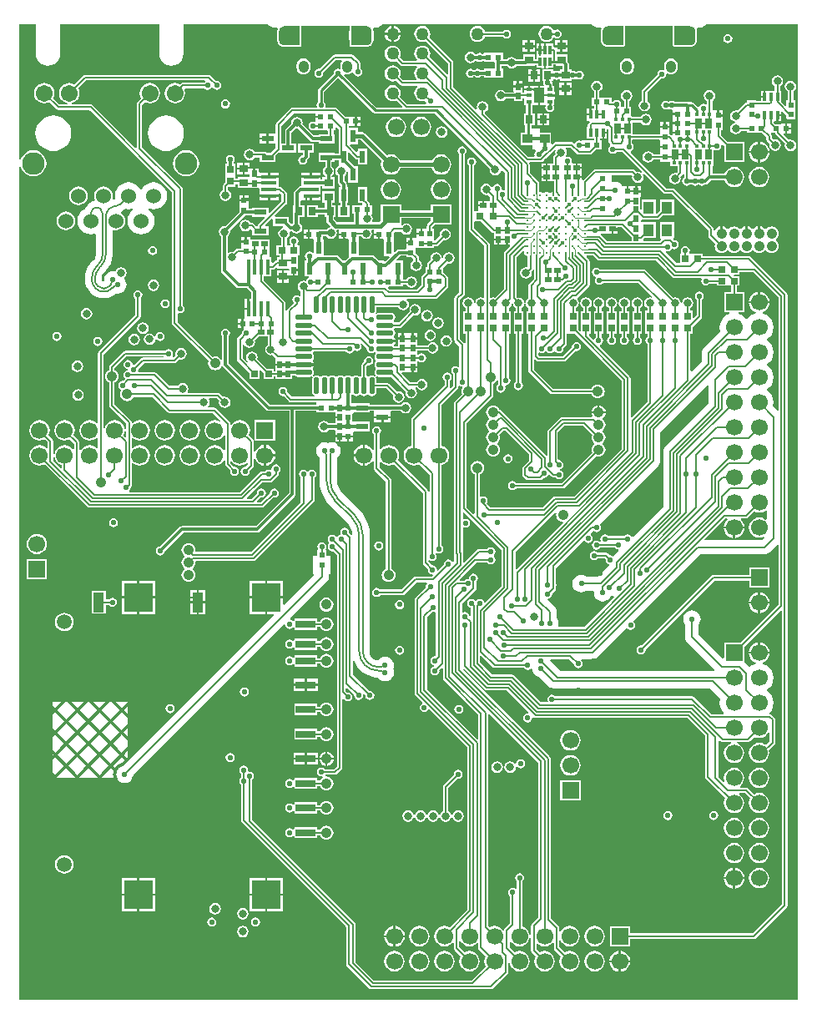
<source format=gbl>
G04 Layer_Physical_Order=4*
G04 Layer_Color=16711680*
%FSLAX43Y43*%
%MOMM*%
G71*
G01*
G75*
%ADD10C,0.180*%
%ADD11C,0.140*%
%ADD13R,0.600X0.550*%
%ADD14R,0.800X0.650*%
%ADD15R,0.800X0.850*%
%ADD16R,0.500X0.650*%
%ADD18C,0.550*%
%ADD19R,0.550X0.600*%
%ADD21R,0.700X0.700*%
%ADD22R,1.000X0.950*%
%ADD23R,0.650X0.500*%
%ADD36R,1.300X0.600*%
%ADD53R,0.850X0.800*%
%ADD57R,0.650X0.800*%
%ADD58C,0.200*%
%ADD59C,0.250*%
%ADD60C,0.300*%
%ADD61C,0.400*%
%ADD62R,0.900X0.300*%
%ADD65C,1.050*%
%ADD66C,1.500*%
%ADD67C,1.524*%
%ADD68C,1.702*%
%ADD69C,2.286*%
%ADD70C,3.600*%
G04:AMPARAMS|DCode=71|XSize=2.1mm|YSize=1.9mm|CornerRadius=0.494mm|HoleSize=0mm|Usage=FLASHONLY|Rotation=0.000|XOffset=0mm|YOffset=0mm|HoleType=Round|Shape=RoundedRectangle|*
%AMROUNDEDRECTD71*
21,1,2.100,0.912,0,0,0.0*
21,1,1.112,1.900,0,0,0.0*
1,1,0.988,0.556,-0.456*
1,1,0.988,-0.556,-0.456*
1,1,0.988,-0.556,0.456*
1,1,0.988,0.556,0.456*
%
%ADD71ROUNDEDRECTD71*%
G04:AMPARAMS|DCode=72|XSize=1.05mm|YSize=1.25mm|CornerRadius=0.525mm|HoleSize=0mm|Usage=FLASHONLY|Rotation=180.000|XOffset=0mm|YOffset=0mm|HoleType=Round|Shape=RoundedRectangle|*
%AMROUNDEDRECTD72*
21,1,1.050,0.200,0,0,180.0*
21,1,0.000,1.250,0,0,180.0*
1,1,1.050,0.000,0.100*
1,1,1.050,0.000,0.100*
1,1,1.050,0.000,-0.100*
1,1,1.050,0.000,-0.100*
%
%ADD72ROUNDEDRECTD72*%
%ADD73C,1.700*%
%ADD74R,1.700X1.700*%
%ADD75R,1.700X1.700*%
%ADD76C,0.400*%
%ADD77C,0.700*%
%ADD97R,0.720X1.050*%
%ADD98R,0.350X0.300*%
%ADD99C,1.270*%
%ADD100R,3.000X3.000*%
%ADD101R,2.000X0.800*%
%ADD102R,1.100X2.000*%
%ADD103R,1.000X1.600*%
%ADD104R,0.600X0.300*%
%ADD105R,1.050X1.300*%
%ADD106C,0.280*%
%ADD107R,0.300X0.850*%
%ADD108R,0.300X0.950*%
%ADD109R,0.350X0.850*%
%ADD110R,0.600X1.300*%
%ADD111O,1.750X0.550*%
%ADD112O,0.550X1.750*%
%ADD113R,0.450X1.600*%
%ADD114R,1.600X0.450*%
%ADD115C,0.800*%
%ADD116C,0.125*%
%ADD117C,0.150*%
%ADD118C,0.175*%
%ADD119R,3.171X0.229*%
G36*
X-18200Y-2625D02*
X-19800D01*
X-19848Y-2621D01*
X-19901Y-2614D01*
X-19954Y-2599D01*
X-19997Y-2583D01*
X-20039Y-2563D01*
X-20083Y-2535D01*
X-20121Y-2506D01*
X-20160Y-2472D01*
X-20189Y-2436D01*
X-20217Y-2399D01*
X-20241Y-2358D01*
X-20261Y-2316D01*
X-20277Y-2274D01*
X-20289Y-2223D01*
X-20296Y-2178D01*
X-20300Y-2125D01*
Y-1225D01*
X-20296Y-1170D01*
X-20288Y-1125D01*
X-20276Y-1075D01*
X-20260Y-1035D01*
X-20247Y-1002D01*
X-20222Y-959D01*
X-20196Y-922D01*
X-20165Y-884D01*
X-20120Y-843D01*
X-20080Y-813D01*
X-20034Y-784D01*
X-19981Y-760D01*
X-19894Y-734D01*
X-19800Y-725D01*
X-18200D01*
Y-2625D01*
D02*
G37*
G36*
X-11352Y-729D02*
X-11299Y-736D01*
X-11246Y-751D01*
X-11203Y-767D01*
X-11161Y-787D01*
X-11117Y-815D01*
X-11079Y-844D01*
X-11040Y-878D01*
X-11011Y-914D01*
X-10983Y-951D01*
X-10959Y-992D01*
X-10939Y-1034D01*
X-10923Y-1076D01*
X-10911Y-1127D01*
X-10904Y-1172D01*
X-10900Y-1225D01*
Y-2125D01*
X-10904Y-2180D01*
X-10912Y-2225D01*
X-10924Y-2275D01*
X-10940Y-2315D01*
X-10953Y-2348D01*
X-10978Y-2391D01*
X-11004Y-2428D01*
X-11035Y-2466D01*
X-11080Y-2507D01*
X-11120Y-2537D01*
X-11166Y-2566D01*
X-11219Y-2590D01*
X-11306Y-2616D01*
X-11400Y-2625D01*
X-13000D01*
Y-725D01*
X-11400D01*
X-11352Y-729D01*
D02*
G37*
G36*
X-51034Y-2625D02*
X-52634D01*
X-52682Y-2621D01*
X-52735Y-2614D01*
X-52788Y-2599D01*
X-52831Y-2583D01*
X-52873Y-2563D01*
X-52917Y-2535D01*
X-52955Y-2506D01*
X-52994Y-2472D01*
X-53023Y-2436D01*
X-53051Y-2399D01*
X-53075Y-2358D01*
X-53095Y-2316D01*
X-53111Y-2274D01*
X-53123Y-2223D01*
X-53130Y-2178D01*
X-53134Y-2125D01*
Y-1225D01*
X-53130Y-1170D01*
X-53122Y-1125D01*
X-53110Y-1075D01*
X-53094Y-1035D01*
X-53081Y-1002D01*
X-53056Y-959D01*
X-53030Y-922D01*
X-52999Y-884D01*
X-52954Y-843D01*
X-52914Y-813D01*
X-52868Y-784D01*
X-52815Y-760D01*
X-52728Y-734D01*
X-52634Y-725D01*
X-51034D01*
Y-2625D01*
D02*
G37*
G36*
X-44186Y-729D02*
X-44133Y-736D01*
X-44080Y-751D01*
X-44037Y-767D01*
X-43995Y-787D01*
X-43951Y-815D01*
X-43913Y-844D01*
X-43874Y-878D01*
X-43845Y-914D01*
X-43817Y-951D01*
X-43793Y-992D01*
X-43773Y-1034D01*
X-43757Y-1076D01*
X-43745Y-1127D01*
X-43738Y-1172D01*
X-43734Y-1225D01*
Y-2125D01*
X-43738Y-2180D01*
X-43746Y-2225D01*
X-43758Y-2275D01*
X-43774Y-2315D01*
X-43787Y-2348D01*
X-43812Y-2391D01*
X-43838Y-2428D01*
X-43869Y-2466D01*
X-43914Y-2507D01*
X-43954Y-2537D01*
X-44000Y-2566D01*
X-44053Y-2590D01*
X-44140Y-2616D01*
X-44234Y-2625D01*
X-45834D01*
Y-725D01*
X-44234D01*
X-44186Y-729D01*
D02*
G37*
G36*
X-529Y-99471D02*
X-79471D01*
Y-76925D01*
X-76443Y-76925D01*
X-76346D01*
X-76300Y-77002D01*
Y-77100D01*
X-69519D01*
X-69424Y-77224D01*
X-69241Y-77364D01*
X-69028Y-77452D01*
X-68800Y-77483D01*
X-68572Y-77452D01*
X-68359Y-77364D01*
X-68176Y-77224D01*
X-68036Y-77041D01*
X-67948Y-76828D01*
X-67935Y-76734D01*
X-52632Y-61431D01*
X-52494Y-61472D01*
X-52474Y-61576D01*
X-52374Y-61724D01*
X-52226Y-61824D01*
X-52050Y-61859D01*
X-51874Y-61824D01*
X-51726Y-61724D01*
X-51600Y-61765D01*
Y-61975D01*
X-49250D01*
Y-61680D01*
X-48967D01*
X-48936Y-61753D01*
X-48824Y-61899D01*
X-48678Y-62011D01*
X-48508Y-62082D01*
X-48325Y-62106D01*
X-48142Y-62082D01*
X-47972Y-62011D01*
X-47826Y-61899D01*
X-47714Y-61753D01*
X-47643Y-61583D01*
X-47619Y-61400D01*
X-47643Y-61217D01*
X-47714Y-61047D01*
X-47826Y-60901D01*
X-47972Y-60789D01*
X-48142Y-60718D01*
X-48325Y-60694D01*
X-48508Y-60718D01*
X-48678Y-60789D01*
X-48824Y-60901D01*
X-48936Y-61047D01*
X-48967Y-61120D01*
X-49250D01*
Y-60825D01*
X-51600D01*
Y-61035D01*
X-51726Y-61076D01*
X-51874Y-60976D01*
X-51978Y-60956D01*
X-52019Y-60818D01*
X-48301Y-57099D01*
X-48189Y-56953D01*
X-48118Y-56783D01*
X-48094Y-56600D01*
Y-56275D01*
X-47925D01*
Y-54475D01*
X-48350D01*
Y-53900D01*
X-48357D01*
X-48424Y-53773D01*
X-48376Y-53701D01*
X-48341Y-53525D01*
X-48376Y-53349D01*
X-48476Y-53201D01*
X-48624Y-53101D01*
X-48800Y-53066D01*
X-48976Y-53101D01*
X-49124Y-53201D01*
X-49224Y-53349D01*
X-49259Y-53525D01*
X-49224Y-53701D01*
X-49175Y-53773D01*
X-49243Y-53900D01*
X-49250D01*
Y-54475D01*
X-49675D01*
Y-56275D01*
X-49653D01*
X-49600Y-56402D01*
X-52608Y-59409D01*
X-52725Y-59361D01*
Y-58750D01*
X-54325D01*
Y-60350D01*
X-53714D01*
X-53666Y-60467D01*
X-68183Y-74984D01*
X-68300Y-74936D01*
Y-69100D01*
X-76300D01*
Y-76773D01*
X-76360Y-76900D01*
X-79471D01*
Y-15022D01*
X-79344Y-14997D01*
X-79223Y-15288D01*
X-79012Y-15563D01*
X-78737Y-15774D01*
X-78416Y-15907D01*
X-78072Y-15952D01*
X-77728Y-15907D01*
X-77407Y-15774D01*
X-77132Y-15563D01*
X-76921Y-15288D01*
X-76788Y-14967D01*
X-76743Y-14623D01*
X-76788Y-14279D01*
X-76921Y-13958D01*
X-77132Y-13683D01*
X-77407Y-13472D01*
X-77728Y-13339D01*
X-78072Y-13294D01*
X-78416Y-13339D01*
X-78737Y-13472D01*
X-79012Y-13683D01*
X-79223Y-13958D01*
X-79344Y-14249D01*
X-79471Y-14224D01*
Y-529D01*
X-77808D01*
Y-3500D01*
X-77815D01*
X-77808Y-3600D01*
X-77803Y-3625D01*
X-77791Y-3688D01*
X-77790Y-3690D01*
X-77772Y-3820D01*
X-77649Y-4118D01*
X-77453Y-4374D01*
X-77197Y-4570D01*
X-76899Y-4693D01*
X-76579Y-4736D01*
X-76259Y-4693D01*
X-75961Y-4570D01*
X-75705Y-4374D01*
X-75509Y-4118D01*
X-75386Y-3820D01*
X-75368Y-3690D01*
X-75367Y-3688D01*
X-75355Y-3625D01*
X-75350Y-3600D01*
X-75343Y-3500D01*
X-75350D01*
Y-529D01*
X-65300D01*
Y-3500D01*
X-65306D01*
X-65264Y-3820D01*
X-65141Y-4118D01*
X-64945Y-4374D01*
X-64689Y-4570D01*
X-64391Y-4693D01*
X-64071Y-4736D01*
X-63751Y-4693D01*
X-63453Y-4570D01*
X-63197Y-4374D01*
X-63001Y-4118D01*
X-62877Y-3820D01*
X-62835Y-3500D01*
X-62841D01*
Y-529D01*
X-54311D01*
X-54069Y-715D01*
X-53762Y-842D01*
X-53433Y-885D01*
X-53359Y-876D01*
X-53270Y-992D01*
X-53292Y-1044D01*
X-53300Y-1107D01*
X-53306Y-1139D01*
X-53305Y-1148D01*
X-53308Y-1157D01*
X-53310Y-1180D01*
X-53315Y-1219D01*
Y-2131D01*
X-53309Y-2172D01*
X-53308Y-2191D01*
X-53306Y-2198D01*
X-53306Y-2205D01*
X-53299Y-2250D01*
X-53299Y-2252D01*
X-53292Y-2306D01*
X-53268Y-2363D01*
X-53262Y-2380D01*
X-53260Y-2382D01*
X-53257Y-2390D01*
X-53256Y-2393D01*
X-53253Y-2399D01*
X-53224Y-2468D01*
X-53117Y-2608D01*
X-52977Y-2715D01*
X-52815Y-2783D01*
X-52762Y-2790D01*
X-52758Y-2791D01*
X-52705Y-2798D01*
X-52702Y-2798D01*
X-52700Y-2798D01*
X-52697Y-2799D01*
X-52686Y-2800D01*
X-52640Y-2806D01*
X-51528D01*
X-51510Y-2803D01*
X-51034D01*
X-50966Y-2790D01*
X-50908Y-2751D01*
X-50869Y-2693D01*
X-50856Y-2625D01*
Y-2149D01*
X-50853Y-2131D01*
Y-1219D01*
X-50856Y-1201D01*
Y-725D01*
X-50803Y-661D01*
X-46065D01*
X-46012Y-725D01*
Y-1201D01*
X-46015Y-1219D01*
Y-2131D01*
X-46012Y-2149D01*
Y-2625D01*
X-45999Y-2693D01*
X-45960Y-2751D01*
X-45902Y-2790D01*
X-45834Y-2803D01*
X-45358D01*
X-45340Y-2806D01*
X-44228D01*
X-44169Y-2798D01*
X-44123Y-2794D01*
X-44113Y-2791D01*
X-44053Y-2783D01*
X-43982Y-2753D01*
X-43979Y-2753D01*
X-43969Y-2748D01*
X-43891Y-2715D01*
X-43751Y-2608D01*
X-43644Y-2468D01*
X-43576Y-2306D01*
X-43568Y-2243D01*
X-43562Y-2211D01*
X-43563Y-2202D01*
X-43560Y-2193D01*
X-43558Y-2170D01*
X-43553Y-2131D01*
Y-1219D01*
X-43559Y-1178D01*
X-43560Y-1159D01*
X-43562Y-1152D01*
X-43562Y-1145D01*
X-43569Y-1100D01*
X-43569Y-1098D01*
X-43576Y-1044D01*
X-43600Y-987D01*
X-43560Y-912D01*
X-43509Y-876D01*
X-43434Y-885D01*
X-43105Y-842D01*
X-42798Y-715D01*
X-42556Y-529D01*
X-21477D01*
X-21235Y-715D01*
X-20928Y-842D01*
X-20599Y-885D01*
X-20525Y-876D01*
X-20436Y-992D01*
X-20458Y-1044D01*
X-20466Y-1107D01*
X-20472Y-1139D01*
X-20471Y-1148D01*
X-20474Y-1157D01*
X-20476Y-1180D01*
X-20481Y-1219D01*
Y-2131D01*
X-20475Y-2172D01*
X-20474Y-2191D01*
X-20472Y-2198D01*
X-20472Y-2205D01*
X-20465Y-2250D01*
X-20465Y-2252D01*
X-20458Y-2306D01*
X-20434Y-2363D01*
X-20428Y-2380D01*
X-20426Y-2382D01*
X-20423Y-2390D01*
X-20422Y-2393D01*
X-20419Y-2399D01*
X-20390Y-2468D01*
X-20283Y-2608D01*
X-20143Y-2715D01*
X-19981Y-2783D01*
X-19928Y-2790D01*
X-19924Y-2791D01*
X-19871Y-2798D01*
X-19868Y-2798D01*
X-19866Y-2798D01*
X-19863Y-2799D01*
X-19852Y-2800D01*
X-19806Y-2806D01*
X-18694D01*
X-18676Y-2803D01*
X-18200D01*
X-18132Y-2790D01*
X-18074Y-2751D01*
X-18035Y-2693D01*
X-18022Y-2625D01*
Y-2149D01*
X-18019Y-2131D01*
Y-1219D01*
X-18022Y-1201D01*
Y-725D01*
X-17969Y-661D01*
X-13231D01*
X-13178Y-725D01*
Y-1201D01*
X-13181Y-1219D01*
Y-2131D01*
X-13178Y-2149D01*
Y-2625D01*
X-13165Y-2693D01*
X-13126Y-2751D01*
X-13068Y-2790D01*
X-13000Y-2803D01*
X-12524D01*
X-12506Y-2806D01*
X-11394D01*
X-11335Y-2798D01*
X-11289Y-2794D01*
X-11279Y-2791D01*
X-11219Y-2783D01*
X-11148Y-2753D01*
X-11145Y-2753D01*
X-11135Y-2748D01*
X-11057Y-2715D01*
X-10917Y-2608D01*
X-10810Y-2468D01*
X-10742Y-2306D01*
X-10734Y-2243D01*
X-10728Y-2211D01*
X-10729Y-2202D01*
X-10726Y-2193D01*
X-10724Y-2170D01*
X-10719Y-2131D01*
Y-1219D01*
X-10725Y-1178D01*
X-10726Y-1159D01*
X-10728Y-1152D01*
X-10728Y-1145D01*
X-10735Y-1100D01*
X-10735Y-1098D01*
X-10742Y-1044D01*
X-10766Y-987D01*
X-10726Y-912D01*
X-10675Y-876D01*
X-10600Y-885D01*
X-10271Y-842D01*
X-9964Y-715D01*
X-9722Y-529D01*
X-529D01*
Y-99471D01*
D02*
G37*
%LPC*%
G36*
X-61475Y-57950D02*
X-62125D01*
Y-59050D01*
X-61475D01*
Y-57950D01*
D02*
G37*
G36*
X-60625D02*
X-61275D01*
Y-59050D01*
X-60625D01*
Y-57950D01*
D02*
G37*
G36*
X-54525Y-56950D02*
X-56125D01*
Y-58550D01*
X-54525D01*
Y-56950D01*
D02*
G37*
G36*
X-70700Y-57975D02*
X-72150D01*
Y-60325D01*
X-70700D01*
Y-59430D01*
X-70404D01*
X-70374Y-59474D01*
X-70226Y-59574D01*
X-70050Y-59609D01*
X-69874Y-59574D01*
X-69726Y-59474D01*
X-69626Y-59326D01*
X-69591Y-59150D01*
X-69626Y-58974D01*
X-69726Y-58826D01*
X-69874Y-58726D01*
X-70050Y-58691D01*
X-70226Y-58726D01*
X-70374Y-58826D01*
X-70404Y-58870D01*
X-70700D01*
Y-57975D01*
D02*
G37*
G36*
X-54525Y-58750D02*
X-56125D01*
Y-60350D01*
X-54525D01*
Y-58750D01*
D02*
G37*
G36*
X-48325Y-58694D02*
X-48508Y-58718D01*
X-48678Y-58789D01*
X-48824Y-58901D01*
X-48936Y-59047D01*
X-49007Y-59217D01*
X-49031Y-59400D01*
X-49007Y-59583D01*
X-48936Y-59753D01*
X-48824Y-59899D01*
X-48678Y-60011D01*
X-48508Y-60082D01*
X-48325Y-60106D01*
X-48142Y-60082D01*
X-47972Y-60011D01*
X-47826Y-59899D01*
X-47714Y-59753D01*
X-47643Y-59583D01*
X-47619Y-59400D01*
X-47643Y-59217D01*
X-47714Y-59047D01*
X-47826Y-58901D01*
X-47972Y-58789D01*
X-48142Y-58718D01*
X-48325Y-58694D01*
D02*
G37*
G36*
X-40900Y-58941D02*
X-41076Y-58976D01*
X-41224Y-59076D01*
X-41324Y-59224D01*
X-41359Y-59400D01*
X-41324Y-59576D01*
X-41224Y-59724D01*
X-41076Y-59824D01*
X-40900Y-59859D01*
X-40724Y-59824D01*
X-40576Y-59724D01*
X-40476Y-59576D01*
X-40441Y-59400D01*
X-40476Y-59224D01*
X-40576Y-59076D01*
X-40724Y-58976D01*
X-40900Y-58941D01*
D02*
G37*
G36*
X-52725Y-56950D02*
X-54325D01*
Y-58550D01*
X-52725D01*
Y-56950D01*
D02*
G37*
G36*
X-67525D02*
X-69125D01*
Y-58550D01*
X-67525D01*
Y-56950D01*
D02*
G37*
G36*
X-65725D02*
X-67325D01*
Y-58550D01*
X-65725D01*
Y-56950D01*
D02*
G37*
G36*
X-77700Y-52209D02*
X-77968Y-52244D01*
X-78217Y-52347D01*
X-78431Y-52511D01*
X-78595Y-52726D01*
X-78699Y-52975D01*
X-78734Y-53243D01*
X-78699Y-53510D01*
X-78595Y-53759D01*
X-78431Y-53974D01*
X-78217Y-54138D01*
X-77968Y-54241D01*
X-77700Y-54276D01*
X-77432Y-54241D01*
X-77183Y-54138D01*
X-76969Y-53974D01*
X-76805Y-53759D01*
X-76701Y-53510D01*
X-76666Y-53243D01*
X-76701Y-52975D01*
X-76805Y-52726D01*
X-76969Y-52511D01*
X-77183Y-52347D01*
X-77432Y-52244D01*
X-77700Y-52209D01*
D02*
G37*
G36*
X-76675Y-54757D02*
X-78725D01*
Y-56807D01*
X-76675D01*
Y-54757D01*
D02*
G37*
G36*
X-69925Y-50641D02*
X-70101Y-50676D01*
X-70249Y-50776D01*
X-70349Y-50924D01*
X-70384Y-51100D01*
X-70349Y-51276D01*
X-70249Y-51424D01*
X-70101Y-51524D01*
X-69925Y-51559D01*
X-69749Y-51524D01*
X-69601Y-51424D01*
X-69501Y-51276D01*
X-69466Y-51100D01*
X-69501Y-50924D01*
X-69601Y-50776D01*
X-69749Y-50676D01*
X-69925Y-50641D01*
D02*
G37*
G36*
X-43025Y-52991D02*
X-43201Y-53026D01*
X-43349Y-53126D01*
X-43449Y-53274D01*
X-43484Y-53450D01*
X-43449Y-53626D01*
X-43349Y-53774D01*
X-43201Y-53874D01*
X-43025Y-53909D01*
X-42849Y-53874D01*
X-42701Y-53774D01*
X-42601Y-53626D01*
X-42566Y-53450D01*
X-42601Y-53274D01*
X-42701Y-53126D01*
X-42849Y-53026D01*
X-43025Y-52991D01*
D02*
G37*
G36*
X-65725Y-58750D02*
X-67325D01*
Y-60350D01*
X-65725D01*
Y-58750D01*
D02*
G37*
G36*
X-49225Y-66930D02*
X-50325D01*
Y-67430D01*
X-49225D01*
Y-66930D01*
D02*
G37*
G36*
X-48325Y-64394D02*
X-48508Y-64418D01*
X-48678Y-64489D01*
X-48824Y-64601D01*
X-48936Y-64747D01*
X-48967Y-64820D01*
X-49250D01*
Y-64525D01*
X-51600D01*
Y-64735D01*
X-51726Y-64776D01*
X-51874Y-64676D01*
X-52050Y-64641D01*
X-52226Y-64676D01*
X-52374Y-64776D01*
X-52474Y-64924D01*
X-52509Y-65100D01*
X-52474Y-65276D01*
X-52374Y-65424D01*
X-52226Y-65524D01*
X-52050Y-65559D01*
X-51874Y-65524D01*
X-51726Y-65424D01*
X-51600Y-65465D01*
Y-65675D01*
X-49250D01*
Y-65380D01*
X-48967D01*
X-48936Y-65453D01*
X-48824Y-65599D01*
X-48678Y-65711D01*
X-48508Y-65782D01*
X-48325Y-65806D01*
X-48142Y-65782D01*
X-47972Y-65711D01*
X-47826Y-65599D01*
X-47714Y-65453D01*
X-47643Y-65283D01*
X-47619Y-65100D01*
X-47643Y-64917D01*
X-47714Y-64747D01*
X-47826Y-64601D01*
X-47972Y-64489D01*
X-48142Y-64418D01*
X-48325Y-64394D01*
D02*
G37*
G36*
X-40925Y-63591D02*
X-41101Y-63626D01*
X-41249Y-63726D01*
X-41349Y-63874D01*
X-41384Y-64050D01*
X-41349Y-64226D01*
X-41249Y-64374D01*
X-41101Y-64474D01*
X-40925Y-64509D01*
X-40749Y-64474D01*
X-40601Y-64374D01*
X-40501Y-64226D01*
X-40466Y-64050D01*
X-40501Y-63874D01*
X-40601Y-63726D01*
X-40749Y-63626D01*
X-40925Y-63591D01*
D02*
G37*
G36*
X-50525Y-66930D02*
X-51625D01*
Y-67430D01*
X-50525D01*
Y-66930D01*
D02*
G37*
G36*
X-56650Y-67816D02*
X-56826Y-67851D01*
X-56974Y-67951D01*
X-57074Y-68099D01*
X-57109Y-68275D01*
X-57074Y-68451D01*
X-56974Y-68599D01*
X-56826Y-68699D01*
X-56650Y-68734D01*
X-56474Y-68699D01*
X-56326Y-68599D01*
X-56226Y-68451D01*
X-56191Y-68275D01*
X-56226Y-68099D01*
X-56326Y-67951D01*
X-56474Y-67851D01*
X-56650Y-67816D01*
D02*
G37*
G36*
X-50525Y-67630D02*
X-51625D01*
Y-68130D01*
X-50525D01*
Y-67630D01*
D02*
G37*
G36*
X-49225D02*
X-50325D01*
Y-68130D01*
X-49225D01*
Y-67630D01*
D02*
G37*
G36*
X-61475Y-59250D02*
X-62125D01*
Y-60350D01*
X-61475D01*
Y-59250D01*
D02*
G37*
G36*
X-60625D02*
X-61275D01*
Y-60350D01*
X-60625D01*
Y-59250D01*
D02*
G37*
G36*
X-67525Y-58750D02*
X-69125D01*
Y-60350D01*
X-67525D01*
Y-58750D01*
D02*
G37*
G36*
X-74925Y-60217D02*
X-75166Y-60249D01*
X-75391Y-60342D01*
X-75585Y-60490D01*
X-75733Y-60684D01*
X-75826Y-60909D01*
X-75858Y-61150D01*
X-75826Y-61391D01*
X-75733Y-61616D01*
X-75585Y-61810D01*
X-75391Y-61958D01*
X-75166Y-62051D01*
X-74925Y-62083D01*
X-74684Y-62051D01*
X-74459Y-61958D01*
X-74265Y-61810D01*
X-74117Y-61616D01*
X-74024Y-61391D01*
X-73992Y-61150D01*
X-74024Y-60909D01*
X-74117Y-60684D01*
X-74265Y-60490D01*
X-74459Y-60342D01*
X-74684Y-60249D01*
X-74925Y-60217D01*
D02*
G37*
G36*
X-4530Y-63244D02*
X-4704Y-63267D01*
X-4960Y-63373D01*
X-5179Y-63541D01*
X-5347Y-63760D01*
X-5453Y-64016D01*
X-5476Y-64190D01*
X-4530D01*
Y-63244D01*
D02*
G37*
G36*
X-4330D02*
Y-64190D01*
X-3384D01*
X-3407Y-64016D01*
X-3513Y-63760D01*
X-3681Y-63541D01*
X-3900Y-63373D01*
X-4156Y-63267D01*
X-4330Y-63244D01*
D02*
G37*
G36*
X-48325Y-62694D02*
X-48508Y-62718D01*
X-48678Y-62789D01*
X-48824Y-62901D01*
X-48936Y-63047D01*
X-48967Y-63120D01*
X-49250D01*
Y-62825D01*
X-51600D01*
Y-63035D01*
X-51726Y-63076D01*
X-51874Y-62976D01*
X-52050Y-62941D01*
X-52226Y-62976D01*
X-52374Y-63076D01*
X-52474Y-63224D01*
X-52509Y-63400D01*
X-52474Y-63576D01*
X-52374Y-63724D01*
X-52226Y-63824D01*
X-52050Y-63859D01*
X-51874Y-63824D01*
X-51726Y-63724D01*
X-51600Y-63765D01*
Y-63975D01*
X-49250D01*
Y-63680D01*
X-48967D01*
X-48936Y-63753D01*
X-48824Y-63899D01*
X-48678Y-64011D01*
X-48508Y-64082D01*
X-48325Y-64106D01*
X-48142Y-64082D01*
X-47972Y-64011D01*
X-47826Y-63899D01*
X-47714Y-63753D01*
X-47643Y-63583D01*
X-47619Y-63400D01*
X-47643Y-63217D01*
X-47714Y-63047D01*
X-47826Y-62901D01*
X-47972Y-62789D01*
X-48142Y-62718D01*
X-48325Y-62694D01*
D02*
G37*
G36*
X-36175Y-32064D02*
X-36399Y-32108D01*
X-36590Y-32235D01*
X-36717Y-32426D01*
X-36761Y-32650D01*
X-36717Y-32874D01*
X-36590Y-33065D01*
X-36399Y-33192D01*
X-36175Y-33236D01*
X-35951Y-33192D01*
X-35760Y-33065D01*
X-35633Y-32874D01*
X-35589Y-32650D01*
X-35633Y-32426D01*
X-35760Y-32235D01*
X-35951Y-32108D01*
X-36175Y-32064D01*
D02*
G37*
G36*
X-71525Y-32241D02*
X-71701Y-32276D01*
X-71849Y-32376D01*
X-71949Y-32524D01*
X-71984Y-32700D01*
X-71949Y-32876D01*
X-71849Y-33024D01*
X-71701Y-33124D01*
X-71525Y-33159D01*
X-71349Y-33124D01*
X-71201Y-33024D01*
X-71101Y-32876D01*
X-71066Y-32700D01*
X-71101Y-32524D01*
X-71201Y-32376D01*
X-71349Y-32276D01*
X-71525Y-32241D01*
D02*
G37*
G36*
X-67840Y-31903D02*
X-68064Y-31948D01*
X-68255Y-32075D01*
X-68382Y-32265D01*
X-68426Y-32490D01*
X-68382Y-32714D01*
X-68255Y-32904D01*
X-68064Y-33031D01*
X-67840Y-33076D01*
X-67616Y-33031D01*
X-67425Y-32904D01*
X-67298Y-32714D01*
X-67254Y-32490D01*
X-67298Y-32265D01*
X-67425Y-32075D01*
X-67616Y-31948D01*
X-67840Y-31903D01*
D02*
G37*
G36*
X-67454Y-27516D02*
X-67629Y-27551D01*
X-67778Y-27651D01*
X-67878Y-27799D01*
X-67912Y-27975D01*
X-67878Y-28151D01*
X-67778Y-28299D01*
X-67734Y-28329D01*
Y-29997D01*
X-71423Y-33687D01*
X-71484Y-33777D01*
X-71505Y-33885D01*
Y-40935D01*
X-71510Y-40937D01*
X-71632Y-40964D01*
X-71833Y-40810D01*
X-72082Y-40706D01*
X-72350Y-40671D01*
X-72618Y-40706D01*
X-72867Y-40810D01*
X-73081Y-40974D01*
X-73245Y-41188D01*
X-73349Y-41437D01*
X-73384Y-41705D01*
X-73349Y-41973D01*
X-73245Y-42222D01*
X-73081Y-42436D01*
X-72867Y-42600D01*
X-72618Y-42704D01*
X-72350Y-42739D01*
X-72082Y-42704D01*
X-71833Y-42600D01*
X-71632Y-42446D01*
X-71510Y-42473D01*
X-71505Y-42475D01*
Y-43475D01*
X-71510Y-43477D01*
X-71632Y-43504D01*
X-71833Y-43350D01*
X-72082Y-43246D01*
X-72350Y-43211D01*
X-72618Y-43246D01*
X-72867Y-43350D01*
X-73081Y-43514D01*
X-73243Y-43725D01*
X-73254Y-43726D01*
X-73370Y-43696D01*
Y-42945D01*
X-73370Y-42945D01*
X-73391Y-42838D01*
X-73452Y-42747D01*
X-73452Y-42747D01*
X-73989Y-42209D01*
X-73891Y-41973D01*
X-73856Y-41705D01*
X-73891Y-41437D01*
X-73995Y-41188D01*
X-74159Y-40974D01*
X-74373Y-40810D01*
X-74622Y-40706D01*
X-74890Y-40671D01*
X-75158Y-40706D01*
X-75407Y-40810D01*
X-75621Y-40974D01*
X-75785Y-41188D01*
X-75889Y-41437D01*
X-75924Y-41705D01*
X-75889Y-41973D01*
X-75785Y-42222D01*
X-75621Y-42436D01*
X-75407Y-42600D01*
X-75158Y-42704D01*
X-74890Y-42739D01*
X-74622Y-42704D01*
X-74386Y-42606D01*
X-73930Y-43061D01*
Y-43603D01*
X-74057Y-43646D01*
X-74159Y-43514D01*
X-74373Y-43350D01*
X-74622Y-43246D01*
X-74890Y-43211D01*
X-75158Y-43246D01*
X-75407Y-43350D01*
X-75621Y-43514D01*
X-75785Y-43728D01*
X-75889Y-43977D01*
X-75924Y-44245D01*
X-75889Y-44513D01*
X-75785Y-44762D01*
X-75621Y-44976D01*
X-75407Y-45140D01*
X-75170Y-45238D01*
Y-45482D01*
X-75288Y-45530D01*
X-76055Y-44763D01*
Y-42810D01*
X-76075Y-42707D01*
X-76134Y-42619D01*
X-76534Y-42219D01*
X-76431Y-41973D01*
X-76396Y-41705D01*
X-76431Y-41437D01*
X-76535Y-41188D01*
X-76699Y-40974D01*
X-76913Y-40810D01*
X-77162Y-40706D01*
X-77430Y-40671D01*
X-77698Y-40706D01*
X-77947Y-40810D01*
X-78161Y-40974D01*
X-78325Y-41188D01*
X-78429Y-41437D01*
X-78464Y-41705D01*
X-78429Y-41973D01*
X-78325Y-42222D01*
X-78161Y-42436D01*
X-77947Y-42600D01*
X-77698Y-42704D01*
X-77430Y-42739D01*
X-77162Y-42704D01*
X-76916Y-42601D01*
X-76595Y-42922D01*
Y-43459D01*
X-76722Y-43496D01*
X-76913Y-43350D01*
X-77162Y-43246D01*
X-77430Y-43211D01*
X-77698Y-43246D01*
X-77947Y-43350D01*
X-78161Y-43514D01*
X-78325Y-43728D01*
X-78429Y-43977D01*
X-78464Y-44245D01*
X-78429Y-44513D01*
X-78325Y-44762D01*
X-78161Y-44976D01*
X-77947Y-45140D01*
X-77698Y-45244D01*
X-77430Y-45279D01*
X-77162Y-45244D01*
X-76916Y-45141D01*
X-72571Y-49486D01*
X-72483Y-49545D01*
X-72380Y-49565D01*
X-54845D01*
X-54742Y-49545D01*
X-54654Y-49486D01*
X-53689Y-48521D01*
X-53625Y-48534D01*
X-53449Y-48499D01*
X-53301Y-48399D01*
X-53201Y-48251D01*
X-53166Y-48075D01*
X-53201Y-47899D01*
X-53301Y-47751D01*
X-53449Y-47651D01*
X-53625Y-47616D01*
X-53801Y-47651D01*
X-53949Y-47751D01*
X-54049Y-47899D01*
X-54084Y-48075D01*
X-54071Y-48139D01*
X-54957Y-49025D01*
X-55327D01*
X-55375Y-48907D01*
X-54989Y-48521D01*
X-54925Y-48534D01*
X-54749Y-48499D01*
X-54601Y-48399D01*
X-54501Y-48251D01*
X-54466Y-48075D01*
X-54501Y-47899D01*
X-54601Y-47751D01*
X-54749Y-47651D01*
X-54925Y-47616D01*
X-55101Y-47651D01*
X-55249Y-47751D01*
X-55349Y-47899D01*
X-55384Y-48075D01*
X-55371Y-48139D01*
X-55927Y-48695D01*
X-56358D01*
X-56407Y-48577D01*
X-54835Y-47005D01*
X-54013D01*
X-53906Y-46984D01*
X-53815Y-46923D01*
X-53254Y-46363D01*
X-53194Y-46272D01*
X-53172Y-46164D01*
X-53172Y-46164D01*
Y-45981D01*
X-53128Y-45952D01*
X-53029Y-45803D01*
X-52994Y-45627D01*
X-53029Y-45452D01*
X-53128Y-45303D01*
X-53277Y-45203D01*
X-53453Y-45168D01*
X-53628Y-45203D01*
X-53777Y-45303D01*
X-53876Y-45452D01*
X-53911Y-45627D01*
X-53900Y-45687D01*
X-54014Y-45763D01*
X-54031Y-45752D01*
X-54206Y-45717D01*
X-54382Y-45752D01*
X-54531Y-45851D01*
X-54560Y-45895D01*
X-54898D01*
X-55006Y-45917D01*
X-55097Y-45977D01*
X-57114Y-47995D01*
X-68286D01*
X-68324Y-47868D01*
X-68301Y-47852D01*
X-68201Y-47703D01*
X-68166Y-47527D01*
X-68179Y-47463D01*
X-68169Y-47453D01*
X-68110Y-47366D01*
X-68090Y-47262D01*
Y-45057D01*
X-67963Y-45005D01*
X-67787Y-45140D01*
X-67538Y-45244D01*
X-67270Y-45279D01*
X-67002Y-45244D01*
X-66753Y-45140D01*
X-66539Y-44976D01*
X-66375Y-44762D01*
X-66271Y-44513D01*
X-66236Y-44245D01*
X-66271Y-43977D01*
X-66375Y-43728D01*
X-66539Y-43514D01*
X-66753Y-43350D01*
X-67002Y-43246D01*
X-67270Y-43211D01*
X-67538Y-43246D01*
X-67787Y-43350D01*
X-67963Y-43485D01*
X-68090Y-43433D01*
Y-42517D01*
X-67963Y-42465D01*
X-67787Y-42600D01*
X-67538Y-42704D01*
X-67270Y-42739D01*
X-67002Y-42704D01*
X-66753Y-42600D01*
X-66539Y-42436D01*
X-66375Y-42222D01*
X-66271Y-41973D01*
X-66236Y-41705D01*
X-66271Y-41437D01*
X-66375Y-41188D01*
X-66539Y-40974D01*
X-66753Y-40810D01*
X-67002Y-40706D01*
X-67270Y-40671D01*
X-67538Y-40706D01*
X-67787Y-40810D01*
X-67963Y-40945D01*
X-67996Y-40943D01*
X-68077Y-40913D01*
X-68099Y-40895D01*
X-68110Y-40837D01*
X-68169Y-40749D01*
X-69817Y-39101D01*
Y-36871D01*
X-69734Y-36836D01*
X-69588Y-36724D01*
X-69476Y-36578D01*
X-69406Y-36408D01*
X-69381Y-36225D01*
X-69406Y-36042D01*
X-69476Y-35872D01*
X-69588Y-35726D01*
X-69734Y-35614D01*
X-69817Y-35579D01*
Y-35390D01*
X-68621Y-34194D01*
X-64840D01*
X-64835Y-34203D01*
X-64904Y-34330D01*
X-66930D01*
X-67033Y-34350D01*
X-67121Y-34409D01*
X-67799Y-35087D01*
X-67848Y-35087D01*
X-67871Y-35082D01*
X-67892Y-35086D01*
X-67930Y-35086D01*
X-67991Y-35025D01*
X-68026Y-34849D01*
X-68126Y-34701D01*
X-68274Y-34601D01*
X-68450Y-34566D01*
X-68626Y-34601D01*
X-68774Y-34701D01*
X-68874Y-34849D01*
X-68909Y-35025D01*
X-68874Y-35201D01*
X-68774Y-35349D01*
X-68626Y-35449D01*
X-68461Y-35482D01*
X-68450Y-35498D01*
X-68450Y-35503D01*
X-68476Y-35578D01*
X-68521Y-35632D01*
X-68629Y-35653D01*
X-68778Y-35752D01*
X-68877Y-35901D01*
X-68912Y-36077D01*
X-68877Y-36252D01*
X-68778Y-36401D01*
X-68765Y-36410D01*
X-68752Y-36536D01*
X-68936Y-36720D01*
X-69000Y-36707D01*
X-69176Y-36742D01*
X-69325Y-36842D01*
X-69424Y-36991D01*
X-69459Y-37166D01*
X-69424Y-37342D01*
X-69325Y-37491D01*
X-69208Y-37569D01*
X-69166Y-37664D01*
X-69158Y-37723D01*
X-69220Y-37872D01*
X-69244Y-38055D01*
X-69220Y-38238D01*
X-69150Y-38408D01*
X-69037Y-38554D01*
X-68891Y-38666D01*
X-68721Y-38737D01*
X-68538Y-38761D01*
X-68355Y-38737D01*
X-68185Y-38666D01*
X-68039Y-38554D01*
X-67927Y-38408D01*
X-67892Y-38325D01*
X-66000D01*
X-64459Y-39866D01*
X-64371Y-39925D01*
X-64268Y-39945D01*
X-59832D01*
X-59086Y-40692D01*
X-59157Y-40800D01*
X-59382Y-40706D01*
X-59650Y-40671D01*
X-59918Y-40706D01*
X-60167Y-40810D01*
X-60381Y-40974D01*
X-60545Y-41188D01*
X-60649Y-41437D01*
X-60684Y-41705D01*
X-60649Y-41973D01*
X-60545Y-42222D01*
X-60381Y-42436D01*
X-60167Y-42600D01*
X-59918Y-42704D01*
X-59650Y-42739D01*
X-59382Y-42704D01*
X-59133Y-42600D01*
X-58919Y-42436D01*
X-58755Y-42222D01*
X-58748Y-42205D01*
X-58621Y-42231D01*
Y-43719D01*
X-58748Y-43745D01*
X-58755Y-43728D01*
X-58919Y-43514D01*
X-59133Y-43350D01*
X-59382Y-43246D01*
X-59650Y-43211D01*
X-59918Y-43246D01*
X-60167Y-43350D01*
X-60381Y-43514D01*
X-60545Y-43728D01*
X-60649Y-43977D01*
X-60684Y-44245D01*
X-60649Y-44513D01*
X-60545Y-44762D01*
X-60381Y-44976D01*
X-60167Y-45140D01*
X-59918Y-45244D01*
X-59650Y-45279D01*
X-59382Y-45244D01*
X-59133Y-45140D01*
X-58919Y-44976D01*
X-58755Y-44762D01*
X-58748Y-44745D01*
X-58621Y-44771D01*
Y-45154D01*
X-58600Y-45258D01*
X-58542Y-45345D01*
X-58096Y-45791D01*
X-58109Y-45855D01*
X-58074Y-46030D01*
X-57974Y-46179D01*
X-57826Y-46279D01*
X-57650Y-46314D01*
X-57474Y-46279D01*
X-57326Y-46179D01*
X-57226Y-46030D01*
X-57191Y-45855D01*
X-57226Y-45679D01*
X-57326Y-45530D01*
X-57474Y-45431D01*
X-57650Y-45396D01*
X-57714Y-45409D01*
X-58080Y-45042D01*
Y-44873D01*
X-57953Y-44830D01*
X-57841Y-44976D01*
X-57627Y-45140D01*
X-57378Y-45244D01*
X-57110Y-45279D01*
X-56842Y-45244D01*
X-56593Y-45140D01*
X-56397Y-44990D01*
X-56270Y-45023D01*
Y-45174D01*
X-56536Y-45439D01*
X-56588Y-45429D01*
X-56763Y-45464D01*
X-56912Y-45563D01*
X-57011Y-45712D01*
X-57046Y-45888D01*
X-57011Y-46063D01*
X-56912Y-46212D01*
X-56763Y-46311D01*
X-56588Y-46346D01*
X-56412Y-46311D01*
X-56263Y-46212D01*
X-56164Y-46063D01*
X-56129Y-45888D01*
X-56139Y-45836D01*
X-55792Y-45488D01*
X-55731Y-45397D01*
X-55710Y-45290D01*
X-55710Y-45290D01*
Y-44569D01*
X-55583Y-44544D01*
X-55487Y-44775D01*
X-55319Y-44994D01*
X-55100Y-45162D01*
X-54844Y-45268D01*
X-54670Y-45291D01*
Y-44245D01*
Y-43199D01*
X-54844Y-43222D01*
X-55100Y-43328D01*
X-55319Y-43496D01*
X-55487Y-43715D01*
X-55583Y-43946D01*
X-55710Y-43921D01*
Y-42825D01*
X-55731Y-42718D01*
X-55792Y-42627D01*
X-56209Y-42209D01*
X-56111Y-41973D01*
X-56076Y-41705D01*
X-56111Y-41437D01*
X-56215Y-41188D01*
X-56379Y-40974D01*
X-56593Y-40810D01*
X-56842Y-40706D01*
X-57110Y-40671D01*
X-57378Y-40706D01*
X-57627Y-40810D01*
X-57841Y-40974D01*
X-57953Y-41120D01*
X-58080Y-41077D01*
Y-41045D01*
X-58101Y-40941D01*
X-58160Y-40854D01*
X-59529Y-39484D01*
X-59617Y-39425D01*
X-59720Y-39405D01*
X-60322D01*
X-60353Y-39278D01*
X-60233Y-39099D01*
X-60189Y-38875D01*
X-60233Y-38651D01*
X-60279Y-38582D01*
X-60219Y-38470D01*
X-59437D01*
X-59202Y-38705D01*
X-59236Y-38875D01*
X-59192Y-39099D01*
X-59065Y-39290D01*
X-58874Y-39417D01*
X-58650Y-39461D01*
X-58426Y-39417D01*
X-58235Y-39290D01*
X-58108Y-39099D01*
X-58064Y-38875D01*
X-58108Y-38651D01*
X-58235Y-38460D01*
X-58426Y-38333D01*
X-58650Y-38289D01*
X-58820Y-38323D01*
X-59134Y-38009D01*
X-59222Y-37950D01*
X-59325Y-37930D01*
X-62360D01*
X-62428Y-37803D01*
X-62358Y-37699D01*
X-62314Y-37475D01*
X-62358Y-37251D01*
X-62485Y-37060D01*
X-62676Y-36933D01*
X-62900Y-36889D01*
X-63124Y-36933D01*
X-63315Y-37060D01*
X-63411Y-37205D01*
X-64254D01*
X-65573Y-35886D01*
X-65661Y-35827D01*
X-65764Y-35807D01*
X-67366D01*
X-67440Y-35680D01*
X-67412Y-35541D01*
X-67425Y-35477D01*
X-66818Y-34870D01*
X-63752D01*
X-63648Y-34850D01*
X-63561Y-34791D01*
X-63245Y-34476D01*
X-63075Y-34510D01*
X-62851Y-34465D01*
X-62660Y-34338D01*
X-62533Y-34148D01*
X-62489Y-33924D01*
X-62533Y-33699D01*
X-62660Y-33509D01*
X-62851Y-33382D01*
X-63075Y-33337D01*
X-63299Y-33382D01*
X-63490Y-33509D01*
X-63617Y-33699D01*
X-63661Y-33924D01*
X-63627Y-34094D01*
X-63821Y-34287D01*
X-63896Y-34278D01*
X-63957Y-34145D01*
X-63926Y-34099D01*
X-63891Y-33924D01*
X-63926Y-33748D01*
X-64026Y-33599D01*
X-64174Y-33500D01*
X-64350Y-33465D01*
X-64526Y-33500D01*
X-64674Y-33599D01*
X-64711Y-33653D01*
X-68733D01*
X-68836Y-33674D01*
X-68924Y-33733D01*
X-70279Y-35087D01*
X-70337Y-35175D01*
X-70358Y-35278D01*
Y-35579D01*
X-70441Y-35614D01*
X-70587Y-35726D01*
X-70699Y-35872D01*
X-70769Y-36042D01*
X-70794Y-36225D01*
X-70769Y-36408D01*
X-70699Y-36578D01*
X-70587Y-36724D01*
X-70441Y-36836D01*
X-70358Y-36871D01*
Y-39213D01*
X-70337Y-39316D01*
X-70279Y-39404D01*
X-68630Y-41052D01*
Y-42337D01*
X-68748Y-42385D01*
X-68914Y-42219D01*
X-68811Y-41973D01*
X-68776Y-41705D01*
X-68811Y-41437D01*
X-68915Y-41188D01*
X-69079Y-40974D01*
X-69293Y-40810D01*
X-69542Y-40706D01*
X-69810Y-40671D01*
X-70078Y-40706D01*
X-70327Y-40810D01*
X-70541Y-40974D01*
X-70705Y-41188D01*
X-70809Y-41437D01*
X-70818Y-41506D01*
X-70945Y-41497D01*
Y-34001D01*
X-67255Y-30312D01*
X-67195Y-30221D01*
X-67173Y-30113D01*
Y-28329D01*
X-67129Y-28299D01*
X-67030Y-28151D01*
X-66995Y-27975D01*
X-67030Y-27799D01*
X-67129Y-27651D01*
X-67278Y-27551D01*
X-67454Y-27516D01*
D02*
G37*
G36*
X-73525Y-37531D02*
X-73749Y-37576D01*
X-73940Y-37703D01*
X-74067Y-37893D01*
X-74111Y-38117D01*
X-74067Y-38342D01*
X-73940Y-38532D01*
X-73749Y-38659D01*
X-73525Y-38703D01*
X-73301Y-38659D01*
X-73110Y-38532D01*
X-72983Y-38342D01*
X-72939Y-38117D01*
X-72983Y-37893D01*
X-73110Y-37703D01*
X-73301Y-37576D01*
X-73525Y-37531D01*
D02*
G37*
G36*
X-39125Y-35400D02*
X-39475D01*
Y-35825D01*
X-39125D01*
Y-35400D01*
D02*
G37*
G36*
X-73600Y-34630D02*
X-73824Y-34675D01*
X-74015Y-34802D01*
X-74142Y-34992D01*
X-74186Y-35216D01*
X-74142Y-35441D01*
X-74015Y-35631D01*
X-73824Y-35758D01*
X-73600Y-35803D01*
X-73376Y-35758D01*
X-73185Y-35631D01*
X-73058Y-35441D01*
X-73014Y-35216D01*
X-73058Y-34992D01*
X-73185Y-34802D01*
X-73376Y-34675D01*
X-73600Y-34630D01*
D02*
G37*
G36*
X-65225Y-31741D02*
X-65401Y-31776D01*
X-65549Y-31876D01*
X-65649Y-32024D01*
X-65668Y-32120D01*
X-65803Y-32147D01*
X-65860Y-32060D01*
X-66051Y-31933D01*
X-66275Y-31889D01*
X-66499Y-31933D01*
X-66690Y-32060D01*
X-66817Y-32251D01*
X-66861Y-32475D01*
X-66817Y-32699D01*
X-66690Y-32890D01*
X-66499Y-33017D01*
X-66275Y-33061D01*
X-66051Y-33017D01*
X-65860Y-32890D01*
X-65733Y-32699D01*
X-65699Y-32529D01*
X-65565Y-32502D01*
X-65549Y-32524D01*
X-65401Y-32624D01*
X-65225Y-32659D01*
X-65049Y-32624D01*
X-64901Y-32524D01*
X-64801Y-32376D01*
X-64766Y-32200D01*
X-64801Y-32024D01*
X-64901Y-31876D01*
X-65049Y-31776D01*
X-65225Y-31741D01*
D02*
G37*
G36*
X-66950Y-30768D02*
X-67174Y-30813D01*
X-67364Y-30940D01*
X-67491Y-31130D01*
X-67536Y-31355D01*
X-67491Y-31579D01*
X-67364Y-31769D01*
X-67174Y-31896D01*
X-66950Y-31941D01*
X-66725Y-31896D01*
X-66535Y-31769D01*
X-66408Y-31579D01*
X-66363Y-31355D01*
X-66408Y-31130D01*
X-66535Y-30940D01*
X-66725Y-30813D01*
X-66950Y-30768D01*
D02*
G37*
G36*
X-37000Y-30239D02*
X-37224Y-30283D01*
X-37415Y-30410D01*
X-37542Y-30601D01*
X-37586Y-30825D01*
X-37542Y-31049D01*
X-37415Y-31240D01*
X-37224Y-31367D01*
X-37000Y-31411D01*
X-36776Y-31367D01*
X-36585Y-31240D01*
X-36458Y-31049D01*
X-36414Y-30825D01*
X-36458Y-30601D01*
X-36585Y-30410D01*
X-36776Y-30283D01*
X-37000Y-30239D01*
D02*
G37*
G36*
X-39125Y-31875D02*
X-39475D01*
Y-32300D01*
X-39125D01*
Y-31875D01*
D02*
G37*
G36*
X-37800Y-31489D02*
X-38024Y-31533D01*
X-38215Y-31660D01*
X-38342Y-31851D01*
X-38386Y-32075D01*
X-38342Y-32299D01*
X-38215Y-32490D01*
X-38024Y-32617D01*
X-37800Y-32661D01*
X-37576Y-32617D01*
X-37385Y-32490D01*
X-37258Y-32299D01*
X-37214Y-32075D01*
X-37258Y-31851D01*
X-37385Y-31660D01*
X-37576Y-31533D01*
X-37800Y-31489D01*
D02*
G37*
G36*
X-75675Y-31741D02*
X-75851Y-31776D01*
X-75999Y-31876D01*
X-76099Y-32024D01*
X-76134Y-32200D01*
X-76099Y-32376D01*
X-75999Y-32524D01*
X-75851Y-32624D01*
X-75675Y-32659D01*
X-75499Y-32624D01*
X-75351Y-32524D01*
X-75251Y-32376D01*
X-75216Y-32200D01*
X-75251Y-32024D01*
X-75351Y-31876D01*
X-75499Y-31776D01*
X-75675Y-31741D01*
D02*
G37*
G36*
X-40700Y-31875D02*
X-41050D01*
Y-32300D01*
X-40700D01*
Y-31875D01*
D02*
G37*
G36*
X-41785Y-40475D02*
X-42535D01*
Y-40875D01*
X-41785D01*
Y-40475D01*
D02*
G37*
G36*
X-62190Y-43211D02*
X-62458Y-43246D01*
X-62707Y-43350D01*
X-62921Y-43514D01*
X-63085Y-43728D01*
X-63189Y-43977D01*
X-63224Y-44245D01*
X-63189Y-44513D01*
X-63085Y-44762D01*
X-62921Y-44976D01*
X-62707Y-45140D01*
X-62458Y-45244D01*
X-62190Y-45279D01*
X-61922Y-45244D01*
X-61673Y-45140D01*
X-61459Y-44976D01*
X-61295Y-44762D01*
X-61191Y-44513D01*
X-61156Y-44245D01*
X-61191Y-43977D01*
X-61295Y-43728D01*
X-61459Y-43514D01*
X-61673Y-43350D01*
X-61922Y-43246D01*
X-62190Y-43211D01*
D02*
G37*
G36*
X-44635Y-43199D02*
X-44809Y-43222D01*
X-45065Y-43328D01*
X-45284Y-43496D01*
X-45452Y-43715D01*
X-45558Y-43971D01*
X-45581Y-44145D01*
X-44635D01*
Y-43199D01*
D02*
G37*
G36*
X-54470D02*
Y-44145D01*
X-53524D01*
X-53547Y-43971D01*
X-53653Y-43715D01*
X-53821Y-43496D01*
X-54040Y-43328D01*
X-54296Y-43222D01*
X-54470Y-43199D01*
D02*
G37*
G36*
X-64730Y-43211D02*
X-64998Y-43246D01*
X-65247Y-43350D01*
X-65461Y-43514D01*
X-65625Y-43728D01*
X-65729Y-43977D01*
X-65764Y-44245D01*
X-65729Y-44513D01*
X-65625Y-44762D01*
X-65461Y-44976D01*
X-65247Y-45140D01*
X-64998Y-45244D01*
X-64730Y-45279D01*
X-64462Y-45244D01*
X-64213Y-45140D01*
X-63999Y-44976D01*
X-63835Y-44762D01*
X-63731Y-44513D01*
X-63696Y-44245D01*
X-63731Y-43977D01*
X-63835Y-43728D01*
X-63999Y-43514D01*
X-64213Y-43350D01*
X-64462Y-43246D01*
X-64730Y-43211D01*
D02*
G37*
G36*
X-49816Y-45686D02*
X-49991Y-45721D01*
X-50140Y-45821D01*
X-50174Y-45871D01*
X-50301D01*
X-50334Y-45821D01*
X-50483Y-45721D01*
X-50659Y-45686D01*
X-50834Y-45721D01*
X-50983Y-45821D01*
X-51083Y-45969D01*
X-51118Y-46145D01*
X-51083Y-46321D01*
X-50983Y-46469D01*
X-50939Y-46499D01*
Y-48998D01*
X-55986Y-54045D01*
X-61546D01*
X-61630Y-53949D01*
X-61619Y-53865D01*
X-61643Y-53682D01*
X-61714Y-53512D01*
X-61826Y-53366D01*
X-61972Y-53254D01*
X-62142Y-53183D01*
X-62325Y-53159D01*
X-62508Y-53183D01*
X-62678Y-53254D01*
X-62824Y-53366D01*
X-62936Y-53512D01*
X-63007Y-53682D01*
X-63031Y-53865D01*
X-63007Y-54048D01*
X-62936Y-54218D01*
X-62824Y-54364D01*
X-62750Y-54421D01*
Y-54579D01*
X-62824Y-54636D01*
X-62936Y-54782D01*
X-63007Y-54952D01*
X-63031Y-55135D01*
X-63007Y-55318D01*
X-62936Y-55488D01*
X-62824Y-55634D01*
X-62750Y-55691D01*
Y-55849D01*
X-62824Y-55906D01*
X-62936Y-56052D01*
X-63007Y-56222D01*
X-63031Y-56405D01*
X-63007Y-56588D01*
X-62936Y-56758D01*
X-62824Y-56904D01*
X-62678Y-57016D01*
X-62508Y-57087D01*
X-62325Y-57111D01*
X-62142Y-57087D01*
X-61972Y-57016D01*
X-61826Y-56904D01*
X-61714Y-56758D01*
X-61643Y-56588D01*
X-61619Y-56405D01*
X-61643Y-56222D01*
X-61714Y-56052D01*
X-61826Y-55906D01*
X-61900Y-55849D01*
Y-55691D01*
X-61826Y-55634D01*
X-61714Y-55488D01*
X-61643Y-55318D01*
X-61619Y-55135D01*
X-61630Y-55051D01*
X-61546Y-54955D01*
X-55725D01*
X-55618Y-54934D01*
X-55527Y-54873D01*
X-49618Y-48964D01*
X-49557Y-48873D01*
X-49535Y-48766D01*
Y-46499D01*
X-49491Y-46469D01*
X-49392Y-46321D01*
X-49357Y-46145D01*
X-49392Y-45969D01*
X-49491Y-45821D01*
X-49640Y-45721D01*
X-49816Y-45686D01*
D02*
G37*
G36*
X-44635Y-44345D02*
X-45581D01*
X-45558Y-44519D01*
X-45452Y-44775D01*
X-45284Y-44994D01*
X-45065Y-45162D01*
X-44809Y-45268D01*
X-44635Y-45291D01*
Y-44345D01*
D02*
G37*
G36*
X-53524D02*
X-54470D01*
Y-45291D01*
X-54296Y-45268D01*
X-54040Y-45162D01*
X-53821Y-44994D01*
X-53653Y-44775D01*
X-53547Y-44519D01*
X-53524Y-44345D01*
D02*
G37*
G36*
X-62190Y-40671D02*
X-62458Y-40706D01*
X-62707Y-40810D01*
X-62921Y-40974D01*
X-63085Y-41188D01*
X-63189Y-41437D01*
X-63224Y-41705D01*
X-63189Y-41973D01*
X-63085Y-42222D01*
X-62921Y-42436D01*
X-62707Y-42600D01*
X-62458Y-42704D01*
X-62190Y-42739D01*
X-61922Y-42704D01*
X-61673Y-42600D01*
X-61459Y-42436D01*
X-61295Y-42222D01*
X-61191Y-41973D01*
X-61156Y-41705D01*
X-61191Y-41437D01*
X-61295Y-41188D01*
X-61459Y-40974D01*
X-61673Y-40810D01*
X-61922Y-40706D01*
X-62190Y-40671D01*
D02*
G37*
G36*
X-53545Y-40680D02*
X-55595D01*
Y-42730D01*
X-53545D01*
Y-40680D01*
D02*
G37*
G36*
X-42735Y-40475D02*
X-43485D01*
Y-40875D01*
X-42735D01*
Y-40475D01*
D02*
G37*
G36*
X-64730Y-40671D02*
X-64998Y-40706D01*
X-65247Y-40810D01*
X-65461Y-40974D01*
X-65625Y-41188D01*
X-65729Y-41437D01*
X-65764Y-41705D01*
X-65729Y-41973D01*
X-65625Y-42222D01*
X-65461Y-42436D01*
X-65247Y-42600D01*
X-64998Y-42704D01*
X-64730Y-42739D01*
X-64462Y-42704D01*
X-64213Y-42600D01*
X-63999Y-42436D01*
X-63835Y-42222D01*
X-63731Y-41973D01*
X-63696Y-41705D01*
X-63731Y-41437D01*
X-63835Y-41188D01*
X-63999Y-40974D01*
X-64213Y-40810D01*
X-64462Y-40706D01*
X-64730Y-40671D01*
D02*
G37*
G36*
X-47759Y-42892D02*
X-47987Y-42923D01*
X-48134Y-42983D01*
X-48281Y-42923D01*
X-48509Y-42892D01*
X-48737Y-42923D01*
X-48950Y-43011D01*
X-49133Y-43151D01*
X-49273Y-43334D01*
X-49361Y-43547D01*
X-49392Y-43775D01*
X-49361Y-44003D01*
X-49273Y-44216D01*
X-49133Y-44399D01*
X-49020Y-44486D01*
Y-46782D01*
X-49025D01*
X-48981Y-47348D01*
X-48848Y-47901D01*
X-48630Y-48426D01*
X-48334Y-48910D01*
X-47965Y-49343D01*
X-47961Y-49339D01*
X-46246Y-51054D01*
X-46238Y-51060D01*
X-46014Y-51332D01*
X-45844Y-51652D01*
X-45739Y-51998D01*
X-45716Y-52233D01*
X-45838Y-52291D01*
X-46027Y-52102D01*
X-46016Y-52050D01*
X-46051Y-51874D01*
X-46151Y-51726D01*
X-46299Y-51626D01*
X-46475Y-51591D01*
X-46651Y-51626D01*
X-46799Y-51726D01*
X-46899Y-51874D01*
X-46934Y-52050D01*
X-46899Y-52226D01*
X-46935Y-52313D01*
X-47001Y-52326D01*
X-47149Y-52426D01*
X-47199Y-52499D01*
X-47351D01*
X-47401Y-52426D01*
X-47549Y-52326D01*
X-47725Y-52291D01*
X-47901Y-52326D01*
X-48049Y-52426D01*
X-48149Y-52574D01*
X-48184Y-52750D01*
X-48149Y-52926D01*
X-48062Y-53056D01*
X-48049Y-53120D01*
Y-53155D01*
X-48062Y-53219D01*
X-48149Y-53349D01*
X-48184Y-53525D01*
X-48149Y-53701D01*
X-48049Y-53849D01*
X-47901Y-53949D01*
X-47725Y-53984D01*
X-47673Y-53973D01*
X-47280Y-54366D01*
Y-75800D01*
X-47575Y-76095D01*
X-48471D01*
X-48501Y-76051D01*
X-48649Y-75951D01*
X-48825Y-75916D01*
X-49001Y-75951D01*
X-49149Y-76051D01*
X-49249Y-76199D01*
X-49284Y-76375D01*
X-49249Y-76551D01*
X-49149Y-76699D01*
X-49001Y-76799D01*
X-48825Y-76834D01*
X-48759Y-76821D01*
X-48705Y-76940D01*
X-48824Y-77031D01*
X-48936Y-77177D01*
X-48967Y-77250D01*
X-49250D01*
Y-76955D01*
X-51600D01*
Y-77165D01*
X-51726Y-77206D01*
X-51874Y-77106D01*
X-52050Y-77071D01*
X-52226Y-77106D01*
X-52374Y-77206D01*
X-52474Y-77354D01*
X-52509Y-77530D01*
X-52474Y-77706D01*
X-52374Y-77854D01*
X-52226Y-77954D01*
X-52050Y-77989D01*
X-51874Y-77954D01*
X-51726Y-77854D01*
X-51600Y-77895D01*
Y-78105D01*
X-49250D01*
Y-77810D01*
X-48967D01*
X-48936Y-77883D01*
X-48824Y-78029D01*
X-48678Y-78141D01*
X-48508Y-78212D01*
X-48325Y-78236D01*
X-48142Y-78212D01*
X-47972Y-78141D01*
X-47826Y-78029D01*
X-47714Y-77883D01*
X-47643Y-77713D01*
X-47619Y-77530D01*
X-47643Y-77347D01*
X-47714Y-77177D01*
X-47826Y-77031D01*
X-47972Y-76919D01*
X-48142Y-76848D01*
X-48325Y-76824D01*
X-48373Y-76830D01*
X-48488Y-76740D01*
X-48414Y-76655D01*
X-47459D01*
X-47352Y-76634D01*
X-47261Y-76573D01*
X-46802Y-76114D01*
X-46741Y-76023D01*
X-46720Y-75916D01*
Y-69018D01*
X-46602Y-68940D01*
X-46593Y-68941D01*
X-46499Y-69081D01*
X-46351Y-69180D01*
X-46175Y-69215D01*
X-45999Y-69180D01*
X-45851Y-69081D01*
X-45751Y-68932D01*
X-45716Y-68756D01*
X-45751Y-68581D01*
X-45851Y-68432D01*
X-45999Y-68332D01*
X-46175Y-68298D01*
X-46227Y-68308D01*
X-46370Y-68165D01*
Y-67878D01*
X-46252Y-67829D01*
X-45523Y-68558D01*
X-45534Y-68610D01*
X-45499Y-68786D01*
X-45399Y-68934D01*
X-45251Y-69034D01*
X-45075Y-69069D01*
X-44899Y-69034D01*
X-44751Y-68934D01*
X-44651Y-68786D01*
X-44616Y-68610D01*
X-44641Y-68485D01*
X-44524Y-68423D01*
X-44373Y-68573D01*
X-44384Y-68625D01*
X-44349Y-68801D01*
X-44249Y-68949D01*
X-44101Y-69049D01*
X-43925Y-69084D01*
X-43749Y-69049D01*
X-43601Y-68949D01*
X-43501Y-68801D01*
X-43466Y-68625D01*
X-43501Y-68449D01*
X-43601Y-68301D01*
X-43749Y-68201D01*
X-43925Y-68166D01*
X-43977Y-68177D01*
X-45670Y-66484D01*
Y-65060D01*
X-45543Y-65035D01*
X-45416Y-65341D01*
X-45196Y-65699D01*
X-44923Y-66019D01*
X-44604Y-66292D01*
X-44245Y-66511D01*
X-43857Y-66672D01*
X-43448Y-66770D01*
X-43088Y-66799D01*
X-42999Y-66914D01*
X-42816Y-67054D01*
X-42603Y-67142D01*
X-42375Y-67173D01*
X-42147Y-67142D01*
X-41934Y-67054D01*
X-41751Y-66914D01*
X-41611Y-66731D01*
X-41523Y-66518D01*
X-41492Y-66290D01*
X-41523Y-66062D01*
X-41583Y-65915D01*
X-41523Y-65768D01*
X-41492Y-65540D01*
X-41523Y-65312D01*
X-41611Y-65099D01*
X-41751Y-64916D01*
X-41934Y-64776D01*
X-42147Y-64688D01*
X-42375Y-64657D01*
X-42603Y-64688D01*
X-42816Y-64776D01*
X-42999Y-64916D01*
X-43081Y-65023D01*
X-43264Y-64999D01*
X-43482Y-64909D01*
X-43669Y-64765D01*
X-43813Y-64578D01*
X-43904Y-64359D01*
X-43934Y-64129D01*
X-43934Y-64125D01*
Y-52358D01*
X-43928D01*
X-43973Y-51792D01*
X-44106Y-51239D01*
X-44323Y-50714D01*
X-44620Y-50230D01*
X-44989Y-49798D01*
X-44993Y-49801D01*
X-46708Y-48086D01*
X-46715Y-48080D01*
X-46939Y-47808D01*
X-47110Y-47489D01*
X-47215Y-47142D01*
X-47249Y-46791D01*
X-47248Y-46782D01*
Y-44486D01*
X-47135Y-44399D01*
X-46995Y-44216D01*
X-46907Y-44003D01*
X-46876Y-43775D01*
X-46907Y-43547D01*
X-46995Y-43334D01*
X-47135Y-43151D01*
X-47318Y-43011D01*
X-47531Y-42923D01*
X-47759Y-42892D01*
D02*
G37*
G36*
X-47075Y-42400D02*
X-47425D01*
Y-42825D01*
X-47075D01*
Y-42400D01*
D02*
G37*
G36*
X-45650Y-42425D02*
X-46025D01*
Y-42825D01*
X-45650D01*
Y-42425D01*
D02*
G37*
G36*
X-67525Y-88900D02*
X-69125D01*
Y-90500D01*
X-67525D01*
Y-88900D01*
D02*
G37*
G36*
X-65725D02*
X-67325D01*
Y-90500D01*
X-65725D01*
Y-88900D01*
D02*
G37*
G36*
X-54525Y-88900D02*
X-56125D01*
Y-90500D01*
X-54525D01*
Y-88900D01*
D02*
G37*
G36*
X-59625Y-89664D02*
X-59849Y-89708D01*
X-60040Y-89835D01*
X-60167Y-90026D01*
X-60211Y-90250D01*
X-60167Y-90474D01*
X-60040Y-90665D01*
X-59849Y-90792D01*
X-59625Y-90836D01*
X-59401Y-90792D01*
X-59210Y-90665D01*
X-59083Y-90474D01*
X-59039Y-90250D01*
X-59083Y-90026D01*
X-59210Y-89835D01*
X-59401Y-89708D01*
X-59625Y-89664D01*
D02*
G37*
G36*
X-59975Y-91141D02*
X-60151Y-91176D01*
X-60299Y-91276D01*
X-60399Y-91424D01*
X-60434Y-91600D01*
X-60399Y-91776D01*
X-60299Y-91924D01*
X-60151Y-92024D01*
X-59975Y-92059D01*
X-59799Y-92024D01*
X-59651Y-91924D01*
X-59551Y-91776D01*
X-59516Y-91600D01*
X-59551Y-91424D01*
X-59651Y-91276D01*
X-59799Y-91176D01*
X-59975Y-91141D01*
D02*
G37*
G36*
X-55525Y-91116D02*
X-55701Y-91151D01*
X-55849Y-91251D01*
X-55949Y-91399D01*
X-55984Y-91575D01*
X-55949Y-91751D01*
X-55849Y-91899D01*
X-55701Y-91999D01*
X-55525Y-92034D01*
X-55349Y-91999D01*
X-55201Y-91899D01*
X-55101Y-91751D01*
X-55066Y-91575D01*
X-55101Y-91399D01*
X-55201Y-91251D01*
X-55349Y-91151D01*
X-55525Y-91116D01*
D02*
G37*
G36*
X-56800Y-90164D02*
X-57024Y-90208D01*
X-57215Y-90335D01*
X-57342Y-90526D01*
X-57386Y-90750D01*
X-57342Y-90974D01*
X-57215Y-91165D01*
X-57024Y-91292D01*
X-56800Y-91336D01*
X-56576Y-91292D01*
X-56385Y-91165D01*
X-56258Y-90974D01*
X-56214Y-90750D01*
X-56258Y-90526D01*
X-56385Y-90335D01*
X-56576Y-90208D01*
X-56800Y-90164D01*
D02*
G37*
G36*
X-65725Y-87100D02*
X-67325D01*
Y-88700D01*
X-65725D01*
Y-87100D01*
D02*
G37*
G36*
X-5924Y-87250D02*
X-6870D01*
Y-88196D01*
X-6696Y-88173D01*
X-6440Y-88067D01*
X-6221Y-87899D01*
X-6053Y-87680D01*
X-5947Y-87424D01*
X-5924Y-87250D01*
D02*
G37*
G36*
X-7070D02*
X-8016D01*
X-7993Y-87424D01*
X-7887Y-87680D01*
X-7719Y-87899D01*
X-7500Y-88067D01*
X-7244Y-88173D01*
X-7070Y-88196D01*
Y-87250D01*
D02*
G37*
G36*
X-67525Y-87100D02*
X-69125D01*
Y-88700D01*
X-67525D01*
Y-87100D01*
D02*
G37*
G36*
X-52725Y-88900D02*
X-54325D01*
Y-90500D01*
X-52725D01*
Y-88900D01*
D02*
G37*
G36*
X-54525Y-87100D02*
X-56125D01*
Y-88700D01*
X-54525D01*
Y-87100D01*
D02*
G37*
G36*
X-52725D02*
X-54325D01*
Y-88700D01*
X-52725D01*
Y-87100D01*
D02*
G37*
G36*
X-41330Y-91984D02*
Y-92930D01*
X-40384D01*
X-40407Y-92756D01*
X-40513Y-92500D01*
X-40681Y-92281D01*
X-40900Y-92113D01*
X-41156Y-92007D01*
X-41330Y-91984D01*
D02*
G37*
G36*
X-36350Y-94536D02*
X-36618Y-94571D01*
X-36867Y-94675D01*
X-37081Y-94839D01*
X-37245Y-95053D01*
X-37349Y-95302D01*
X-37384Y-95570D01*
X-37349Y-95838D01*
X-37245Y-96087D01*
X-37081Y-96301D01*
X-36867Y-96465D01*
X-36618Y-96569D01*
X-36350Y-96604D01*
X-36082Y-96569D01*
X-35833Y-96465D01*
X-35619Y-96301D01*
X-35455Y-96087D01*
X-35351Y-95838D01*
X-35316Y-95570D01*
X-35351Y-95302D01*
X-35455Y-95053D01*
X-35619Y-94839D01*
X-35833Y-94675D01*
X-36082Y-94571D01*
X-36350Y-94536D01*
D02*
G37*
G36*
X-21110D02*
X-21378Y-94571D01*
X-21627Y-94675D01*
X-21841Y-94839D01*
X-22005Y-95053D01*
X-22109Y-95302D01*
X-22144Y-95570D01*
X-22109Y-95838D01*
X-22005Y-96087D01*
X-21841Y-96301D01*
X-21627Y-96465D01*
X-21378Y-96569D01*
X-21110Y-96604D01*
X-20842Y-96569D01*
X-20593Y-96465D01*
X-20379Y-96301D01*
X-20215Y-96087D01*
X-20111Y-95838D01*
X-20076Y-95570D01*
X-20111Y-95302D01*
X-20215Y-95053D01*
X-20379Y-94839D01*
X-20593Y-94675D01*
X-20842Y-94571D01*
X-21110Y-94536D01*
D02*
G37*
G36*
X-18670Y-94524D02*
X-18844Y-94547D01*
X-19100Y-94653D01*
X-19319Y-94821D01*
X-19487Y-95040D01*
X-19593Y-95296D01*
X-19616Y-95470D01*
X-18670D01*
Y-94524D01*
D02*
G37*
G36*
X-38890Y-94536D02*
X-39158Y-94571D01*
X-39407Y-94675D01*
X-39621Y-94839D01*
X-39785Y-95053D01*
X-39889Y-95302D01*
X-39924Y-95570D01*
X-39889Y-95838D01*
X-39785Y-96087D01*
X-39621Y-96301D01*
X-39407Y-96465D01*
X-39158Y-96569D01*
X-38890Y-96604D01*
X-38622Y-96569D01*
X-38373Y-96465D01*
X-38159Y-96301D01*
X-37995Y-96087D01*
X-37891Y-95838D01*
X-37856Y-95570D01*
X-37891Y-95302D01*
X-37995Y-95053D01*
X-38159Y-94839D01*
X-38373Y-94675D01*
X-38622Y-94571D01*
X-38890Y-94536D01*
D02*
G37*
G36*
X-18670Y-95670D02*
X-19616D01*
X-19593Y-95844D01*
X-19487Y-96100D01*
X-19319Y-96319D01*
X-19100Y-96487D01*
X-18844Y-96593D01*
X-18670Y-96616D01*
Y-95670D01*
D02*
G37*
G36*
X-17524D02*
X-18470D01*
Y-96616D01*
X-18296Y-96593D01*
X-18040Y-96487D01*
X-17821Y-96319D01*
X-17653Y-96100D01*
X-17547Y-95844D01*
X-17524Y-95670D01*
D02*
G37*
G36*
X-41430Y-94536D02*
X-41698Y-94571D01*
X-41947Y-94675D01*
X-42161Y-94839D01*
X-42325Y-95053D01*
X-42429Y-95302D01*
X-42464Y-95570D01*
X-42429Y-95838D01*
X-42325Y-96087D01*
X-42161Y-96301D01*
X-41947Y-96465D01*
X-41698Y-96569D01*
X-41430Y-96604D01*
X-41162Y-96569D01*
X-40913Y-96465D01*
X-40699Y-96301D01*
X-40535Y-96087D01*
X-40431Y-95838D01*
X-40396Y-95570D01*
X-40431Y-95302D01*
X-40535Y-95053D01*
X-40699Y-94839D01*
X-40913Y-94675D01*
X-41162Y-94571D01*
X-41430Y-94536D01*
D02*
G37*
G36*
X-21110Y-91996D02*
X-21378Y-92031D01*
X-21627Y-92135D01*
X-21841Y-92299D01*
X-22005Y-92513D01*
X-22109Y-92762D01*
X-22144Y-93030D01*
X-22109Y-93298D01*
X-22005Y-93547D01*
X-21841Y-93761D01*
X-21627Y-93925D01*
X-21378Y-94029D01*
X-21110Y-94064D01*
X-20842Y-94029D01*
X-20593Y-93925D01*
X-20379Y-93761D01*
X-20215Y-93547D01*
X-20111Y-93298D01*
X-20076Y-93030D01*
X-20111Y-92762D01*
X-20215Y-92513D01*
X-20379Y-92299D01*
X-20593Y-92135D01*
X-20842Y-92031D01*
X-21110Y-91996D01*
D02*
G37*
G36*
X-56800Y-91989D02*
X-57024Y-92033D01*
X-57215Y-92160D01*
X-57342Y-92351D01*
X-57386Y-92575D01*
X-57342Y-92799D01*
X-57215Y-92990D01*
X-57024Y-93117D01*
X-56800Y-93161D01*
X-56576Y-93117D01*
X-56385Y-92990D01*
X-56258Y-92799D01*
X-56214Y-92575D01*
X-56258Y-92351D01*
X-56385Y-92160D01*
X-56576Y-92033D01*
X-56800Y-91989D01*
D02*
G37*
G36*
X-41530Y-91984D02*
X-41704Y-92007D01*
X-41960Y-92113D01*
X-42179Y-92281D01*
X-42347Y-92500D01*
X-42453Y-92756D01*
X-42476Y-92930D01*
X-41530D01*
Y-91984D01*
D02*
G37*
G36*
X-38890Y-91996D02*
X-39158Y-92031D01*
X-39407Y-92135D01*
X-39621Y-92299D01*
X-39785Y-92513D01*
X-39889Y-92762D01*
X-39924Y-93030D01*
X-39889Y-93298D01*
X-39785Y-93547D01*
X-39621Y-93761D01*
X-39407Y-93925D01*
X-39158Y-94029D01*
X-38890Y-94064D01*
X-38622Y-94029D01*
X-38373Y-93925D01*
X-38159Y-93761D01*
X-37995Y-93547D01*
X-37891Y-93298D01*
X-37856Y-93030D01*
X-37891Y-92762D01*
X-37995Y-92513D01*
X-38159Y-92299D01*
X-38373Y-92135D01*
X-38622Y-92031D01*
X-38890Y-91996D01*
D02*
G37*
G36*
X-18470Y-94524D02*
Y-95470D01*
X-17524D01*
X-17547Y-95296D01*
X-17653Y-95040D01*
X-17821Y-94821D01*
X-18040Y-94653D01*
X-18296Y-94547D01*
X-18470Y-94524D01*
D02*
G37*
G36*
X-41530Y-93130D02*
X-42476D01*
X-42453Y-93304D01*
X-42347Y-93560D01*
X-42179Y-93779D01*
X-41960Y-93947D01*
X-41704Y-94053D01*
X-41530Y-94076D01*
Y-93130D01*
D02*
G37*
G36*
X-40384D02*
X-41330D01*
Y-94076D01*
X-41156Y-94053D01*
X-40900Y-93947D01*
X-40681Y-93779D01*
X-40513Y-93560D01*
X-40407Y-93304D01*
X-40384Y-93130D01*
D02*
G37*
G36*
X-49225Y-75130D02*
X-50325D01*
Y-75630D01*
X-49225D01*
Y-75130D01*
D02*
G37*
G36*
X-58100Y-74441D02*
X-58276Y-74476D01*
X-58424Y-74576D01*
X-58524Y-74724D01*
X-58559Y-74900D01*
X-58524Y-75076D01*
X-58424Y-75224D01*
X-58276Y-75324D01*
X-58100Y-75359D01*
X-57924Y-75324D01*
X-57776Y-75224D01*
X-57676Y-75076D01*
X-57641Y-74900D01*
X-57676Y-74724D01*
X-57776Y-74576D01*
X-57924Y-74476D01*
X-58100Y-74441D01*
D02*
G37*
G36*
X-48425Y-74312D02*
X-48514Y-74324D01*
X-48691Y-74397D01*
X-48842Y-74513D01*
X-48958Y-74664D01*
X-49031Y-74841D01*
X-49043Y-74930D01*
X-48425D01*
Y-74312D01*
D02*
G37*
G36*
X-50525Y-75130D02*
X-51625D01*
Y-75630D01*
X-50525D01*
Y-75130D01*
D02*
G37*
G36*
X-23575Y-74666D02*
X-23843Y-74701D01*
X-24092Y-74805D01*
X-24306Y-74969D01*
X-24470Y-75183D01*
X-24574Y-75432D01*
X-24609Y-75700D01*
X-24574Y-75968D01*
X-24470Y-76217D01*
X-24306Y-76431D01*
X-24092Y-76595D01*
X-23843Y-76699D01*
X-23575Y-76734D01*
X-23307Y-76699D01*
X-23058Y-76595D01*
X-22844Y-76431D01*
X-22680Y-76217D01*
X-22576Y-75968D01*
X-22541Y-75700D01*
X-22576Y-75432D01*
X-22680Y-75183D01*
X-22844Y-74969D01*
X-23058Y-74805D01*
X-23307Y-74701D01*
X-23575Y-74666D01*
D02*
G37*
G36*
X-47607Y-75130D02*
X-48225D01*
Y-75748D01*
X-48136Y-75736D01*
X-47959Y-75663D01*
X-47808Y-75547D01*
X-47692Y-75396D01*
X-47619Y-75219D01*
X-47607Y-75130D01*
D02*
G37*
G36*
X-48425D02*
X-49043D01*
X-49031Y-75219D01*
X-48958Y-75396D01*
X-48842Y-75547D01*
X-48691Y-75663D01*
X-48514Y-75736D01*
X-48425Y-75748D01*
Y-75130D01*
D02*
G37*
G36*
X-48325Y-71824D02*
X-48508Y-71848D01*
X-48678Y-71919D01*
X-48824Y-72031D01*
X-48936Y-72177D01*
X-48967Y-72250D01*
X-49250D01*
Y-71955D01*
X-51600D01*
Y-73105D01*
X-49250D01*
Y-72810D01*
X-48967D01*
X-48936Y-72883D01*
X-48824Y-73029D01*
X-48678Y-73141D01*
X-48508Y-73212D01*
X-48325Y-73236D01*
X-48142Y-73212D01*
X-47972Y-73141D01*
X-47826Y-73029D01*
X-47714Y-72883D01*
X-47643Y-72713D01*
X-47619Y-72530D01*
X-47643Y-72347D01*
X-47714Y-72177D01*
X-47826Y-72031D01*
X-47972Y-71919D01*
X-48142Y-71848D01*
X-48325Y-71824D01*
D02*
G37*
G36*
X-64200Y-69491D02*
X-64376Y-69526D01*
X-64524Y-69626D01*
X-64624Y-69774D01*
X-64659Y-69950D01*
X-64624Y-70126D01*
X-64524Y-70274D01*
X-64376Y-70374D01*
X-64200Y-70409D01*
X-64024Y-70374D01*
X-63876Y-70274D01*
X-63776Y-70126D01*
X-63741Y-69950D01*
X-63776Y-69774D01*
X-63876Y-69626D01*
X-64024Y-69526D01*
X-64200Y-69491D01*
D02*
G37*
G36*
X-48325Y-69324D02*
X-48508Y-69348D01*
X-48678Y-69419D01*
X-48824Y-69531D01*
X-48936Y-69677D01*
X-48967Y-69750D01*
X-49250D01*
Y-69455D01*
X-51600D01*
Y-70605D01*
X-49250D01*
Y-70310D01*
X-48967D01*
X-48936Y-70383D01*
X-48824Y-70529D01*
X-48678Y-70641D01*
X-48508Y-70712D01*
X-48325Y-70736D01*
X-48142Y-70712D01*
X-47972Y-70641D01*
X-47826Y-70529D01*
X-47714Y-70383D01*
X-47643Y-70213D01*
X-47619Y-70030D01*
X-47643Y-69847D01*
X-47714Y-69677D01*
X-47826Y-69531D01*
X-47972Y-69419D01*
X-48142Y-69348D01*
X-48325Y-69324D01*
D02*
G37*
G36*
X-23575Y-72126D02*
X-23843Y-72161D01*
X-24092Y-72265D01*
X-24306Y-72429D01*
X-24470Y-72643D01*
X-24574Y-72892D01*
X-24609Y-73160D01*
X-24574Y-73428D01*
X-24470Y-73677D01*
X-24306Y-73891D01*
X-24092Y-74055D01*
X-23843Y-74159D01*
X-23575Y-74194D01*
X-23307Y-74159D01*
X-23058Y-74055D01*
X-22844Y-73891D01*
X-22680Y-73677D01*
X-22576Y-73428D01*
X-22541Y-73160D01*
X-22576Y-72892D01*
X-22680Y-72643D01*
X-22844Y-72429D01*
X-23058Y-72265D01*
X-23307Y-72161D01*
X-23575Y-72126D01*
D02*
G37*
G36*
X-48225Y-74312D02*
Y-74930D01*
X-47607D01*
X-47619Y-74841D01*
X-47692Y-74664D01*
X-47808Y-74513D01*
X-47959Y-74397D01*
X-48136Y-74324D01*
X-48225Y-74312D01*
D02*
G37*
G36*
X-50525Y-74430D02*
X-51625D01*
Y-74930D01*
X-50525D01*
Y-74430D01*
D02*
G37*
G36*
X-49225D02*
X-50325D01*
Y-74930D01*
X-49225D01*
Y-74430D01*
D02*
G37*
G36*
X-34960Y-76141D02*
X-35136Y-76176D01*
X-35284Y-76276D01*
X-35384Y-76424D01*
X-35419Y-76600D01*
X-35408Y-76652D01*
X-36428Y-77672D01*
X-36489Y-77763D01*
X-36510Y-77870D01*
Y-80341D01*
X-36645Y-80430D01*
X-36772Y-80621D01*
X-36800Y-80765D01*
X-36930D01*
X-36958Y-80621D01*
X-37085Y-80430D01*
X-37276Y-80303D01*
X-37500Y-80259D01*
X-37724Y-80303D01*
X-37915Y-80430D01*
X-38042Y-80621D01*
X-38070Y-80765D01*
X-38200D01*
X-38228Y-80621D01*
X-38355Y-80430D01*
X-38546Y-80303D01*
X-38770Y-80259D01*
X-38994Y-80303D01*
X-39185Y-80430D01*
X-39312Y-80621D01*
X-39340Y-80765D01*
X-39470D01*
X-39498Y-80621D01*
X-39625Y-80430D01*
X-39816Y-80303D01*
X-40040Y-80259D01*
X-40264Y-80303D01*
X-40455Y-80430D01*
X-40582Y-80621D01*
X-40626Y-80845D01*
X-40582Y-81069D01*
X-40455Y-81260D01*
X-40264Y-81387D01*
X-40040Y-81431D01*
X-39816Y-81387D01*
X-39625Y-81260D01*
X-39498Y-81069D01*
X-39470Y-80925D01*
X-39340D01*
X-39312Y-81069D01*
X-39185Y-81260D01*
X-38994Y-81387D01*
X-38770Y-81431D01*
X-38546Y-81387D01*
X-38355Y-81260D01*
X-38228Y-81069D01*
X-38200Y-80925D01*
X-38070D01*
X-38042Y-81069D01*
X-37915Y-81260D01*
X-37724Y-81387D01*
X-37500Y-81431D01*
X-37276Y-81387D01*
X-37085Y-81260D01*
X-36958Y-81069D01*
X-36930Y-80925D01*
X-36800D01*
X-36772Y-81069D01*
X-36645Y-81260D01*
X-36454Y-81387D01*
X-36230Y-81431D01*
X-36006Y-81387D01*
X-35815Y-81260D01*
X-35688Y-81069D01*
X-35660Y-80925D01*
X-35530D01*
X-35502Y-81069D01*
X-35375Y-81260D01*
X-35184Y-81387D01*
X-34960Y-81431D01*
X-34736Y-81387D01*
X-34545Y-81260D01*
X-34418Y-81069D01*
X-34374Y-80845D01*
X-34418Y-80621D01*
X-34545Y-80430D01*
X-34736Y-80303D01*
X-34960Y-80259D01*
X-35184Y-80303D01*
X-35375Y-80430D01*
X-35502Y-80621D01*
X-35530Y-80765D01*
X-35660D01*
X-35688Y-80621D01*
X-35815Y-80430D01*
X-35950Y-80341D01*
Y-77986D01*
X-35012Y-77048D01*
X-34960Y-77059D01*
X-34784Y-77024D01*
X-34636Y-76924D01*
X-34536Y-76776D01*
X-34501Y-76600D01*
X-34536Y-76424D01*
X-34636Y-76276D01*
X-34784Y-76176D01*
X-34960Y-76141D01*
D02*
G37*
G36*
X-6970Y-83576D02*
X-7238Y-83611D01*
X-7487Y-83715D01*
X-7701Y-83879D01*
X-7865Y-84093D01*
X-7969Y-84342D01*
X-8004Y-84610D01*
X-7969Y-84878D01*
X-7865Y-85127D01*
X-7701Y-85341D01*
X-7487Y-85505D01*
X-7238Y-85609D01*
X-6970Y-85644D01*
X-6702Y-85609D01*
X-6453Y-85505D01*
X-6239Y-85341D01*
X-6075Y-85127D01*
X-5971Y-84878D01*
X-5936Y-84610D01*
X-5971Y-84342D01*
X-6075Y-84093D01*
X-6239Y-83879D01*
X-6453Y-83715D01*
X-6702Y-83611D01*
X-6970Y-83576D01*
D02*
G37*
G36*
X-4430D02*
X-4698Y-83611D01*
X-4947Y-83715D01*
X-5161Y-83879D01*
X-5325Y-84093D01*
X-5429Y-84342D01*
X-5464Y-84610D01*
X-5429Y-84878D01*
X-5325Y-85127D01*
X-5161Y-85341D01*
X-4947Y-85505D01*
X-4698Y-85609D01*
X-4430Y-85644D01*
X-4162Y-85609D01*
X-3913Y-85505D01*
X-3699Y-85341D01*
X-3535Y-85127D01*
X-3431Y-84878D01*
X-3396Y-84610D01*
X-3431Y-84342D01*
X-3535Y-84093D01*
X-3699Y-83879D01*
X-3913Y-83715D01*
X-4162Y-83611D01*
X-4430Y-83576D01*
D02*
G37*
G36*
X-6970Y-81036D02*
X-7238Y-81071D01*
X-7487Y-81175D01*
X-7701Y-81339D01*
X-7865Y-81553D01*
X-7969Y-81802D01*
X-8004Y-82070D01*
X-7969Y-82338D01*
X-7865Y-82587D01*
X-7701Y-82801D01*
X-7487Y-82965D01*
X-7238Y-83069D01*
X-6970Y-83104D01*
X-6702Y-83069D01*
X-6453Y-82965D01*
X-6239Y-82801D01*
X-6075Y-82587D01*
X-5971Y-82338D01*
X-5936Y-82070D01*
X-5971Y-81802D01*
X-6075Y-81553D01*
X-6239Y-81339D01*
X-6453Y-81175D01*
X-6702Y-81071D01*
X-6970Y-81036D01*
D02*
G37*
G36*
X-74925Y-84817D02*
X-75166Y-84849D01*
X-75391Y-84942D01*
X-75585Y-85090D01*
X-75733Y-85284D01*
X-75826Y-85509D01*
X-75858Y-85750D01*
X-75826Y-85991D01*
X-75733Y-86216D01*
X-75585Y-86410D01*
X-75391Y-86558D01*
X-75166Y-86651D01*
X-74925Y-86683D01*
X-74684Y-86651D01*
X-74459Y-86558D01*
X-74265Y-86410D01*
X-74117Y-86216D01*
X-74024Y-85991D01*
X-73992Y-85750D01*
X-74024Y-85509D01*
X-74117Y-85284D01*
X-74265Y-85090D01*
X-74459Y-84942D01*
X-74684Y-84849D01*
X-74925Y-84817D01*
D02*
G37*
G36*
X-4430Y-86116D02*
X-4698Y-86151D01*
X-4947Y-86255D01*
X-5161Y-86419D01*
X-5325Y-86633D01*
X-5429Y-86882D01*
X-5464Y-87150D01*
X-5429Y-87418D01*
X-5325Y-87667D01*
X-5161Y-87881D01*
X-4947Y-88045D01*
X-4698Y-88149D01*
X-4430Y-88184D01*
X-4162Y-88149D01*
X-3913Y-88045D01*
X-3699Y-87881D01*
X-3535Y-87667D01*
X-3431Y-87418D01*
X-3396Y-87150D01*
X-3431Y-86882D01*
X-3535Y-86633D01*
X-3699Y-86419D01*
X-3913Y-86255D01*
X-4162Y-86151D01*
X-4430Y-86116D01*
D02*
G37*
G36*
X-7070Y-86104D02*
X-7244Y-86127D01*
X-7500Y-86233D01*
X-7719Y-86401D01*
X-7887Y-86620D01*
X-7993Y-86876D01*
X-8016Y-87050D01*
X-7070D01*
Y-86104D01*
D02*
G37*
G36*
X-6870D02*
Y-87050D01*
X-5924D01*
X-5947Y-86876D01*
X-6053Y-86620D01*
X-6221Y-86401D01*
X-6440Y-86233D01*
X-6696Y-86127D01*
X-6870Y-86104D01*
D02*
G37*
G36*
X-48325Y-79324D02*
X-48508Y-79348D01*
X-48678Y-79419D01*
X-48824Y-79531D01*
X-48936Y-79677D01*
X-48967Y-79750D01*
X-49250D01*
Y-79455D01*
X-51600D01*
Y-79665D01*
X-51726Y-79706D01*
X-51874Y-79606D01*
X-52050Y-79571D01*
X-52226Y-79606D01*
X-52374Y-79706D01*
X-52474Y-79854D01*
X-52509Y-80030D01*
X-52474Y-80206D01*
X-52374Y-80354D01*
X-52226Y-80454D01*
X-52050Y-80489D01*
X-51874Y-80454D01*
X-51726Y-80354D01*
X-51600Y-80395D01*
Y-80605D01*
X-49250D01*
Y-80310D01*
X-48967D01*
X-48936Y-80383D01*
X-48824Y-80529D01*
X-48678Y-80641D01*
X-48508Y-80712D01*
X-48325Y-80736D01*
X-48142Y-80712D01*
X-47972Y-80641D01*
X-47826Y-80529D01*
X-47714Y-80383D01*
X-47643Y-80213D01*
X-47619Y-80030D01*
X-47643Y-79847D01*
X-47714Y-79677D01*
X-47826Y-79531D01*
X-47972Y-79419D01*
X-48142Y-79348D01*
X-48325Y-79324D01*
D02*
G37*
G36*
X-22550Y-77215D02*
X-24600D01*
Y-79265D01*
X-22550D01*
Y-77215D01*
D02*
G37*
G36*
X-4430Y-75956D02*
X-4698Y-75991D01*
X-4947Y-76095D01*
X-5161Y-76259D01*
X-5325Y-76473D01*
X-5429Y-76722D01*
X-5464Y-76990D01*
X-5429Y-77258D01*
X-5325Y-77507D01*
X-5161Y-77721D01*
X-4947Y-77885D01*
X-4698Y-77989D01*
X-4430Y-78024D01*
X-4162Y-77989D01*
X-3913Y-77885D01*
X-3699Y-77721D01*
X-3535Y-77507D01*
X-3431Y-77258D01*
X-3396Y-76990D01*
X-3431Y-76722D01*
X-3535Y-76473D01*
X-3699Y-76259D01*
X-3913Y-76095D01*
X-4162Y-75991D01*
X-4430Y-75956D01*
D02*
G37*
G36*
X-9025Y-80341D02*
X-9201Y-80376D01*
X-9349Y-80476D01*
X-9449Y-80624D01*
X-9484Y-80800D01*
X-9449Y-80976D01*
X-9349Y-81124D01*
X-9201Y-81224D01*
X-9025Y-81259D01*
X-8849Y-81224D01*
X-8701Y-81124D01*
X-8601Y-80976D01*
X-8566Y-80800D01*
X-8601Y-80624D01*
X-8701Y-80476D01*
X-8849Y-80376D01*
X-9025Y-80341D01*
D02*
G37*
G36*
X-4430Y-81036D02*
X-4698Y-81071D01*
X-4947Y-81175D01*
X-5161Y-81339D01*
X-5325Y-81553D01*
X-5429Y-81802D01*
X-5464Y-82070D01*
X-5429Y-82338D01*
X-5325Y-82587D01*
X-5161Y-82801D01*
X-4947Y-82965D01*
X-4698Y-83069D01*
X-4430Y-83104D01*
X-4162Y-83069D01*
X-3913Y-82965D01*
X-3699Y-82801D01*
X-3535Y-82587D01*
X-3431Y-82338D01*
X-3396Y-82070D01*
X-3431Y-81802D01*
X-3535Y-81553D01*
X-3699Y-81339D01*
X-3913Y-81175D01*
X-4162Y-81071D01*
X-4430Y-81036D01*
D02*
G37*
G36*
X-48325Y-81824D02*
X-48508Y-81848D01*
X-48678Y-81919D01*
X-48824Y-82031D01*
X-48936Y-82177D01*
X-48967Y-82250D01*
X-49250D01*
Y-81955D01*
X-51600D01*
Y-82165D01*
X-51726Y-82206D01*
X-51874Y-82106D01*
X-52050Y-82071D01*
X-52226Y-82106D01*
X-52374Y-82206D01*
X-52474Y-82354D01*
X-52509Y-82530D01*
X-52474Y-82706D01*
X-52374Y-82854D01*
X-52226Y-82954D01*
X-52050Y-82989D01*
X-51874Y-82954D01*
X-51726Y-82854D01*
X-51600Y-82895D01*
Y-83105D01*
X-49250D01*
Y-82810D01*
X-48967D01*
X-48936Y-82883D01*
X-48824Y-83029D01*
X-48678Y-83141D01*
X-48508Y-83212D01*
X-48325Y-83236D01*
X-48142Y-83212D01*
X-47972Y-83141D01*
X-47826Y-83029D01*
X-47714Y-82883D01*
X-47643Y-82713D01*
X-47619Y-82530D01*
X-47643Y-82347D01*
X-47714Y-82177D01*
X-47826Y-82031D01*
X-47972Y-81919D01*
X-48142Y-81848D01*
X-48325Y-81824D01*
D02*
G37*
G36*
X-13675Y-80341D02*
X-13851Y-80376D01*
X-13999Y-80476D01*
X-14099Y-80624D01*
X-14134Y-80800D01*
X-14099Y-80976D01*
X-13999Y-81124D01*
X-13851Y-81224D01*
X-13675Y-81259D01*
X-13499Y-81224D01*
X-13351Y-81124D01*
X-13251Y-80976D01*
X-13216Y-80800D01*
X-13251Y-80624D01*
X-13351Y-80476D01*
X-13499Y-80376D01*
X-13675Y-80341D01*
D02*
G37*
G36*
X-14100Y-10425D02*
X-14475D01*
Y-10825D01*
X-14100D01*
Y-10425D01*
D02*
G37*
G36*
X-44850Y-10475D02*
X-45250D01*
Y-10850D01*
X-44850D01*
Y-10475D01*
D02*
G37*
G36*
X-26425Y-10275D02*
X-26925D01*
Y-10800D01*
X-26425D01*
Y-10275D01*
D02*
G37*
G36*
X-13525Y-10425D02*
X-13900D01*
Y-10825D01*
X-13525D01*
Y-10425D01*
D02*
G37*
G36*
X-38730Y-9916D02*
X-38998Y-9951D01*
X-39247Y-10055D01*
X-39461Y-10219D01*
X-39625Y-10433D01*
X-39729Y-10682D01*
X-39764Y-10950D01*
X-39729Y-11218D01*
X-39625Y-11467D01*
X-39461Y-11681D01*
X-39247Y-11845D01*
X-38998Y-11949D01*
X-38730Y-11984D01*
X-38462Y-11949D01*
X-38213Y-11845D01*
X-37999Y-11681D01*
X-37835Y-11467D01*
X-37731Y-11218D01*
X-37696Y-10950D01*
X-37731Y-10682D01*
X-37835Y-10433D01*
X-37999Y-10219D01*
X-38213Y-10055D01*
X-38462Y-9951D01*
X-38730Y-9916D01*
D02*
G37*
G36*
X-41270D02*
X-41538Y-9951D01*
X-41787Y-10055D01*
X-42001Y-10219D01*
X-42165Y-10433D01*
X-42269Y-10682D01*
X-42304Y-10950D01*
X-42269Y-11218D01*
X-42165Y-11467D01*
X-42001Y-11681D01*
X-41787Y-11845D01*
X-41538Y-11949D01*
X-41270Y-11984D01*
X-41002Y-11949D01*
X-40753Y-11845D01*
X-40539Y-11681D01*
X-40375Y-11467D01*
X-40271Y-11218D01*
X-40236Y-10950D01*
X-40271Y-10682D01*
X-40375Y-10433D01*
X-40539Y-10219D01*
X-40753Y-10055D01*
X-41002Y-9951D01*
X-41270Y-9916D01*
D02*
G37*
G36*
X-1200Y-10625D02*
X-1600D01*
Y-11000D01*
X-1200D01*
Y-10625D01*
D02*
G37*
G36*
Y-11200D02*
X-1600D01*
Y-11575D01*
X-1200D01*
Y-11200D01*
D02*
G37*
G36*
X-8475Y-9275D02*
Y-9675D01*
X-8100D01*
Y-9275D01*
X-8475D01*
D02*
G37*
G36*
X-25725Y-9550D02*
X-26225D01*
Y-10075D01*
X-25725D01*
Y-9550D01*
D02*
G37*
G36*
X-58575Y-8141D02*
X-58751Y-8176D01*
X-58899Y-8276D01*
X-58999Y-8424D01*
X-59034Y-8600D01*
X-58999Y-8776D01*
X-58899Y-8924D01*
X-58751Y-9024D01*
X-58575Y-9059D01*
X-58399Y-9024D01*
X-58251Y-8924D01*
X-58151Y-8776D01*
X-58116Y-8600D01*
X-58151Y-8424D01*
X-58251Y-8276D01*
X-58399Y-8176D01*
X-58575Y-8141D01*
D02*
G37*
G36*
X-21644Y-9054D02*
X-21919D01*
Y-9579D01*
X-21644D01*
Y-9054D01*
D02*
G37*
G36*
X-2200Y-9825D02*
X-2475D01*
Y-10350D01*
X-2200D01*
Y-9825D01*
D02*
G37*
G36*
X-25725Y-10275D02*
X-26225D01*
Y-10800D01*
X-25725D01*
Y-10275D01*
D02*
G37*
G36*
X-26425Y-9550D02*
X-26925D01*
Y-10075D01*
X-26425D01*
Y-9550D01*
D02*
G37*
G36*
X-45250Y-9900D02*
Y-10275D01*
X-44850D01*
Y-9900D01*
X-45250D01*
D02*
G37*
G36*
X-54400Y-11625D02*
X-55150D01*
Y-12025D01*
X-54400D01*
Y-11625D01*
D02*
G37*
G36*
X-56850Y-15275D02*
X-57375D01*
Y-15775D01*
X-56850D01*
Y-15275D01*
D02*
G37*
G36*
X-48900Y-15550D02*
X-49800D01*
Y-15875D01*
X-48900D01*
Y-15550D01*
D02*
G37*
G36*
X-49575Y-12600D02*
X-51225D01*
Y-13550D01*
X-50731D01*
Y-13813D01*
X-50762Y-13844D01*
X-50926Y-13876D01*
X-51074Y-13976D01*
X-51174Y-14124D01*
X-51209Y-14300D01*
X-51174Y-14476D01*
X-51074Y-14624D01*
X-50926Y-14724D01*
X-50750Y-14759D01*
X-50574Y-14724D01*
X-50426Y-14624D01*
X-50326Y-14476D01*
X-50294Y-14312D01*
X-50166Y-14184D01*
X-50094Y-14077D01*
X-50069Y-13950D01*
Y-13550D01*
X-49575D01*
Y-12600D01*
D02*
G37*
G36*
X-56850Y-14575D02*
X-57375D01*
Y-15075D01*
X-56850D01*
Y-14575D01*
D02*
G37*
G36*
X-62578Y-13294D02*
X-62922Y-13339D01*
X-63243Y-13472D01*
X-63518Y-13683D01*
X-63729Y-13958D01*
X-63862Y-14279D01*
X-63907Y-14623D01*
X-63862Y-14967D01*
X-63729Y-15288D01*
X-63518Y-15563D01*
X-63243Y-15774D01*
X-62922Y-15907D01*
X-62578Y-15952D01*
X-62234Y-15907D01*
X-61913Y-15774D01*
X-61638Y-15563D01*
X-61427Y-15288D01*
X-61294Y-14967D01*
X-61249Y-14623D01*
X-61294Y-14279D01*
X-61427Y-13958D01*
X-61638Y-13683D01*
X-61913Y-13472D01*
X-62234Y-13339D01*
X-62578Y-13294D01*
D02*
G37*
G36*
X-4430Y-14996D02*
X-4698Y-15031D01*
X-4947Y-15135D01*
X-5161Y-15299D01*
X-5325Y-15513D01*
X-5429Y-15762D01*
X-5464Y-16030D01*
X-5429Y-16298D01*
X-5325Y-16547D01*
X-5161Y-16761D01*
X-4947Y-16925D01*
X-4698Y-17029D01*
X-4430Y-17064D01*
X-4162Y-17029D01*
X-3913Y-16925D01*
X-3699Y-16761D01*
X-3535Y-16547D01*
X-3431Y-16298D01*
X-3396Y-16030D01*
X-3431Y-15762D01*
X-3535Y-15513D01*
X-3699Y-15299D01*
X-3913Y-15135D01*
X-4162Y-15031D01*
X-4430Y-14996D01*
D02*
G37*
G36*
X-50000Y-15550D02*
X-50900D01*
Y-15875D01*
X-50000D01*
Y-15550D01*
D02*
G37*
G36*
X-54050D02*
Y-15875D01*
X-53150D01*
Y-15550D01*
X-54050D01*
D02*
G37*
G36*
X-64610Y-9766D02*
X-64963Y-9800D01*
X-65302Y-9903D01*
X-65615Y-10071D01*
X-65889Y-10296D01*
X-66114Y-10570D01*
X-66282Y-10883D01*
X-66385Y-11222D01*
X-66419Y-11575D01*
X-66385Y-11928D01*
X-66282Y-12267D01*
X-66114Y-12580D01*
X-65889Y-12854D01*
X-65615Y-13079D01*
X-65302Y-13247D01*
X-64963Y-13350D01*
X-64610Y-13384D01*
X-64257Y-13350D01*
X-63918Y-13247D01*
X-63605Y-13079D01*
X-63331Y-12854D01*
X-63106Y-12580D01*
X-62938Y-12267D01*
X-62835Y-11928D01*
X-62801Y-11575D01*
X-62835Y-11222D01*
X-62938Y-10883D01*
X-63106Y-10570D01*
X-63331Y-10296D01*
X-63605Y-10071D01*
X-63918Y-9903D01*
X-64257Y-9800D01*
X-64610Y-9766D01*
D02*
G37*
G36*
X-76040D02*
X-76393Y-9800D01*
X-76732Y-9903D01*
X-77045Y-10071D01*
X-77319Y-10296D01*
X-77544Y-10570D01*
X-77712Y-10883D01*
X-77815Y-11222D01*
X-77849Y-11575D01*
X-77815Y-11928D01*
X-77712Y-12267D01*
X-77544Y-12580D01*
X-77319Y-12854D01*
X-77045Y-13079D01*
X-76732Y-13247D01*
X-76393Y-13350D01*
X-76040Y-13384D01*
X-75687Y-13350D01*
X-75348Y-13247D01*
X-75035Y-13079D01*
X-74761Y-12854D01*
X-74536Y-12580D01*
X-74368Y-12267D01*
X-74265Y-11928D01*
X-74231Y-11575D01*
X-74265Y-11222D01*
X-74368Y-10883D01*
X-74536Y-10570D01*
X-74761Y-10296D01*
X-75035Y-10071D01*
X-75348Y-9903D01*
X-75687Y-9800D01*
X-76040Y-9766D01*
D02*
G37*
G36*
X-36625Y-10864D02*
X-36849Y-10908D01*
X-37040Y-11035D01*
X-37167Y-11226D01*
X-37211Y-11450D01*
X-37167Y-11674D01*
X-37040Y-11865D01*
X-36849Y-11992D01*
X-36625Y-12036D01*
X-36401Y-11992D01*
X-36210Y-11865D01*
X-36083Y-11674D01*
X-36039Y-11450D01*
X-36083Y-11226D01*
X-36210Y-11035D01*
X-36401Y-10908D01*
X-36625Y-10864D01*
D02*
G37*
G36*
X-54400Y-12225D02*
X-55150D01*
Y-12625D01*
X-54400D01*
Y-12225D01*
D02*
G37*
G36*
X-4530Y-13590D02*
X-5476D01*
X-5453Y-13764D01*
X-5347Y-14020D01*
X-5179Y-14239D01*
X-4960Y-14407D01*
X-4704Y-14513D01*
X-4530Y-14536D01*
Y-13590D01*
D02*
G37*
G36*
X-3384D02*
X-4330D01*
Y-14536D01*
X-4156Y-14513D01*
X-3900Y-14407D01*
X-3681Y-14239D01*
X-3513Y-14020D01*
X-3407Y-13764D01*
X-3384Y-13590D01*
D02*
G37*
G36*
X-4330Y-12444D02*
Y-13390D01*
X-3384D01*
X-3407Y-13216D01*
X-3513Y-12960D01*
X-3681Y-12741D01*
X-3900Y-12573D01*
X-4156Y-12467D01*
X-4330Y-12444D01*
D02*
G37*
G36*
X-4530D02*
X-4704Y-12467D01*
X-4960Y-12573D01*
X-5179Y-12741D01*
X-5347Y-12960D01*
X-5453Y-13216D01*
X-5476Y-13390D01*
X-4530D01*
Y-12444D01*
D02*
G37*
G36*
X-3975Y-7250D02*
X-4250D01*
Y-7775D01*
X-3975D01*
Y-7250D01*
D02*
G37*
G36*
X-27900Y-2150D02*
X-28425D01*
Y-2275D01*
Y-2650D01*
X-27900D01*
Y-2150D01*
D02*
G37*
G36*
X-26750Y-2475D02*
X-27000D01*
Y-3000D01*
X-26750D01*
Y-2475D01*
D02*
G37*
G36*
X-24600Y-2150D02*
X-25125D01*
Y-2275D01*
Y-2650D01*
X-24600D01*
Y-2150D01*
D02*
G37*
G36*
X-27175D02*
X-27700D01*
Y-2650D01*
X-27175D01*
Y-2275D01*
Y-2150D01*
D02*
G37*
G36*
Y-2850D02*
X-27700D01*
Y-3350D01*
X-27175D01*
Y-2850D01*
D02*
G37*
G36*
X-27900D02*
X-28425D01*
Y-3350D01*
X-27900D01*
Y-2850D01*
D02*
G37*
G36*
X-25800Y-2475D02*
X-26050D01*
Y-3100D01*
X-26250D01*
Y-2475D01*
X-26550D01*
Y-3100D01*
Y-3725D01*
X-26500D01*
Y-3750D01*
X-26975D01*
Y-4044D01*
X-27200D01*
Y-3575D01*
X-28400D01*
Y-4092D01*
X-29055D01*
X-29057Y-4088D01*
X-29115Y-4013D01*
X-29190Y-3956D01*
X-29253Y-3914D01*
X-29357Y-3871D01*
X-29431Y-3856D01*
X-29525Y-3844D01*
X-29619Y-3856D01*
X-29693Y-3871D01*
X-29797Y-3914D01*
X-29940Y-4009D01*
X-29995Y-4092D01*
X-30425D01*
Y-3429D01*
X-31298D01*
X-31375Y-3429D01*
X-31502Y-3429D01*
X-32375D01*
Y-3502D01*
X-32502Y-3537D01*
X-32624Y-3455D01*
X-32800Y-3420D01*
X-32976Y-3455D01*
X-33114Y-3547D01*
X-33247D01*
X-33303Y-3464D01*
X-33493Y-3337D01*
X-33717Y-3293D01*
X-33942Y-3337D01*
X-34132Y-3464D01*
X-34259Y-3654D01*
X-34304Y-3879D01*
X-34259Y-4103D01*
X-34132Y-4293D01*
X-33942Y-4420D01*
X-33717Y-4465D01*
X-33493Y-4420D01*
X-33303Y-4293D01*
X-33247Y-4210D01*
X-33114D01*
X-32976Y-4303D01*
X-32800Y-4338D01*
X-32624Y-4303D01*
X-32502Y-4221D01*
X-32375Y-4255D01*
Y-4329D01*
X-31502D01*
X-31425Y-4329D01*
X-31321Y-4329D01*
X-31231Y-4419D01*
Y-4935D01*
X-31321Y-5025D01*
X-31375D01*
X-31502Y-5025D01*
X-32375D01*
Y-5144D01*
X-32661D01*
X-32799Y-5051D01*
X-32975Y-5016D01*
X-33151Y-5051D01*
X-33289Y-5144D01*
X-33422D01*
X-33549Y-5059D01*
X-33725Y-5024D01*
X-33901Y-5059D01*
X-34049Y-5158D01*
X-34149Y-5307D01*
X-34184Y-5483D01*
X-34149Y-5658D01*
X-34049Y-5807D01*
X-33901Y-5906D01*
X-33725Y-5941D01*
X-33549Y-5906D01*
X-33401Y-5807D01*
X-33400Y-5806D01*
X-33289D01*
X-33151Y-5899D01*
X-32975Y-5934D01*
X-32799Y-5899D01*
X-32661Y-5806D01*
X-32375D01*
Y-5925D01*
X-31502D01*
X-31425Y-5925D01*
X-31298Y-5925D01*
X-30425D01*
Y-5025D01*
X-30569D01*
Y-4755D01*
X-29995D01*
X-29940Y-4838D01*
X-29797Y-4933D01*
X-29693Y-4976D01*
X-29619Y-4991D01*
X-29525Y-5003D01*
X-29431Y-4991D01*
X-29357Y-4976D01*
X-29253Y-4933D01*
X-29190Y-4891D01*
X-29115Y-4834D01*
X-29057Y-4759D01*
X-29055Y-4755D01*
X-28073D01*
X-27947Y-4730D01*
X-27940Y-4725D01*
X-27200D01*
Y-4656D01*
X-26975D01*
Y-4950D01*
X-26500D01*
Y-4975D01*
X-26250D01*
Y-4350D01*
X-26050D01*
Y-4975D01*
X-25800D01*
Y-4950D01*
X-25325D01*
Y-4606D01*
X-25100D01*
Y-4725D01*
X-24406D01*
Y-5100D01*
X-24675D01*
Y-5368D01*
X-24812Y-5276D01*
X-24988Y-5241D01*
X-25163Y-5276D01*
X-25300Y-5368D01*
Y-5100D01*
X-26450D01*
Y-6300D01*
X-26311D01*
X-26335Y-6424D01*
X-26300Y-6599D01*
X-26201Y-6748D01*
X-26198Y-6750D01*
X-26625D01*
Y-7750D01*
Y-8750D01*
X-26067D01*
X-26100Y-8800D01*
X-26115Y-8877D01*
D01*
X-26120Y-8901D01*
X-26135Y-8975D01*
X-26100Y-9151D01*
X-26001Y-9300D01*
X-25852Y-9399D01*
X-25676Y-9434D01*
X-25501Y-9399D01*
X-25352Y-9300D01*
X-25252Y-9151D01*
X-25217Y-8975D01*
X-25232Y-8901D01*
X-25242Y-8852D01*
D01*
X-25252Y-8800D01*
X-25302Y-8725D01*
X-25200D01*
Y-8725D01*
Y-8100D01*
X-25175D01*
Y-7850D01*
X-25675D01*
Y-7650D01*
X-25175D01*
Y-7400D01*
X-25200D01*
Y-6775D01*
X-25369D01*
Y-6625D01*
X-25369Y-6625D01*
X-25392Y-6508D01*
X-25425Y-6459D01*
X-25418Y-6424D01*
X-25423Y-6398D01*
X-25442Y-6300D01*
X-25300D01*
Y-6167D01*
Y-6032D01*
X-25188Y-6107D01*
D01*
X-25184Y-6110D01*
X-25163Y-6124D01*
X-24988Y-6159D01*
X-24812Y-6124D01*
X-24787Y-6107D01*
X-24675Y-6032D01*
Y-6250D01*
X-23475D01*
Y-6210D01*
Y-6110D01*
X-23325Y-6140D01*
X-23149Y-6105D01*
X-23002Y-6006D01*
X-22964D01*
X-22925Y-6032D01*
X-22826Y-6099D01*
X-22650Y-6134D01*
X-22474Y-6099D01*
X-22326Y-5999D01*
X-22226Y-5851D01*
X-22191Y-5675D01*
X-22226Y-5499D01*
X-22326Y-5351D01*
X-22474Y-5251D01*
X-22650Y-5216D01*
X-22826Y-5251D01*
X-22964Y-5344D01*
X-23020D01*
X-23149Y-5257D01*
X-23325Y-5222D01*
X-23475Y-5252D01*
Y-5152D01*
Y-5100D01*
X-23744D01*
Y-4575D01*
X-23769Y-4448D01*
X-23841Y-4341D01*
X-23900Y-4281D01*
Y-3575D01*
X-24945D01*
Y-3350D01*
X-24600D01*
Y-2850D01*
X-25125D01*
Y-2903D01*
X-25127Y-2902D01*
X-25218Y-2841D01*
X-25325Y-2820D01*
X-25325D01*
Y-2737D01*
Y-2500D01*
X-25800D01*
Y-2475D01*
D02*
G37*
G36*
X-23875Y-2850D02*
X-24400D01*
Y-3350D01*
X-23875D01*
Y-2850D01*
D02*
G37*
G36*
X-26000Y-683D02*
X-26211Y-711D01*
X-26409Y-792D01*
X-26578Y-922D01*
X-26708Y-1092D01*
X-26789Y-1289D01*
X-26817Y-1500D01*
X-26789Y-1711D01*
X-26708Y-1908D01*
X-26578Y-2078D01*
X-26409Y-2208D01*
X-26246Y-2275D01*
X-26211Y-2289D01*
X-26000Y-2317D01*
X-25789Y-2289D01*
X-25592Y-2208D01*
X-25422Y-2078D01*
X-25292Y-1908D01*
X-25148Y-1892D01*
X-25101Y-1924D01*
X-24925Y-1959D01*
X-24749Y-1924D01*
X-24601Y-1824D01*
X-24501Y-1676D01*
X-24466Y-1500D01*
X-24501Y-1324D01*
X-24601Y-1176D01*
X-24749Y-1076D01*
X-24925Y-1041D01*
X-25101Y-1076D01*
X-25148Y-1108D01*
X-25292Y-1092D01*
X-25422Y-922D01*
X-25592Y-792D01*
X-25789Y-711D01*
X-26000Y-683D01*
D02*
G37*
G36*
X-33000D02*
X-33211Y-711D01*
X-33409Y-792D01*
X-33578Y-922D01*
X-33708Y-1092D01*
X-33789Y-1289D01*
X-33817Y-1500D01*
X-33789Y-1711D01*
X-33708Y-1908D01*
X-33578Y-2078D01*
X-33409Y-2208D01*
X-33211Y-2289D01*
X-33000Y-2317D01*
X-32789Y-2289D01*
X-32592Y-2208D01*
X-32422Y-2078D01*
X-32292Y-1908D01*
X-32250Y-1805D01*
X-30429D01*
X-30399Y-1849D01*
X-30251Y-1949D01*
X-30075Y-1984D01*
X-29899Y-1949D01*
X-29751Y-1849D01*
X-29651Y-1701D01*
X-29616Y-1525D01*
X-29651Y-1349D01*
X-29751Y-1201D01*
X-29899Y-1101D01*
X-30075Y-1066D01*
X-30251Y-1101D01*
X-30399Y-1201D01*
X-30429Y-1245D01*
X-32229D01*
X-32292Y-1092D01*
X-32422Y-922D01*
X-32592Y-792D01*
X-32789Y-711D01*
X-33000Y-683D01*
D02*
G37*
G36*
X-41500Y-671D02*
Y-1400D01*
X-40771D01*
X-40786Y-1282D01*
X-40871Y-1079D01*
X-41004Y-904D01*
X-41179Y-771D01*
X-41382Y-686D01*
X-41500Y-671D01*
D02*
G37*
G36*
X-41700Y-671D02*
X-41818Y-686D01*
X-42021Y-771D01*
X-42196Y-904D01*
X-42329Y-1079D01*
X-42414Y-1282D01*
X-42429Y-1400D01*
X-41700D01*
Y-671D01*
D02*
G37*
G36*
X-7600Y-1534D02*
X-7776Y-1569D01*
X-7924Y-1669D01*
X-8024Y-1817D01*
X-8059Y-1993D01*
X-8024Y-2169D01*
X-7924Y-2317D01*
X-7776Y-2417D01*
X-7600Y-2452D01*
X-7424Y-2417D01*
X-7276Y-2317D01*
X-7176Y-2169D01*
X-7141Y-1993D01*
X-7176Y-1817D01*
X-7276Y-1669D01*
X-7424Y-1569D01*
X-7600Y-1534D01*
D02*
G37*
G36*
X-23875Y-2150D02*
X-24400D01*
Y-2650D01*
X-23875D01*
Y-2275D01*
Y-2150D01*
D02*
G37*
G36*
X-41700Y-1600D02*
X-42429D01*
X-42414Y-1718D01*
X-42329Y-1921D01*
X-42196Y-2096D01*
X-42021Y-2229D01*
X-41818Y-2314D01*
X-41700Y-2329D01*
Y-1600D01*
D02*
G37*
G36*
X-40771D02*
X-41500D01*
Y-2329D01*
X-41382Y-2314D01*
X-41179Y-2229D01*
X-41004Y-2096D01*
X-40871Y-1921D01*
X-40786Y-1718D01*
X-40771Y-1600D01*
D02*
G37*
G36*
X-26750Y-3200D02*
X-27000D01*
Y-3725D01*
X-26750D01*
Y-3200D01*
D02*
G37*
G36*
X-23450Y-6475D02*
X-23975D01*
Y-6975D01*
X-23450D01*
Y-6475D01*
D02*
G37*
G36*
X-24175D02*
X-24700D01*
Y-6975D01*
X-24175D01*
Y-6475D01*
D02*
G37*
G36*
X-28450Y-6300D02*
X-28800D01*
Y-6725D01*
X-28450D01*
Y-6300D01*
D02*
G37*
G36*
X-29000D02*
X-29350D01*
Y-6725D01*
X-29000D01*
Y-6300D01*
D02*
G37*
G36*
X-23450Y-7175D02*
X-23975D01*
Y-7675D01*
X-23450D01*
Y-7175D01*
D02*
G37*
G36*
X-24175D02*
X-24700D01*
Y-7675D01*
X-24175D01*
Y-7175D01*
D02*
G37*
G36*
X-27875Y-6750D02*
X-28275D01*
Y-7000D01*
X-27875D01*
Y-6750D01*
D02*
G37*
G36*
X-2575Y-5714D02*
X-2799Y-5758D01*
X-2990Y-5885D01*
X-3117Y-6076D01*
X-3161Y-6300D01*
X-3117Y-6524D01*
X-2990Y-6715D01*
X-2855Y-6804D01*
Y-7275D01*
X-3500D01*
Y-7250D01*
X-3775D01*
Y-7875D01*
X-3875D01*
Y-7975D01*
X-4250D01*
Y-8320D01*
X-4750D01*
Y-8225D01*
X-5650D01*
Y-8295D01*
X-5675Y-8420D01*
X-5782Y-8441D01*
X-5873Y-8502D01*
X-6642Y-9270D01*
X-6800Y-9239D01*
X-7024Y-9283D01*
X-7215Y-9410D01*
X-7342Y-9601D01*
X-7386Y-9825D01*
X-7342Y-10049D01*
X-7215Y-10240D01*
X-7024Y-10367D01*
X-6868Y-10398D01*
Y-10527D01*
X-7024Y-10558D01*
X-7215Y-10685D01*
X-7342Y-10876D01*
X-7386Y-11100D01*
X-7342Y-11324D01*
X-7215Y-11515D01*
X-7024Y-11642D01*
X-6800Y-11686D01*
X-6576Y-11642D01*
X-6385Y-11515D01*
X-6296Y-11380D01*
X-5675D01*
Y-11550D01*
X-4802D01*
X-4725Y-11550D01*
X-4598Y-11550D01*
X-4147D01*
X-3680Y-12016D01*
Y-12175D01*
X-3659Y-12282D01*
X-3598Y-12373D01*
X-3355Y-12617D01*
X-3386Y-12775D01*
X-3342Y-12999D01*
X-3215Y-13190D01*
X-3024Y-13317D01*
X-2800Y-13361D01*
X-2576Y-13317D01*
X-2385Y-13190D01*
X-2258Y-12999D01*
X-2214Y-12775D01*
X-2258Y-12551D01*
X-2385Y-12360D01*
X-2576Y-12233D01*
X-2800Y-12189D01*
X-2958Y-12220D01*
X-3120Y-12059D01*
Y-11900D01*
X-3141Y-11793D01*
X-3182Y-11731D01*
X-3202Y-11702D01*
X-3196Y-11667D01*
X-3175Y-11552D01*
X-3175Y-11551D01*
X-3050Y-11550D01*
X-2800D01*
X-2784Y-11632D01*
X-2723Y-11723D01*
X-1805Y-12642D01*
X-1836Y-12800D01*
X-1792Y-13024D01*
X-1665Y-13215D01*
X-1474Y-13342D01*
X-1250Y-13386D01*
X-1026Y-13342D01*
X-835Y-13215D01*
X-708Y-13024D01*
X-664Y-12800D01*
X-708Y-12576D01*
X-835Y-12385D01*
X-1026Y-12258D01*
X-1250Y-12214D01*
X-1408Y-12245D01*
X-1961Y-11692D01*
X-1913Y-11575D01*
X-1800D01*
Y-11100D01*
Y-10625D01*
X-2200D01*
Y-10625D01*
X-2225Y-10650D01*
X-2753D01*
X-2926Y-10477D01*
X-2901Y-10350D01*
X-2675D01*
Y-9725D01*
X-2575D01*
Y-9625D01*
X-2200D01*
Y-9362D01*
X-2083Y-9314D01*
X-1650Y-9747D01*
Y-10175D01*
X-750D01*
Y-9302D01*
X-750Y-9225D01*
X-750D01*
Y-9175D01*
X-750D01*
Y-8225D01*
X-970D01*
Y-7329D01*
X-835Y-7240D01*
X-708Y-7049D01*
X-664Y-6825D01*
X-708Y-6601D01*
X-835Y-6410D01*
X-1026Y-6283D01*
X-1250Y-6239D01*
X-1474Y-6283D01*
X-1665Y-6410D01*
X-1792Y-6601D01*
X-1836Y-6825D01*
X-1792Y-7049D01*
X-1665Y-7240D01*
X-1530Y-7329D01*
Y-8225D01*
X-1650D01*
Y-8788D01*
X-1767Y-8836D01*
X-2225Y-8378D01*
Y-7275D01*
X-2295D01*
Y-6804D01*
X-2160Y-6715D01*
X-2033Y-6524D01*
X-1989Y-6300D01*
X-2033Y-6076D01*
X-2160Y-5885D01*
X-2351Y-5758D01*
X-2575Y-5714D01*
D02*
G37*
G36*
X-27375Y-5075D02*
X-27875D01*
Y-5600D01*
X-27375D01*
Y-5075D01*
D02*
G37*
G36*
X-17825Y-3994D02*
X-18008Y-4018D01*
X-18178Y-4089D01*
X-18324Y-4201D01*
X-18436Y-4347D01*
X-18507Y-4517D01*
X-18531Y-4700D01*
Y-4900D01*
X-18507Y-5083D01*
X-18436Y-5253D01*
X-18324Y-5399D01*
X-18178Y-5511D01*
X-18008Y-5582D01*
X-17825Y-5606D01*
X-17642Y-5582D01*
X-17472Y-5511D01*
X-17326Y-5399D01*
X-17214Y-5253D01*
X-17143Y-5083D01*
X-17119Y-4900D01*
Y-4700D01*
X-17143Y-4517D01*
X-17214Y-4347D01*
X-17326Y-4201D01*
X-17472Y-4089D01*
X-17642Y-4018D01*
X-17825Y-3994D01*
D02*
G37*
G36*
X-13375D02*
X-13558Y-4018D01*
X-13728Y-4089D01*
X-13874Y-4201D01*
X-13986Y-4347D01*
X-14057Y-4517D01*
X-14081Y-4700D01*
Y-4900D01*
X-14059Y-5070D01*
X-14078Y-5100D01*
X-14159Y-5169D01*
X-14300Y-5141D01*
X-14476Y-5176D01*
X-14624Y-5276D01*
X-14724Y-5424D01*
X-14759Y-5600D01*
X-14748Y-5652D01*
X-16248Y-7152D01*
X-16309Y-7243D01*
X-16330Y-7350D01*
Y-8271D01*
X-16465Y-8360D01*
X-16592Y-8551D01*
X-16636Y-8775D01*
X-16592Y-8999D01*
X-16465Y-9190D01*
X-16274Y-9317D01*
X-16050Y-9361D01*
X-15826Y-9317D01*
X-15635Y-9190D01*
X-15508Y-8999D01*
X-15464Y-8775D01*
X-15508Y-8551D01*
X-15635Y-8360D01*
X-15770Y-8271D01*
Y-7466D01*
X-14352Y-6048D01*
X-14300Y-6059D01*
X-14124Y-6024D01*
X-13976Y-5924D01*
X-13876Y-5776D01*
X-13841Y-5600D01*
X-13845Y-5582D01*
X-13730Y-5510D01*
X-13728Y-5511D01*
X-13558Y-5582D01*
X-13375Y-5606D01*
X-13192Y-5582D01*
X-13022Y-5511D01*
X-12876Y-5399D01*
X-12764Y-5253D01*
X-12693Y-5083D01*
X-12669Y-4900D01*
Y-4700D01*
X-12693Y-4517D01*
X-12764Y-4347D01*
X-12876Y-4201D01*
X-13022Y-4089D01*
X-13192Y-4018D01*
X-13375Y-3994D01*
D02*
G37*
G36*
X-26675Y-5075D02*
X-27175D01*
Y-5600D01*
X-26675D01*
Y-5075D01*
D02*
G37*
G36*
Y-5800D02*
X-27175D01*
Y-6325D01*
X-26675D01*
Y-5800D01*
D02*
G37*
G36*
X-27375D02*
X-27875D01*
Y-6325D01*
X-27375D01*
Y-5800D01*
D02*
G37*
G36*
X-50659Y-3994D02*
X-50842Y-4018D01*
X-51012Y-4089D01*
X-51158Y-4201D01*
X-51270Y-4347D01*
X-51341Y-4517D01*
X-51365Y-4700D01*
Y-4900D01*
X-51341Y-5083D01*
X-51270Y-5253D01*
X-51158Y-5399D01*
X-51012Y-5511D01*
X-50842Y-5582D01*
X-50659Y-5606D01*
X-50476Y-5582D01*
X-50306Y-5511D01*
X-50160Y-5399D01*
X-50048Y-5253D01*
X-49977Y-5083D01*
X-49953Y-4900D01*
Y-4700D01*
X-49977Y-4517D01*
X-50048Y-4347D01*
X-50160Y-4201D01*
X-50306Y-4089D01*
X-50476Y-4018D01*
X-50659Y-3994D01*
D02*
G37*
G36*
X-38600Y-683D02*
X-38811Y-711D01*
X-39008Y-792D01*
X-39178Y-922D01*
X-39308Y-1092D01*
X-39389Y-1289D01*
X-39417Y-1500D01*
X-39389Y-1711D01*
X-39308Y-1908D01*
X-39178Y-2078D01*
X-39008Y-2208D01*
X-38811Y-2289D01*
X-38600Y-2317D01*
X-38389Y-2289D01*
X-38248Y-2231D01*
X-35968Y-4511D01*
Y-5588D01*
X-36085Y-5637D01*
X-37869Y-3852D01*
X-37811Y-3711D01*
X-37783Y-3500D01*
X-37811Y-3289D01*
X-37892Y-3092D01*
X-38022Y-2922D01*
X-38192Y-2792D01*
X-38389Y-2711D01*
X-38600Y-2683D01*
X-38811Y-2711D01*
X-39008Y-2792D01*
X-39178Y-2922D01*
X-39308Y-3092D01*
X-39389Y-3289D01*
X-39417Y-3500D01*
X-39389Y-3711D01*
X-39308Y-3908D01*
X-39178Y-4078D01*
X-39142Y-4105D01*
X-39185Y-4232D01*
X-40489D01*
X-40869Y-3852D01*
X-40811Y-3711D01*
X-40783Y-3500D01*
X-40811Y-3289D01*
X-40892Y-3092D01*
X-41022Y-2922D01*
X-41192Y-2792D01*
X-41389Y-2711D01*
X-41600Y-2683D01*
X-41811Y-2711D01*
X-42008Y-2792D01*
X-42178Y-2922D01*
X-42308Y-3092D01*
X-42389Y-3289D01*
X-42417Y-3500D01*
X-42389Y-3711D01*
X-42308Y-3908D01*
X-42178Y-4078D01*
X-42008Y-4208D01*
X-41811Y-4289D01*
X-41600Y-4317D01*
X-41389Y-4289D01*
X-41248Y-4231D01*
X-40789Y-4689D01*
X-40702Y-4747D01*
X-40600Y-4768D01*
X-39185D01*
X-39142Y-4895D01*
X-39178Y-4922D01*
X-39308Y-5091D01*
X-39389Y-5289D01*
X-39417Y-5500D01*
X-39389Y-5711D01*
X-39308Y-5908D01*
X-39178Y-6078D01*
X-39165Y-6087D01*
X-39206Y-6207D01*
X-40514D01*
X-40869Y-5852D01*
X-40811Y-5711D01*
X-40783Y-5500D01*
X-40811Y-5289D01*
X-40892Y-5091D01*
X-41022Y-4922D01*
X-41192Y-4792D01*
X-41389Y-4711D01*
X-41600Y-4683D01*
X-41811Y-4711D01*
X-42008Y-4792D01*
X-42178Y-4922D01*
X-42308Y-5091D01*
X-42389Y-5289D01*
X-42417Y-5500D01*
X-42389Y-5711D01*
X-42308Y-5908D01*
X-42178Y-6078D01*
X-42008Y-6208D01*
X-41811Y-6289D01*
X-41600Y-6317D01*
X-41389Y-6289D01*
X-41248Y-6231D01*
X-40814Y-6664D01*
X-40727Y-6722D01*
X-40625Y-6743D01*
X-39152D01*
X-39109Y-6870D01*
X-39178Y-6922D01*
X-39308Y-7091D01*
X-39389Y-7289D01*
X-39417Y-7500D01*
X-39389Y-7711D01*
X-39308Y-7909D01*
X-39178Y-8078D01*
X-39008Y-8208D01*
X-38811Y-8289D01*
X-38600Y-8317D01*
X-38389Y-8289D01*
X-38370Y-8281D01*
X-38343Y-8288D01*
X-38236Y-8363D01*
X-38213Y-8482D01*
X-38211Y-8505D01*
X-38277Y-8609D01*
X-40112D01*
X-40869Y-7852D01*
X-40811Y-7711D01*
X-40783Y-7500D01*
X-40811Y-7289D01*
X-40892Y-7091D01*
X-41022Y-6922D01*
X-41192Y-6792D01*
X-41389Y-6711D01*
X-41600Y-6683D01*
X-41811Y-6711D01*
X-42008Y-6792D01*
X-42178Y-6922D01*
X-42308Y-7091D01*
X-42389Y-7289D01*
X-42417Y-7500D01*
X-42389Y-7711D01*
X-42308Y-7909D01*
X-42178Y-8078D01*
X-42008Y-8208D01*
X-41811Y-8289D01*
X-41600Y-8317D01*
X-41389Y-8289D01*
X-41248Y-8231D01*
X-40627Y-8852D01*
X-40675Y-8969D01*
X-43223D01*
X-46530Y-5662D01*
X-46458Y-5554D01*
X-46392Y-5582D01*
X-46209Y-5606D01*
X-46026Y-5582D01*
X-45856Y-5511D01*
X-45730Y-5415D01*
X-45648Y-5429D01*
X-45593Y-5455D01*
X-45574Y-5551D01*
X-45474Y-5699D01*
X-45326Y-5799D01*
X-45150Y-5834D01*
X-44974Y-5799D01*
X-44826Y-5699D01*
X-44726Y-5551D01*
X-44691Y-5375D01*
X-44726Y-5199D01*
X-44826Y-5051D01*
X-44870Y-5021D01*
Y-4499D01*
X-44891Y-4391D01*
X-44952Y-4300D01*
X-45575Y-3677D01*
X-45666Y-3616D01*
X-45774Y-3595D01*
X-47475D01*
X-47475Y-3595D01*
X-47582Y-3616D01*
X-47673Y-3677D01*
X-47673Y-3677D01*
X-49048Y-5052D01*
X-49100Y-5041D01*
X-49276Y-5076D01*
X-49424Y-5176D01*
X-49524Y-5324D01*
X-49559Y-5500D01*
X-49524Y-5676D01*
X-49424Y-5824D01*
X-49276Y-5924D01*
X-49100Y-5959D01*
X-48924Y-5924D01*
X-48776Y-5824D01*
X-48676Y-5676D01*
X-48641Y-5500D01*
X-48652Y-5448D01*
X-47359Y-4155D01*
X-46834D01*
X-46771Y-4282D01*
X-46820Y-4347D01*
X-46891Y-4517D01*
X-46915Y-4700D01*
Y-4900D01*
X-46907Y-4958D01*
X-46910Y-4962D01*
X-47023Y-5054D01*
X-47134Y-5032D01*
X-47310Y-5067D01*
X-47458Y-5167D01*
X-47558Y-5315D01*
X-47593Y-5491D01*
X-47588Y-5513D01*
X-49100Y-7025D01*
X-49167Y-7124D01*
X-49190Y-7241D01*
X-49190Y-7241D01*
Y-8388D01*
X-49208Y-8401D01*
X-49308Y-8549D01*
X-49343Y-8725D01*
X-49314Y-8868D01*
X-49386Y-8995D01*
X-51775D01*
X-51882Y-9016D01*
X-51973Y-9077D01*
X-53398Y-10502D01*
X-53459Y-10593D01*
X-53480Y-10700D01*
Y-11625D01*
X-54200D01*
Y-12125D01*
Y-12625D01*
X-53480D01*
Y-13059D01*
X-53972Y-13550D01*
X-54378D01*
X-54379Y-13550D01*
X-54470Y-13489D01*
X-54577Y-13468D01*
X-55602D01*
X-55691Y-13333D01*
X-55882Y-13206D01*
X-56106Y-13162D01*
X-56330Y-13206D01*
X-56520Y-13333D01*
X-56648Y-13524D01*
X-56692Y-13748D01*
X-56648Y-13972D01*
X-56520Y-14162D01*
X-56330Y-14290D01*
X-56106Y-14334D01*
X-55882Y-14290D01*
X-55691Y-14162D01*
X-55602Y-14028D01*
X-55125D01*
Y-14500D01*
X-53475D01*
Y-13847D01*
X-53134Y-13505D01*
X-53025Y-13550D01*
Y-13550D01*
X-51375D01*
Y-12600D01*
X-51869D01*
Y-11501D01*
X-51434Y-11067D01*
X-51336Y-11086D01*
X-51238Y-11067D01*
X-49945Y-12359D01*
X-49838Y-12431D01*
X-49711Y-12456D01*
X-49125D01*
Y-12600D01*
X-47475D01*
Y-11650D01*
X-47620D01*
Y-11300D01*
X-47425D01*
Y-10958D01*
X-47308Y-10909D01*
X-47055Y-11162D01*
Y-13619D01*
X-47475D01*
Y-13550D01*
X-49125D01*
Y-14500D01*
X-48456D01*
Y-14955D01*
X-48540Y-15010D01*
X-48667Y-15201D01*
X-48711Y-15425D01*
X-48667Y-15649D01*
X-48540Y-15840D01*
X-48456Y-15895D01*
Y-16050D01*
X-48725D01*
Y-16294D01*
X-48900D01*
Y-16075D01*
X-49900D01*
X-50900D01*
Y-16400D01*
X-50875D01*
Y-16944D01*
X-50925D01*
X-51052Y-16969D01*
X-51159Y-17041D01*
X-51534Y-17416D01*
X-51606Y-17523D01*
X-51631Y-17650D01*
Y-18875D01*
X-51725D01*
Y-20075D01*
X-51706D01*
Y-20705D01*
X-51790Y-20760D01*
X-51909Y-20772D01*
X-52125Y-20556D01*
Y-20050D01*
X-53513D01*
X-53561Y-19933D01*
X-52402Y-18773D01*
X-52341Y-18682D01*
X-52320Y-18575D01*
Y-17725D01*
X-52341Y-17618D01*
X-52402Y-17527D01*
X-52852Y-17077D01*
X-52943Y-17016D01*
X-53050Y-16995D01*
X-53175D01*
Y-16400D01*
X-53150D01*
Y-16075D01*
X-54150D01*
Y-15975D01*
X-54250D01*
Y-15550D01*
X-55150D01*
X-55200Y-15444D01*
Y-15175D01*
X-55550D01*
Y-15700D01*
X-55750D01*
Y-15175D01*
X-56100Y-15175D01*
X-56125Y-15058D01*
Y-14575D01*
X-56650D01*
Y-15175D01*
Y-15775D01*
X-56125Y-15775D01*
X-56100Y-15892D01*
Y-15894D01*
X-56150Y-16000D01*
X-57350D01*
Y-16168D01*
X-57485D01*
X-57575Y-16078D01*
X-57575Y-15875D01*
X-57575Y-15748D01*
Y-14675D01*
X-57698D01*
X-57733Y-14548D01*
X-57651Y-14426D01*
X-57616Y-14250D01*
X-57651Y-14074D01*
X-57751Y-13926D01*
X-57899Y-13826D01*
X-58075Y-13791D01*
X-58251Y-13826D01*
X-58399Y-13926D01*
X-58499Y-14074D01*
X-58534Y-14250D01*
X-58499Y-14426D01*
X-58417Y-14548D01*
X-58451Y-14675D01*
X-58575D01*
Y-15748D01*
X-58575Y-15825D01*
X-58575Y-15952D01*
Y-16553D01*
X-58773Y-16752D01*
X-58834Y-16843D01*
X-58855Y-16950D01*
Y-17346D01*
X-58990Y-17435D01*
X-59117Y-17626D01*
X-59161Y-17850D01*
X-59117Y-18074D01*
X-58990Y-18265D01*
X-58799Y-18392D01*
X-58575Y-18436D01*
X-58351Y-18392D01*
X-58160Y-18265D01*
X-58033Y-18074D01*
X-57989Y-17850D01*
X-58033Y-17626D01*
X-58160Y-17435D01*
X-58295Y-17346D01*
Y-17066D01*
X-58253Y-17025D01*
X-57575D01*
Y-16729D01*
X-57350D01*
Y-17150D01*
X-56150D01*
Y-17150D01*
X-56075Y-17150D01*
Y-17150D01*
X-55225D01*
X-55125Y-17215D01*
Y-17500D01*
X-55150D01*
Y-17825D01*
X-54150D01*
X-53150D01*
Y-17737D01*
X-53033Y-17689D01*
X-52880Y-17841D01*
Y-18459D01*
X-54108Y-19686D01*
X-54225Y-19638D01*
Y-19100D01*
X-55875D01*
Y-19244D01*
X-56250D01*
Y-18992D01*
X-56225Y-18875D01*
X-56225Y-18783D01*
Y-18475D01*
X-56700D01*
X-57175D01*
Y-18783D01*
X-57175Y-18875D01*
X-57150Y-18992D01*
Y-19556D01*
X-58598Y-21004D01*
X-58675Y-20989D01*
X-58899Y-21033D01*
X-59090Y-21160D01*
X-59217Y-21351D01*
X-59261Y-21575D01*
X-59217Y-21799D01*
X-59090Y-21990D01*
X-59006Y-22045D01*
Y-25525D01*
X-58981Y-25652D01*
X-58909Y-25759D01*
X-57484Y-27184D01*
X-57377Y-27256D01*
X-57250Y-27281D01*
X-56387D01*
X-55931Y-27737D01*
Y-28375D01*
X-56150D01*
Y-29375D01*
X-56250D01*
Y-29475D01*
X-56675D01*
Y-30298D01*
X-56675Y-30375D01*
X-56750Y-30410D01*
Y-30900D01*
Y-31425D01*
X-56727Y-31502D01*
X-56799Y-31551D01*
X-56899Y-31699D01*
X-56934Y-31875D01*
X-56923Y-31927D01*
X-57298Y-32302D01*
X-57359Y-32393D01*
X-57380Y-32500D01*
Y-34500D01*
X-57359Y-34607D01*
X-57298Y-34698D01*
X-56125Y-35872D01*
Y-36525D01*
X-55075D01*
Y-35687D01*
X-54958Y-35639D01*
X-54725Y-35872D01*
Y-36525D01*
X-53675D01*
Y-36280D01*
X-53500D01*
Y-36500D01*
X-51825D01*
Y-36183D01*
X-51563D01*
X-51424Y-36275D01*
X-51249Y-36310D01*
X-50049D01*
X-49873Y-36275D01*
X-49784Y-36216D01*
X-49771Y-36207D01*
X-49679Y-36298D01*
X-49688Y-36312D01*
X-49748Y-36401D01*
X-49783Y-36576D01*
Y-37776D01*
X-49748Y-37952D01*
X-49648Y-38101D01*
X-49548Y-38168D01*
X-49587Y-38295D01*
X-51834D01*
X-52302Y-37827D01*
X-52291Y-37775D01*
X-52326Y-37599D01*
X-52426Y-37451D01*
X-52574Y-37351D01*
X-52750Y-37316D01*
X-52926Y-37351D01*
X-53074Y-37451D01*
X-53174Y-37599D01*
X-53209Y-37775D01*
X-53174Y-37951D01*
X-53074Y-38099D01*
X-52926Y-38199D01*
X-52750Y-38234D01*
X-52698Y-38223D01*
X-52148Y-38773D01*
X-52057Y-38834D01*
X-51950Y-38855D01*
X-49364D01*
X-49327Y-38976D01*
X-49327Y-38982D01*
X-49363Y-39094D01*
X-54081D01*
X-58244Y-34931D01*
Y-32189D01*
X-58151Y-32051D01*
X-58116Y-31875D01*
X-58151Y-31699D01*
X-58251Y-31551D01*
X-58399Y-31451D01*
X-58575Y-31416D01*
X-58751Y-31451D01*
X-58899Y-31551D01*
X-58999Y-31699D01*
X-59034Y-31875D01*
X-58999Y-32051D01*
X-58906Y-32189D01*
Y-34513D01*
X-58923Y-34522D01*
X-59033Y-34546D01*
X-59126Y-34426D01*
X-59272Y-34314D01*
X-59442Y-34243D01*
X-59625Y-34219D01*
X-59808Y-34243D01*
X-59880Y-34273D01*
X-63445Y-30709D01*
Y-29894D01*
X-63318Y-29810D01*
X-63200Y-29834D01*
X-63024Y-29799D01*
X-62876Y-29699D01*
X-62776Y-29551D01*
X-62741Y-29375D01*
X-62776Y-29199D01*
X-62876Y-29051D01*
X-62920Y-29021D01*
Y-17225D01*
X-62941Y-17118D01*
X-63002Y-17027D01*
X-67020Y-13009D01*
Y-8692D01*
X-66740Y-8412D01*
X-66503Y-8510D01*
X-66236Y-8546D01*
X-65968Y-8510D01*
X-65718Y-8407D01*
X-65504Y-8243D01*
X-65339Y-8028D01*
X-65236Y-7779D01*
X-65201Y-7511D01*
X-65236Y-7243D01*
X-65339Y-6994D01*
X-65504Y-6779D01*
X-65718Y-6615D01*
X-65968Y-6511D01*
X-66236Y-6476D01*
X-66503Y-6511D01*
X-66753Y-6615D01*
X-66967Y-6779D01*
X-67132Y-6994D01*
X-67235Y-7243D01*
X-67270Y-7511D01*
X-67235Y-7779D01*
X-67137Y-8016D01*
X-67498Y-8377D01*
X-67559Y-8468D01*
X-67580Y-8575D01*
Y-13018D01*
X-67707Y-13071D01*
X-72052Y-8727D01*
X-72143Y-8666D01*
X-72250Y-8645D01*
X-74192D01*
X-74201Y-8518D01*
X-74147Y-8510D01*
X-73897Y-8407D01*
X-73683Y-8243D01*
X-73518Y-8028D01*
X-73415Y-7779D01*
X-73380Y-7511D01*
X-73415Y-7243D01*
X-73513Y-7006D01*
X-72712Y-6205D01*
X-60661D01*
X-60622Y-6332D01*
X-60724Y-6401D01*
X-60754Y-6445D01*
X-62910D01*
X-63017Y-6466D01*
X-63108Y-6527D01*
X-63191Y-6610D01*
X-63428Y-6511D01*
X-63696Y-6476D01*
X-63963Y-6511D01*
X-64213Y-6615D01*
X-64427Y-6779D01*
X-64592Y-6994D01*
X-64695Y-7243D01*
X-64730Y-7511D01*
X-64695Y-7779D01*
X-64592Y-8028D01*
X-64427Y-8243D01*
X-64213Y-8407D01*
X-63963Y-8510D01*
X-63696Y-8546D01*
X-63428Y-8510D01*
X-63178Y-8407D01*
X-62964Y-8243D01*
X-62799Y-8028D01*
X-62696Y-7779D01*
X-62661Y-7511D01*
X-62696Y-7243D01*
X-62742Y-7132D01*
X-62657Y-7005D01*
X-60754D01*
X-60724Y-7049D01*
X-60576Y-7149D01*
X-60400Y-7184D01*
X-60224Y-7149D01*
X-60076Y-7049D01*
X-59996Y-6930D01*
X-59958Y-6921D01*
X-59892D01*
X-59854Y-6930D01*
X-59774Y-7049D01*
X-59626Y-7149D01*
X-59450Y-7184D01*
X-59274Y-7149D01*
X-59126Y-7049D01*
X-59026Y-6901D01*
X-58991Y-6725D01*
X-59026Y-6549D01*
X-59126Y-6401D01*
X-59274Y-6301D01*
X-59450Y-6266D01*
X-59502Y-6277D01*
X-60052Y-5727D01*
X-60143Y-5666D01*
X-60250Y-5645D01*
X-72828D01*
X-72936Y-5666D01*
X-73027Y-5727D01*
X-73910Y-6610D01*
X-74147Y-6511D01*
X-74414Y-6476D01*
X-74682Y-6511D01*
X-74932Y-6615D01*
X-75146Y-6779D01*
X-75311Y-6994D01*
X-75414Y-7243D01*
X-75449Y-7511D01*
X-75414Y-7779D01*
X-75311Y-8028D01*
X-75146Y-8243D01*
X-74932Y-8407D01*
X-74682Y-8510D01*
X-74628Y-8518D01*
X-74636Y-8645D01*
X-75424D01*
X-76053Y-8016D01*
X-75955Y-7779D01*
X-75920Y-7511D01*
X-75955Y-7243D01*
X-76058Y-6994D01*
X-76223Y-6779D01*
X-76437Y-6615D01*
X-76687Y-6511D01*
X-76954Y-6476D01*
X-77222Y-6511D01*
X-77472Y-6615D01*
X-77686Y-6779D01*
X-77851Y-6994D01*
X-77954Y-7243D01*
X-77989Y-7511D01*
X-77954Y-7779D01*
X-77851Y-8028D01*
X-77686Y-8243D01*
X-77472Y-8407D01*
X-77222Y-8510D01*
X-76954Y-8546D01*
X-76687Y-8510D01*
X-76450Y-8412D01*
X-75739Y-9123D01*
X-75648Y-9184D01*
X-75540Y-9205D01*
X-72366D01*
X-64005Y-17566D01*
Y-30825D01*
X-63984Y-30932D01*
X-63923Y-31023D01*
X-60277Y-34670D01*
X-60307Y-34742D01*
X-60331Y-34925D01*
X-60307Y-35108D01*
X-60236Y-35278D01*
X-60124Y-35424D01*
X-59978Y-35536D01*
X-59808Y-35607D01*
X-59625Y-35631D01*
X-59442Y-35607D01*
X-59272Y-35536D01*
X-59126Y-35424D01*
X-59014Y-35278D01*
X-58996Y-35235D01*
X-58983Y-35230D01*
X-58857Y-35232D01*
X-58809Y-35303D01*
X-54453Y-39659D01*
X-54345Y-39731D01*
X-54219Y-39756D01*
X-52106D01*
Y-48038D01*
X-55487Y-51419D01*
X-62975D01*
X-63102Y-51444D01*
X-63209Y-51516D01*
X-65187Y-53494D01*
X-65351Y-53526D01*
X-65499Y-53626D01*
X-65599Y-53774D01*
X-65634Y-53950D01*
X-65599Y-54126D01*
X-65499Y-54274D01*
X-65351Y-54374D01*
X-65175Y-54409D01*
X-64999Y-54374D01*
X-64851Y-54274D01*
X-64751Y-54126D01*
X-64719Y-53962D01*
X-62838Y-52081D01*
X-55350D01*
X-55223Y-52056D01*
X-55116Y-51984D01*
X-51541Y-48409D01*
X-51469Y-48302D01*
X-51444Y-48175D01*
Y-39756D01*
X-49325D01*
Y-39875D01*
X-48452D01*
X-48375Y-39875D01*
X-48248Y-39875D01*
X-47552D01*
X-47425Y-39875D01*
Y-40300D01*
X-46975D01*
Y-40500D01*
X-47425D01*
Y-40925D01*
X-47506Y-41019D01*
X-48105D01*
X-48160Y-40935D01*
X-48351Y-40808D01*
X-48575Y-40764D01*
X-48799Y-40808D01*
X-48990Y-40935D01*
X-49117Y-41126D01*
X-49161Y-41350D01*
X-49117Y-41574D01*
X-48990Y-41765D01*
X-48799Y-41892D01*
X-48575Y-41936D01*
X-48351Y-41892D01*
X-48160Y-41765D01*
X-48105Y-41681D01*
X-47506D01*
X-47425Y-41775D01*
Y-42200D01*
X-46975D01*
Y-42300D01*
X-46875D01*
Y-42825D01*
X-46525D01*
Y-42825D01*
X-46225D01*
Y-42325D01*
X-46125D01*
Y-42225D01*
X-45650D01*
Y-41889D01*
X-45567Y-41807D01*
X-45533Y-41800D01*
X-43910D01*
Y-40850D01*
X-45560D01*
X-45560Y-40850D01*
Y-40850D01*
X-45560Y-40850D01*
X-45675Y-40821D01*
Y-40027D01*
X-45574Y-39906D01*
X-45548Y-39900D01*
X-43910D01*
Y-39756D01*
X-43505D01*
X-43485Y-39875D01*
X-43485Y-39883D01*
Y-40275D01*
X-42635D01*
X-41785D01*
Y-39883D01*
X-41785Y-39875D01*
X-41765Y-39756D01*
X-40770D01*
X-40715Y-39840D01*
X-40524Y-39967D01*
X-40300Y-40011D01*
X-40076Y-39967D01*
X-39885Y-39840D01*
X-39758Y-39649D01*
X-39714Y-39425D01*
X-39758Y-39201D01*
X-39885Y-39010D01*
X-40076Y-38883D01*
X-40300Y-38839D01*
X-40524Y-38883D01*
X-40715Y-39010D01*
X-40770Y-39094D01*
X-43910D01*
Y-38950D01*
X-45560D01*
Y-38950D01*
X-45675Y-38950D01*
X-45792Y-38927D01*
Y-38113D01*
X-45739Y-38083D01*
X-45677D01*
X-45647Y-38101D01*
X-45499Y-38200D01*
X-45324Y-38235D01*
X-45148Y-38200D01*
X-45000Y-38101D01*
X-44971Y-38083D01*
X-44877D01*
X-44847Y-38101D01*
X-44699Y-38200D01*
X-44524Y-38235D01*
X-44348Y-38200D01*
X-44200Y-38101D01*
X-44171Y-38083D01*
X-44077D01*
X-44047Y-38101D01*
X-43899Y-38200D01*
X-43724Y-38235D01*
X-43548Y-38200D01*
X-43399Y-38101D01*
X-43300Y-37952D01*
X-43265Y-37776D01*
Y-37457D01*
X-42265D01*
X-41555Y-38167D01*
X-41586Y-38325D01*
X-41542Y-38550D01*
X-41415Y-38740D01*
X-41224Y-38867D01*
X-41000Y-38912D01*
X-40776Y-38867D01*
X-40585Y-38740D01*
X-40458Y-38550D01*
X-40414Y-38325D01*
X-40458Y-38101D01*
X-40585Y-37911D01*
X-40776Y-37784D01*
X-41000Y-37739D01*
X-41158Y-37771D01*
X-41951Y-36978D01*
X-42042Y-36917D01*
X-42149Y-36896D01*
X-43265D01*
Y-36576D01*
X-43300Y-36401D01*
X-43359Y-36312D01*
X-43368Y-36298D01*
X-43277Y-36207D01*
X-43263Y-36216D01*
X-43174Y-36275D01*
X-42999Y-36310D01*
X-41799D01*
X-41747Y-36300D01*
X-40284Y-37763D01*
X-40311Y-37900D01*
X-40267Y-38124D01*
X-40140Y-38315D01*
X-39949Y-38442D01*
X-39725Y-38486D01*
X-39501Y-38442D01*
X-39310Y-38315D01*
X-39183Y-38124D01*
X-39139Y-37900D01*
X-39183Y-37676D01*
X-39310Y-37485D01*
X-39315Y-37482D01*
X-39276Y-37355D01*
X-39154D01*
X-39065Y-37490D01*
X-38874Y-37617D01*
X-38650Y-37661D01*
X-38426Y-37617D01*
X-38235Y-37490D01*
X-38108Y-37299D01*
X-38064Y-37075D01*
X-38108Y-36851D01*
X-38235Y-36660D01*
X-38426Y-36533D01*
X-38650Y-36489D01*
X-38874Y-36533D01*
X-39065Y-36660D01*
X-39154Y-36795D01*
X-39834D01*
X-40686Y-35942D01*
X-40638Y-35825D01*
X-40150D01*
Y-35825D01*
X-40025D01*
Y-35825D01*
X-39675D01*
Y-35300D01*
X-39575D01*
Y-35200D01*
X-39125D01*
Y-34775D01*
X-39150D01*
Y-34630D01*
X-39029D01*
X-38999Y-34674D01*
X-38851Y-34774D01*
X-38675Y-34809D01*
X-38499Y-34774D01*
X-38351Y-34674D01*
X-38251Y-34526D01*
X-38216Y-34350D01*
X-38251Y-34174D01*
X-38351Y-34026D01*
X-38499Y-33926D01*
X-38675Y-33891D01*
X-38851Y-33926D01*
X-38999Y-34026D01*
X-39029Y-34070D01*
X-39150D01*
Y-33630D01*
X-38054D01*
X-37965Y-33765D01*
X-37774Y-33892D01*
X-37550Y-33936D01*
X-37326Y-33892D01*
X-37135Y-33765D01*
X-37008Y-33574D01*
X-36964Y-33350D01*
X-37008Y-33126D01*
X-37135Y-32935D01*
X-37326Y-32808D01*
X-37550Y-32764D01*
X-37774Y-32808D01*
X-37965Y-32935D01*
X-38054Y-33070D01*
X-39150D01*
Y-32925D01*
X-39125D01*
Y-32500D01*
X-39575D01*
Y-32400D01*
X-39675D01*
Y-31875D01*
X-40025D01*
Y-31875D01*
X-40150D01*
Y-31875D01*
X-40500D01*
Y-32400D01*
X-40600D01*
Y-32500D01*
X-41050D01*
Y-32925D01*
X-41025D01*
Y-33171D01*
X-41445D01*
X-41474Y-33127D01*
Y-33031D01*
X-41453Y-32988D01*
X-41351Y-32837D01*
X-41334Y-32751D01*
X-42399D01*
Y-32551D01*
X-41334D01*
X-41351Y-32466D01*
X-41453Y-32314D01*
X-41474Y-32272D01*
Y-32176D01*
X-41375Y-32027D01*
X-41340Y-31851D01*
X-41375Y-31676D01*
X-41474Y-31528D01*
X-41492Y-31498D01*
Y-31439D01*
X-41396Y-31332D01*
X-40878D01*
X-40771Y-31310D01*
X-40680Y-31249D01*
X-39485Y-30055D01*
X-39327Y-30086D01*
X-39103Y-30042D01*
X-38912Y-29915D01*
X-38785Y-29724D01*
X-38741Y-29500D01*
X-38785Y-29276D01*
X-38912Y-29085D01*
X-39103Y-28958D01*
X-39327Y-28914D01*
X-39551Y-28958D01*
X-39741Y-29085D01*
X-39869Y-29276D01*
X-39913Y-29500D01*
X-39882Y-29658D01*
X-40994Y-30771D01*
X-41445D01*
X-41474Y-30728D01*
X-41492Y-30698D01*
Y-30604D01*
X-41474Y-30575D01*
X-41375Y-30427D01*
X-41340Y-30251D01*
X-41375Y-30076D01*
X-41474Y-29927D01*
X-41623Y-29827D01*
X-41799Y-29792D01*
X-42999D01*
X-43174Y-29827D01*
X-43263Y-29887D01*
X-43277Y-29896D01*
X-43368Y-29804D01*
X-43359Y-29791D01*
X-43300Y-29702D01*
X-43265Y-29526D01*
Y-29230D01*
X-41029D01*
X-40940Y-29365D01*
X-40749Y-29492D01*
X-40525Y-29536D01*
X-40301Y-29492D01*
X-40110Y-29365D01*
X-39983Y-29174D01*
X-39939Y-28950D01*
X-39983Y-28726D01*
X-40110Y-28535D01*
X-40190Y-28482D01*
X-40151Y-28355D01*
X-37250D01*
X-37143Y-28334D01*
X-37052Y-28273D01*
X-36077Y-27298D01*
X-36077Y-27298D01*
X-36016Y-27207D01*
X-35995Y-27100D01*
X-35995Y-27100D01*
Y-26278D01*
X-36016Y-26171D01*
X-36077Y-26080D01*
X-36475Y-25682D01*
Y-25197D01*
X-36083Y-24805D01*
X-35925Y-24836D01*
X-35701Y-24792D01*
X-35510Y-24665D01*
X-35383Y-24474D01*
X-35339Y-24250D01*
X-35383Y-24026D01*
X-35510Y-23835D01*
X-35701Y-23708D01*
X-35925Y-23664D01*
X-36149Y-23708D01*
X-36340Y-23835D01*
X-36467Y-24026D01*
X-36498Y-24182D01*
X-36627D01*
X-36658Y-24026D01*
X-36785Y-23835D01*
X-36976Y-23708D01*
X-37200Y-23664D01*
X-37424Y-23708D01*
X-37615Y-23835D01*
X-37742Y-24026D01*
X-37786Y-24250D01*
X-37755Y-24408D01*
X-38023Y-24677D01*
X-38084Y-24768D01*
X-38105Y-24875D01*
Y-25153D01*
X-38275D01*
Y-25682D01*
X-38648Y-26055D01*
X-38709Y-26146D01*
X-38730Y-26253D01*
Y-27009D01*
X-39166Y-27445D01*
X-41884D01*
X-42076Y-27252D01*
X-42024Y-27125D01*
X-41575D01*
Y-27125D01*
X-41525D01*
Y-27125D01*
X-40575D01*
Y-26955D01*
X-40204D01*
X-40115Y-27090D01*
X-39924Y-27217D01*
X-39700Y-27261D01*
X-39476Y-27217D01*
X-39285Y-27090D01*
X-39158Y-26899D01*
X-39114Y-26675D01*
X-39158Y-26451D01*
X-39285Y-26260D01*
X-39476Y-26133D01*
X-39700Y-26089D01*
X-39924Y-26133D01*
X-40115Y-26260D01*
X-40204Y-26395D01*
X-40575D01*
Y-26225D01*
X-40575D01*
X-40575Y-26125D01*
X-40575D01*
Y-24475D01*
X-41140D01*
X-41189Y-24358D01*
X-40838Y-24006D01*
X-40200D01*
Y-24150D01*
X-39672D01*
X-39505Y-24316D01*
Y-24471D01*
X-39640Y-24560D01*
X-39767Y-24751D01*
X-39811Y-24975D01*
X-39767Y-25199D01*
X-39640Y-25390D01*
X-39449Y-25517D01*
X-39225Y-25561D01*
X-39001Y-25517D01*
X-38810Y-25390D01*
X-38683Y-25199D01*
X-38639Y-24975D01*
X-38683Y-24751D01*
X-38810Y-24560D01*
X-38945Y-24471D01*
Y-24200D01*
X-38966Y-24093D01*
X-39027Y-24002D01*
X-39300Y-23728D01*
Y-23293D01*
X-39275Y-23175D01*
X-39150Y-23180D01*
Y-23225D01*
X-38250D01*
Y-23225D01*
X-37425D01*
Y-23030D01*
X-37200D01*
X-37093Y-23009D01*
X-37002Y-22948D01*
X-36433Y-22380D01*
X-36275Y-22411D01*
X-36051Y-22367D01*
X-35860Y-22240D01*
X-35733Y-22049D01*
X-35689Y-21825D01*
X-35733Y-21601D01*
X-35860Y-21410D01*
X-36051Y-21283D01*
X-36275Y-21239D01*
X-36499Y-21283D01*
X-36690Y-21410D01*
X-36817Y-21601D01*
X-36861Y-21825D01*
X-36830Y-21983D01*
X-37298Y-22451D01*
X-37425Y-22426D01*
X-37425Y-22275D01*
X-37425Y-22148D01*
Y-21275D01*
X-37595D01*
Y-21105D01*
X-37355Y-20865D01*
X-35671D01*
Y-18815D01*
X-37721D01*
Y-19428D01*
X-40751D01*
Y-18815D01*
X-42801D01*
Y-20375D01*
X-43018Y-20593D01*
X-43619D01*
X-43679Y-20481D01*
X-43658Y-20449D01*
X-43614Y-20225D01*
X-43658Y-20001D01*
X-43741Y-19877D01*
X-43725Y-19750D01*
X-43725D01*
X-43725Y-19750D01*
Y-18850D01*
X-43920D01*
Y-18750D01*
X-43941Y-18643D01*
X-44002Y-18552D01*
X-44200Y-18353D01*
Y-17025D01*
X-45150D01*
Y-18675D01*
X-44722D01*
X-44686Y-18723D01*
X-44710Y-18800D01*
X-44749Y-18850D01*
X-45675D01*
Y-19750D01*
X-45531D01*
Y-20593D01*
X-47264D01*
X-47568Y-20289D01*
Y-20075D01*
X-47375D01*
Y-18875D01*
X-47743D01*
Y-18600D01*
X-47525D01*
Y-17450D01*
X-48725D01*
Y-18600D01*
X-48507D01*
Y-18875D01*
X-48525D01*
Y-19119D01*
X-49175D01*
Y-18875D01*
X-50325D01*
Y-20075D01*
X-49175D01*
Y-19781D01*
X-48525D01*
Y-20075D01*
X-48332D01*
Y-20447D01*
X-48303Y-20594D01*
X-48220Y-20718D01*
X-47937Y-21002D01*
X-47978Y-21139D01*
X-48074Y-21158D01*
X-48264Y-21285D01*
X-48320Y-21369D01*
X-49000D01*
X-49032Y-21375D01*
X-49508D01*
X-49625Y-21350D01*
X-49717Y-21350D01*
X-50025D01*
Y-21825D01*
Y-22300D01*
X-49671Y-22300D01*
X-49598Y-22357D01*
X-49575Y-22406D01*
Y-23697D01*
X-49702Y-23736D01*
X-49726Y-23701D01*
X-49874Y-23601D01*
X-50050Y-23566D01*
X-50226Y-23601D01*
X-50374Y-23701D01*
X-50474Y-23849D01*
X-50509Y-24025D01*
X-50474Y-24201D01*
X-50381Y-24339D01*
Y-24475D01*
X-50525D01*
Y-26125D01*
X-50118D01*
X-50101Y-26251D01*
X-50249Y-26351D01*
X-50340Y-26486D01*
X-50354Y-26502D01*
X-50492Y-26569D01*
X-50649Y-26538D01*
X-50873Y-26582D01*
X-51063Y-26709D01*
X-51190Y-26899D01*
X-51235Y-27124D01*
X-51190Y-27348D01*
X-51063Y-27538D01*
X-50929Y-27628D01*
Y-28021D01*
X-51056Y-28088D01*
X-51149Y-28026D01*
X-51325Y-27991D01*
X-51501Y-28026D01*
X-51649Y-28126D01*
X-51749Y-28274D01*
X-51784Y-28450D01*
X-51749Y-28626D01*
X-51649Y-28774D01*
X-51649Y-28778D01*
X-52266Y-29394D01*
X-52327Y-29485D01*
X-52343Y-29566D01*
X-52470Y-29553D01*
Y-28825D01*
X-52491Y-28718D01*
X-52552Y-28627D01*
X-54670Y-26509D01*
Y-26100D01*
X-53900D01*
Y-25405D01*
X-53775D01*
X-53668Y-25384D01*
X-53577Y-25323D01*
X-53467Y-25214D01*
X-53350Y-25262D01*
Y-25300D01*
X-52150D01*
X-52100Y-25406D01*
Y-25408D01*
X-52125Y-25525D01*
X-52227Y-25525D01*
X-52650D01*
Y-26025D01*
X-52111D01*
X-52100Y-25975D01*
X-51998Y-25975D01*
X-51750D01*
Y-25450D01*
X-51650D01*
Y-25350D01*
X-51200D01*
Y-24925D01*
X-51225D01*
Y-24052D01*
X-51225Y-24000D01*
X-51129Y-23925D01*
X-51050D01*
Y-22925D01*
X-51227D01*
X-51251Y-22892D01*
X-51283Y-22798D01*
X-51201Y-22676D01*
X-51166Y-22500D01*
X-51201Y-22324D01*
X-51301Y-22176D01*
X-51449Y-22076D01*
X-51625Y-22041D01*
X-51801Y-22076D01*
X-51949Y-22176D01*
X-52049Y-22324D01*
X-52084Y-22500D01*
X-52049Y-22676D01*
X-51967Y-22798D01*
X-51999Y-22892D01*
X-52023Y-22925D01*
X-52200Y-22925D01*
X-52255D01*
X-52345Y-22835D01*
Y-22229D01*
X-52210Y-22140D01*
X-52083Y-21949D01*
X-52039Y-21725D01*
X-52060Y-21619D01*
X-52009Y-21552D01*
X-51963Y-21515D01*
X-51831Y-21528D01*
X-51790Y-21590D01*
X-51599Y-21717D01*
X-51375Y-21761D01*
X-51151Y-21717D01*
X-50960Y-21590D01*
X-50833Y-21399D01*
X-50789Y-21175D01*
X-50833Y-20951D01*
X-50960Y-20760D01*
X-51044Y-20705D01*
Y-20075D01*
X-50575D01*
Y-18875D01*
X-50969D01*
Y-18449D01*
X-50900Y-18350D01*
X-50000D01*
Y-17925D01*
X-49900D01*
Y-17825D01*
X-48900D01*
Y-17500D01*
X-48925D01*
Y-16956D01*
X-48725D01*
Y-17200D01*
X-47525D01*
Y-16050D01*
X-47794D01*
Y-15895D01*
X-47710Y-15840D01*
X-47583Y-15649D01*
X-47539Y-15425D01*
X-47583Y-15201D01*
X-47710Y-15010D01*
X-47794Y-14955D01*
Y-14500D01*
X-47475D01*
Y-14281D01*
X-47050D01*
X-47050Y-14758D01*
X-47051Y-14779D01*
X-47075Y-14892D01*
X-47245Y-15005D01*
X-47372Y-15196D01*
X-47416Y-15420D01*
X-47372Y-15644D01*
X-47245Y-15835D01*
X-47181Y-15877D01*
Y-16500D01*
X-47156Y-16627D01*
X-47084Y-16734D01*
X-46921Y-16898D01*
X-46941Y-17025D01*
X-47050D01*
Y-18675D01*
X-46906D01*
Y-18875D01*
X-47125D01*
Y-20075D01*
X-45975D01*
Y-18875D01*
X-46244D01*
Y-18675D01*
X-46100D01*
Y-17025D01*
X-46244D01*
Y-16775D01*
X-46269Y-16648D01*
X-46341Y-16541D01*
X-46519Y-16363D01*
Y-15903D01*
X-46415Y-15835D01*
X-46288Y-15644D01*
X-46244Y-15420D01*
X-46261Y-15333D01*
X-46184Y-15230D01*
X-46100Y-15305D01*
Y-16575D01*
X-45150D01*
Y-14925D01*
X-45456D01*
X-46100Y-14281D01*
Y-13587D01*
X-45983Y-13539D01*
X-45373Y-14148D01*
X-45282Y-14209D01*
X-45175Y-14230D01*
X-45150D01*
Y-14775D01*
X-44200D01*
Y-13125D01*
X-45150D01*
Y-13413D01*
X-45267Y-13461D01*
X-45936Y-12792D01*
X-45888Y-12675D01*
X-45150D01*
Y-12232D01*
X-44844D01*
X-42719Y-14358D01*
X-42775Y-14492D01*
X-42810Y-14760D01*
X-42775Y-15028D01*
X-42671Y-15277D01*
X-42507Y-15491D01*
X-42293Y-15655D01*
X-42044Y-15759D01*
X-41776Y-15794D01*
X-41508Y-15759D01*
X-41259Y-15655D01*
X-41045Y-15491D01*
X-40881Y-15277D01*
X-40812Y-15112D01*
X-37660D01*
X-37591Y-15277D01*
X-37427Y-15491D01*
X-37213Y-15655D01*
X-36964Y-15759D01*
X-36696Y-15794D01*
X-36428Y-15759D01*
X-36179Y-15655D01*
X-35965Y-15491D01*
X-35801Y-15277D01*
X-35697Y-15028D01*
X-35662Y-14760D01*
X-35697Y-14492D01*
X-35801Y-14243D01*
X-35965Y-14029D01*
X-36179Y-13865D01*
X-36428Y-13761D01*
X-36696Y-13726D01*
X-36964Y-13761D01*
X-37213Y-13865D01*
X-37427Y-14029D01*
X-37591Y-14243D01*
X-37635Y-14348D01*
X-40837D01*
X-40881Y-14243D01*
X-41045Y-14029D01*
X-41259Y-13865D01*
X-41508Y-13761D01*
X-41776Y-13726D01*
X-42044Y-13761D01*
X-42178Y-13817D01*
X-44416Y-11580D01*
X-44540Y-11497D01*
X-44686Y-11468D01*
X-45150D01*
Y-11025D01*
X-46029D01*
X-46053Y-10898D01*
X-46031Y-10877D01*
X-45943Y-10830D01*
X-45850Y-10850D01*
X-45758Y-10850D01*
X-45450D01*
Y-10375D01*
Y-9900D01*
X-45758D01*
X-45850Y-9900D01*
X-45967Y-9925D01*
X-46403D01*
X-47252Y-9077D01*
X-47343Y-9016D01*
X-47450Y-8995D01*
X-48382D01*
X-48454Y-8868D01*
X-48425Y-8725D01*
X-48460Y-8549D01*
X-48560Y-8401D01*
X-48578Y-8388D01*
Y-7368D01*
X-47215Y-6004D01*
X-47053D01*
X-43566Y-9491D01*
X-43467Y-9558D01*
X-43350Y-9581D01*
X-43350Y-9581D01*
X-37327D01*
X-31761Y-15147D01*
X-31786Y-15275D01*
X-31742Y-15499D01*
X-31615Y-15690D01*
X-31424Y-15817D01*
X-31200Y-15861D01*
X-30976Y-15817D01*
X-30785Y-15690D01*
X-30658Y-15499D01*
X-30634Y-15375D01*
X-30496Y-15333D01*
X-30193Y-15636D01*
Y-17329D01*
X-30305Y-17389D01*
X-30324Y-17376D01*
X-30500Y-17341D01*
X-30577Y-17227D01*
X-30566Y-17175D01*
X-30601Y-16999D01*
X-30701Y-16851D01*
X-30849Y-16751D01*
X-31025Y-16716D01*
X-31201Y-16751D01*
X-31349Y-16851D01*
X-31449Y-16999D01*
X-31454Y-17025D01*
X-31582Y-17026D01*
X-31584Y-17025D01*
X-31710Y-16835D01*
X-31901Y-16708D01*
X-32125Y-16664D01*
X-32349Y-16708D01*
X-32540Y-16835D01*
X-32667Y-17026D01*
X-32711Y-17250D01*
X-32667Y-17474D01*
X-32540Y-17665D01*
X-32349Y-17792D01*
X-32125Y-17836D01*
X-31967Y-17805D01*
X-31730Y-18041D01*
Y-18475D01*
X-31875D01*
Y-18450D01*
X-32300D01*
Y-18900D01*
X-32400D01*
Y-19000D01*
X-32925D01*
Y-19350D01*
X-32925D01*
X-32930Y-19475D01*
X-33300D01*
X-33320Y-19356D01*
Y-14854D01*
X-33276Y-14824D01*
X-33176Y-14676D01*
X-33141Y-14500D01*
X-33176Y-14324D01*
X-33276Y-14176D01*
X-33424Y-14076D01*
X-33600Y-14041D01*
X-33776Y-14076D01*
X-33924Y-14176D01*
X-34024Y-14324D01*
X-34059Y-14500D01*
X-34024Y-14676D01*
X-33924Y-14824D01*
X-33880Y-14854D01*
Y-21310D01*
X-33859Y-21417D01*
X-33798Y-21508D01*
X-32298Y-23009D01*
Y-28237D01*
X-32410Y-28297D01*
X-32431Y-28283D01*
X-32655Y-28238D01*
X-32879Y-28283D01*
X-33069Y-28410D01*
X-33197Y-28600D01*
X-33228Y-28757D01*
X-33357D01*
X-33388Y-28600D01*
X-33515Y-28410D01*
X-33706Y-28283D01*
X-33930Y-28238D01*
X-34154Y-28283D01*
X-34345Y-28410D01*
X-34472Y-28600D01*
X-34516Y-28825D01*
X-34472Y-29049D01*
X-34345Y-29239D01*
X-34210Y-29329D01*
Y-29600D01*
X-34430D01*
Y-30673D01*
X-34430Y-30750D01*
X-34430Y-30877D01*
Y-31950D01*
X-34210D01*
Y-32872D01*
X-34337Y-32911D01*
X-34377Y-32852D01*
X-34795Y-32434D01*
Y-28441D01*
X-34382Y-28028D01*
X-34321Y-27937D01*
X-34300Y-27830D01*
Y-13707D01*
X-34251Y-13674D01*
X-34151Y-13526D01*
X-34116Y-13350D01*
X-34151Y-13174D01*
X-34251Y-13026D01*
X-34399Y-12926D01*
X-34575Y-12891D01*
X-34751Y-12926D01*
X-34899Y-13026D01*
X-34999Y-13174D01*
X-35034Y-13350D01*
X-34999Y-13526D01*
X-34899Y-13674D01*
X-34860Y-13701D01*
Y-27714D01*
X-35273Y-28127D01*
X-35334Y-28218D01*
X-35355Y-28325D01*
Y-32550D01*
X-35334Y-32657D01*
X-35273Y-32748D01*
X-34855Y-33166D01*
Y-35211D01*
X-34982Y-35279D01*
X-35024Y-35251D01*
X-35200Y-35216D01*
X-35376Y-35251D01*
X-35524Y-35351D01*
X-35624Y-35499D01*
X-35659Y-35675D01*
X-35624Y-35851D01*
X-35524Y-35999D01*
X-35485Y-36025D01*
Y-37214D01*
X-35753Y-37482D01*
X-35852Y-37401D01*
X-35816Y-37347D01*
X-35795Y-37240D01*
Y-36654D01*
X-35751Y-36624D01*
X-35651Y-36476D01*
X-35616Y-36300D01*
X-35651Y-36124D01*
X-35751Y-35976D01*
X-35899Y-35876D01*
X-36075Y-35841D01*
X-36251Y-35876D01*
X-36399Y-35976D01*
X-36499Y-36124D01*
X-36534Y-36300D01*
X-36499Y-36476D01*
X-36399Y-36624D01*
X-36355Y-36654D01*
Y-37123D01*
X-39653Y-40421D01*
X-39714Y-40512D01*
X-39735Y-40620D01*
Y-43252D01*
X-39972Y-43350D01*
X-40186Y-43514D01*
X-40350Y-43728D01*
X-40454Y-43977D01*
X-40489Y-44245D01*
X-40454Y-44513D01*
X-40350Y-44762D01*
X-40186Y-44976D01*
X-39972Y-45140D01*
X-39723Y-45244D01*
X-39455Y-45279D01*
X-39187Y-45244D01*
X-38951Y-45146D01*
X-37880Y-46216D01*
Y-47888D01*
X-38007Y-47901D01*
X-38016Y-47858D01*
X-38077Y-47767D01*
X-38077Y-47767D01*
X-41094Y-44749D01*
X-40996Y-44513D01*
X-40961Y-44245D01*
X-40996Y-43977D01*
X-41100Y-43728D01*
X-41264Y-43514D01*
X-41478Y-43350D01*
X-41727Y-43246D01*
X-41995Y-43211D01*
X-42263Y-43246D01*
X-42512Y-43350D01*
X-42726Y-43514D01*
X-42818Y-43633D01*
X-42945Y-43590D01*
Y-42131D01*
X-42901Y-42101D01*
X-42801Y-41952D01*
X-42766Y-41777D01*
X-42801Y-41601D01*
X-42901Y-41452D01*
X-43049Y-41353D01*
X-43225Y-41318D01*
X-43401Y-41353D01*
X-43549Y-41452D01*
X-43649Y-41601D01*
X-43684Y-41777D01*
X-43649Y-41952D01*
X-43549Y-42101D01*
X-43505Y-42131D01*
Y-43662D01*
X-43560Y-43688D01*
X-43632Y-43696D01*
X-43786Y-43496D01*
X-44005Y-43328D01*
X-44261Y-43222D01*
X-44435Y-43199D01*
Y-44245D01*
Y-45291D01*
X-44261Y-45268D01*
X-44005Y-45162D01*
X-43786Y-44994D01*
X-43632Y-44793D01*
X-43560Y-44802D01*
X-43505Y-44828D01*
Y-45576D01*
X-43484Y-45683D01*
X-43423Y-45774D01*
X-42305Y-46892D01*
Y-55733D01*
X-42378Y-55764D01*
X-42524Y-55876D01*
X-42636Y-56022D01*
X-42707Y-56192D01*
X-42731Y-56375D01*
X-42707Y-56558D01*
X-42636Y-56728D01*
X-42524Y-56874D01*
X-42378Y-56986D01*
X-42208Y-57057D01*
X-42025Y-57081D01*
X-41842Y-57057D01*
X-41672Y-56986D01*
X-41526Y-56874D01*
X-41414Y-56728D01*
X-41343Y-56558D01*
X-41319Y-56375D01*
X-41343Y-56192D01*
X-41414Y-56022D01*
X-41526Y-55876D01*
X-41672Y-55764D01*
X-41745Y-55733D01*
Y-46776D01*
X-41766Y-46668D01*
X-41827Y-46577D01*
X-41827Y-46577D01*
X-42945Y-45459D01*
Y-44900D01*
X-42818Y-44857D01*
X-42726Y-44976D01*
X-42512Y-45140D01*
X-42263Y-45244D01*
X-41995Y-45279D01*
X-41727Y-45244D01*
X-41491Y-45146D01*
X-38555Y-48081D01*
Y-55150D01*
X-38534Y-55257D01*
X-38473Y-55348D01*
X-38023Y-55798D01*
X-38034Y-55850D01*
X-37999Y-56026D01*
X-37899Y-56174D01*
X-37751Y-56274D01*
X-37575Y-56309D01*
X-37556Y-56305D01*
X-37494Y-56422D01*
X-37650Y-56578D01*
X-39309D01*
X-39416Y-56600D01*
X-39507Y-56660D01*
X-40716Y-57870D01*
X-42871D01*
X-42901Y-57826D01*
X-43049Y-57726D01*
X-43225Y-57691D01*
X-43401Y-57726D01*
X-43549Y-57826D01*
X-43649Y-57974D01*
X-43684Y-58150D01*
X-43649Y-58326D01*
X-43549Y-58474D01*
X-43401Y-58574D01*
X-43225Y-58609D01*
X-43049Y-58574D01*
X-42901Y-58474D01*
X-42871Y-58430D01*
X-40600D01*
X-40493Y-58409D01*
X-40402Y-58348D01*
X-39193Y-57139D01*
X-38186D01*
X-38153Y-57200D01*
X-38135Y-57266D01*
X-38224Y-57399D01*
X-38259Y-57575D01*
X-38248Y-57627D01*
X-39298Y-58677D01*
X-39359Y-58768D01*
X-39380Y-58875D01*
Y-68383D01*
X-39359Y-68490D01*
X-39298Y-68581D01*
X-38594Y-69285D01*
X-38625Y-69434D01*
X-38724Y-69501D01*
X-38824Y-69649D01*
X-38859Y-69825D01*
X-38824Y-70001D01*
X-38724Y-70149D01*
X-38576Y-70249D01*
X-38400Y-70284D01*
X-38224Y-70249D01*
X-38076Y-70149D01*
X-38009Y-70050D01*
X-37860Y-70019D01*
X-34030Y-73849D01*
Y-90314D01*
X-35846Y-92129D01*
X-36082Y-92031D01*
X-36350Y-91996D01*
X-36618Y-92031D01*
X-36867Y-92135D01*
X-37081Y-92299D01*
X-37245Y-92513D01*
X-37349Y-92762D01*
X-37384Y-93030D01*
X-37349Y-93298D01*
X-37245Y-93547D01*
X-37081Y-93761D01*
X-36867Y-93925D01*
X-36618Y-94029D01*
X-36350Y-94064D01*
X-36082Y-94029D01*
X-35833Y-93925D01*
X-35619Y-93761D01*
X-35532Y-93648D01*
X-35405Y-93691D01*
Y-94255D01*
X-35384Y-94362D01*
X-35323Y-94453D01*
X-34711Y-95066D01*
X-34809Y-95302D01*
X-34844Y-95570D01*
X-34809Y-95838D01*
X-34705Y-96087D01*
X-34541Y-96301D01*
X-34327Y-96465D01*
X-34078Y-96569D01*
X-33810Y-96604D01*
X-33542Y-96569D01*
X-33293Y-96465D01*
X-33079Y-96301D01*
X-32915Y-96087D01*
X-32811Y-95838D01*
X-32776Y-95570D01*
X-32811Y-95302D01*
X-32915Y-95053D01*
X-33079Y-94839D01*
X-33293Y-94675D01*
X-33542Y-94571D01*
X-33810Y-94536D01*
X-34078Y-94571D01*
X-34314Y-94669D01*
X-34845Y-94139D01*
Y-93543D01*
X-34718Y-93517D01*
X-34705Y-93547D01*
X-34541Y-93761D01*
X-34327Y-93925D01*
X-34078Y-94029D01*
X-33810Y-94064D01*
X-33542Y-94029D01*
X-33293Y-93925D01*
X-33079Y-93761D01*
X-33056Y-93731D01*
X-32935Y-93771D01*
Y-94185D01*
X-32914Y-94292D01*
X-32853Y-94383D01*
X-32171Y-95066D01*
X-32269Y-95302D01*
X-32304Y-95570D01*
X-32269Y-95838D01*
X-32171Y-96074D01*
X-33616Y-97520D01*
X-43489D01*
X-45370Y-95639D01*
Y-91855D01*
X-45391Y-91748D01*
X-45452Y-91657D01*
X-55870Y-81239D01*
Y-77154D01*
X-55826Y-77124D01*
X-55726Y-76976D01*
X-55691Y-76800D01*
X-55726Y-76624D01*
X-55826Y-76476D01*
X-55974Y-76376D01*
X-56150Y-76341D01*
X-56171Y-76345D01*
X-56279Y-76237D01*
X-56266Y-76175D01*
X-56301Y-75999D01*
X-56401Y-75851D01*
X-56549Y-75751D01*
X-56725Y-75716D01*
X-56901Y-75751D01*
X-57049Y-75851D01*
X-57149Y-75999D01*
X-57184Y-76175D01*
X-57149Y-76351D01*
X-57049Y-76499D01*
X-57005Y-76529D01*
Y-76971D01*
X-57049Y-77001D01*
X-57149Y-77149D01*
X-57184Y-77325D01*
X-57149Y-77501D01*
X-57049Y-77649D01*
X-57005Y-77679D01*
Y-81275D01*
X-56984Y-81382D01*
X-56923Y-81473D01*
X-46305Y-92091D01*
Y-95875D01*
X-46284Y-95982D01*
X-46223Y-96073D01*
X-43948Y-98348D01*
X-43857Y-98409D01*
X-43750Y-98430D01*
X-43750Y-98430D01*
X-31625D01*
X-31518Y-98409D01*
X-31427Y-98348D01*
X-29952Y-96873D01*
X-29891Y-96782D01*
X-29870Y-96675D01*
Y-95740D01*
X-29743Y-95731D01*
X-29729Y-95838D01*
X-29625Y-96087D01*
X-29461Y-96301D01*
X-29247Y-96465D01*
X-28998Y-96569D01*
X-28730Y-96604D01*
X-28462Y-96569D01*
X-28213Y-96465D01*
X-27999Y-96301D01*
X-27835Y-96087D01*
X-27731Y-95838D01*
X-27696Y-95570D01*
X-27731Y-95302D01*
X-27835Y-95053D01*
X-27999Y-94839D01*
X-28213Y-94675D01*
X-28462Y-94571D01*
X-28730Y-94536D01*
X-28998Y-94571D01*
X-29234Y-94669D01*
X-29745Y-94159D01*
Y-93640D01*
X-29632Y-93557D01*
X-29618Y-93557D01*
X-29461Y-93761D01*
X-29247Y-93925D01*
X-28998Y-94029D01*
X-28730Y-94064D01*
X-28462Y-94029D01*
X-28213Y-93925D01*
X-27999Y-93761D01*
X-27835Y-93547D01*
X-27731Y-93298D01*
X-27715Y-93173D01*
X-27638Y-93134D01*
X-27581Y-93129D01*
X-27570Y-93140D01*
Y-94470D01*
X-27549Y-94577D01*
X-27488Y-94668D01*
X-27091Y-95066D01*
X-27189Y-95302D01*
X-27224Y-95570D01*
X-27189Y-95838D01*
X-27085Y-96087D01*
X-26921Y-96301D01*
X-26707Y-96465D01*
X-26458Y-96569D01*
X-26190Y-96604D01*
X-25922Y-96569D01*
X-25673Y-96465D01*
X-25459Y-96301D01*
X-25295Y-96087D01*
X-25191Y-95838D01*
X-25156Y-95570D01*
X-25191Y-95302D01*
X-25295Y-95053D01*
X-25459Y-94839D01*
X-25673Y-94675D01*
X-25922Y-94571D01*
X-26190Y-94536D01*
X-26458Y-94571D01*
X-26694Y-94669D01*
X-27010Y-94354D01*
Y-93842D01*
X-26883Y-93791D01*
X-26707Y-93925D01*
X-26458Y-94029D01*
X-26190Y-94064D01*
X-25922Y-94029D01*
X-25673Y-93925D01*
X-25459Y-93761D01*
X-25395Y-93678D01*
X-25268Y-93721D01*
Y-94232D01*
X-25247Y-94340D01*
X-25186Y-94431D01*
X-24551Y-95066D01*
X-24649Y-95302D01*
X-24684Y-95570D01*
X-24649Y-95838D01*
X-24545Y-96087D01*
X-24381Y-96301D01*
X-24167Y-96465D01*
X-23918Y-96569D01*
X-23650Y-96604D01*
X-23382Y-96569D01*
X-23133Y-96465D01*
X-22919Y-96301D01*
X-22755Y-96087D01*
X-22651Y-95838D01*
X-22616Y-95570D01*
X-22651Y-95302D01*
X-22755Y-95053D01*
X-22919Y-94839D01*
X-23133Y-94675D01*
X-23382Y-94571D01*
X-23650Y-94536D01*
X-23918Y-94571D01*
X-24154Y-94669D01*
X-24707Y-94116D01*
Y-93488D01*
X-24580Y-93463D01*
X-24545Y-93547D01*
X-24381Y-93761D01*
X-24167Y-93925D01*
X-23918Y-94029D01*
X-23650Y-94064D01*
X-23382Y-94029D01*
X-23133Y-93925D01*
X-22919Y-93761D01*
X-22755Y-93547D01*
X-22651Y-93298D01*
X-22616Y-93030D01*
X-22651Y-92762D01*
X-22755Y-92513D01*
X-22919Y-92299D01*
X-23133Y-92135D01*
X-23382Y-92031D01*
X-23650Y-91996D01*
X-23918Y-92031D01*
X-24167Y-92135D01*
X-24381Y-92299D01*
X-24545Y-92513D01*
X-24580Y-92597D01*
X-24707Y-92572D01*
Y-92187D01*
X-24728Y-92080D01*
X-24789Y-91989D01*
X-25545Y-91234D01*
Y-75060D01*
X-25566Y-74953D01*
X-25627Y-74862D01*
X-34488Y-66000D01*
X-34487Y-65989D01*
X-34352Y-65945D01*
X-32273Y-68023D01*
X-32182Y-68084D01*
X-32075Y-68105D01*
X-30041D01*
X-27819Y-70328D01*
X-27881Y-70445D01*
X-27900Y-70441D01*
X-28076Y-70476D01*
X-28224Y-70576D01*
X-28324Y-70724D01*
X-28359Y-70900D01*
X-28324Y-71076D01*
X-28224Y-71224D01*
X-28076Y-71324D01*
X-27900Y-71359D01*
X-27724Y-71324D01*
X-27576Y-71224D01*
X-27476Y-71076D01*
X-27441Y-70900D01*
X-27445Y-70881D01*
X-27328Y-70819D01*
X-27323Y-70823D01*
X-27232Y-70884D01*
X-27125Y-70905D01*
X-11671D01*
X-9905Y-72671D01*
Y-76875D01*
X-9884Y-76982D01*
X-9823Y-77073D01*
X-7871Y-79026D01*
X-7969Y-79262D01*
X-8004Y-79530D01*
X-7969Y-79798D01*
X-7865Y-80047D01*
X-7701Y-80261D01*
X-7487Y-80425D01*
X-7238Y-80529D01*
X-6970Y-80564D01*
X-6702Y-80529D01*
X-6453Y-80425D01*
X-6239Y-80261D01*
X-6075Y-80047D01*
X-5971Y-79798D01*
X-5936Y-79530D01*
X-5971Y-79262D01*
X-6075Y-79013D01*
X-6239Y-78799D01*
X-6453Y-78635D01*
X-6459Y-78632D01*
X-6433Y-78505D01*
X-5851D01*
X-5331Y-79026D01*
X-5429Y-79262D01*
X-5464Y-79530D01*
X-5429Y-79798D01*
X-5325Y-80047D01*
X-5161Y-80261D01*
X-4947Y-80425D01*
X-4698Y-80529D01*
X-4430Y-80564D01*
X-4162Y-80529D01*
X-3913Y-80425D01*
X-3699Y-80261D01*
X-3535Y-80047D01*
X-3431Y-79798D01*
X-3396Y-79530D01*
X-3431Y-79262D01*
X-3535Y-79013D01*
X-3699Y-78799D01*
X-3913Y-78635D01*
X-4162Y-78531D01*
X-4430Y-78496D01*
X-4698Y-78531D01*
X-4934Y-78629D01*
X-5537Y-78027D01*
X-5628Y-77966D01*
X-5735Y-77945D01*
X-6322D01*
X-6365Y-77818D01*
X-6239Y-77721D01*
X-6075Y-77507D01*
X-5971Y-77258D01*
X-5936Y-76990D01*
X-5971Y-76722D01*
X-6075Y-76473D01*
X-6239Y-76259D01*
X-6453Y-76095D01*
X-6702Y-75991D01*
X-6970Y-75956D01*
X-7238Y-75991D01*
X-7487Y-76095D01*
X-7701Y-76259D01*
X-7865Y-76473D01*
X-7969Y-76722D01*
X-8004Y-76990D01*
X-7969Y-77258D01*
X-7953Y-77296D01*
X-8060Y-77368D01*
X-8585Y-76844D01*
Y-73168D01*
X-8467Y-73119D01*
X-8338Y-73248D01*
X-8247Y-73309D01*
X-8140Y-73330D01*
X-7263D01*
X-7238Y-73451D01*
X-7487Y-73555D01*
X-7701Y-73719D01*
X-7865Y-73933D01*
X-7969Y-74182D01*
X-8004Y-74450D01*
X-7969Y-74718D01*
X-7865Y-74967D01*
X-7701Y-75181D01*
X-7487Y-75345D01*
X-7238Y-75449D01*
X-6970Y-75484D01*
X-6702Y-75449D01*
X-6453Y-75345D01*
X-6239Y-75181D01*
X-6075Y-74967D01*
X-5971Y-74718D01*
X-5936Y-74450D01*
X-5971Y-74182D01*
X-6075Y-73933D01*
X-6239Y-73719D01*
X-6453Y-73555D01*
X-6702Y-73451D01*
X-6677Y-73330D01*
X-5570D01*
X-5463Y-73309D01*
X-5372Y-73248D01*
X-4934Y-72811D01*
X-4698Y-72909D01*
X-4430Y-72944D01*
X-4162Y-72909D01*
X-3913Y-72805D01*
X-3699Y-72641D01*
X-3535Y-72427D01*
X-3482Y-72301D01*
X-3355Y-72326D01*
Y-73284D01*
X-3751Y-73679D01*
X-3913Y-73555D01*
X-4162Y-73451D01*
X-4430Y-73416D01*
X-4698Y-73451D01*
X-4947Y-73555D01*
X-5161Y-73719D01*
X-5325Y-73933D01*
X-5429Y-74182D01*
X-5464Y-74450D01*
X-5429Y-74718D01*
X-5325Y-74967D01*
X-5161Y-75181D01*
X-4947Y-75345D01*
X-4698Y-75449D01*
X-4430Y-75484D01*
X-4162Y-75449D01*
X-3913Y-75345D01*
X-3699Y-75181D01*
X-3535Y-74967D01*
X-3431Y-74718D01*
X-3396Y-74450D01*
X-3431Y-74182D01*
X-3440Y-74162D01*
X-2877Y-73598D01*
X-2816Y-73507D01*
X-2795Y-73400D01*
Y-71075D01*
X-2795Y-71075D01*
X-2816Y-70968D01*
X-2877Y-70877D01*
X-3152Y-70602D01*
X-3243Y-70541D01*
X-3340Y-70522D01*
X-3372Y-70467D01*
X-3387Y-70393D01*
X-3163Y-70101D01*
X-3017Y-69749D01*
X-2967Y-69370D01*
X-3017Y-68991D01*
X-3163Y-68639D01*
X-3396Y-68336D01*
X-3599Y-68180D01*
Y-68020D01*
X-3396Y-67864D01*
X-3163Y-67561D01*
X-3017Y-67209D01*
X-2967Y-66830D01*
X-3017Y-66451D01*
X-3163Y-66099D01*
X-3396Y-65796D01*
X-3699Y-65563D01*
X-4051Y-65417D01*
X-4070Y-65415D01*
X-4087Y-65285D01*
X-3900Y-65207D01*
X-3681Y-65039D01*
X-3513Y-64820D01*
X-3407Y-64564D01*
X-3384Y-64390D01*
X-4430D01*
X-5476D01*
X-5453Y-64564D01*
X-5347Y-64820D01*
X-5179Y-65039D01*
X-4960Y-65207D01*
X-4773Y-65285D01*
X-4790Y-65415D01*
X-4809Y-65417D01*
X-5161Y-65563D01*
X-5374Y-65727D01*
X-5896Y-65206D01*
X-5945Y-65168D01*
Y-63662D01*
X-2223Y-59939D01*
X-2105Y-59988D01*
Y-89784D01*
X-5071Y-92750D01*
X-17545D01*
Y-92005D01*
X-19595D01*
Y-94055D01*
X-17545D01*
Y-93310D01*
X-4955D01*
X-4848Y-93289D01*
X-4757Y-93228D01*
X-1627Y-90098D01*
X-1566Y-90007D01*
X-1545Y-89900D01*
Y-27961D01*
X-1566Y-27853D01*
X-1627Y-27762D01*
X-1627Y-27762D01*
X-5287Y-24102D01*
X-5378Y-24041D01*
X-5486Y-24020D01*
X-10128D01*
Y-23800D01*
X-11201D01*
X-11278Y-23800D01*
Y-23800D01*
X-11328D01*
X-11428Y-23772D01*
X-11480Y-23696D01*
X-11476Y-23673D01*
X-11441Y-23500D01*
X-11476Y-23324D01*
X-11576Y-23176D01*
X-11724Y-23076D01*
X-11900Y-23041D01*
X-12076Y-23076D01*
X-12224Y-23176D01*
X-12324Y-23324D01*
X-12359Y-23500D01*
X-12324Y-23673D01*
X-12320Y-23696D01*
X-12392Y-23800D01*
X-12478D01*
Y-24770D01*
X-12819D01*
X-13905Y-23684D01*
X-13842Y-23567D01*
X-13751Y-23585D01*
X-13575Y-23550D01*
X-13426Y-23451D01*
X-13327Y-23302D01*
X-13198Y-23304D01*
X-13050Y-23334D01*
X-12874Y-23299D01*
X-12726Y-23199D01*
X-12626Y-23051D01*
X-12591Y-22875D01*
X-12626Y-22699D01*
X-12726Y-22551D01*
X-12874Y-22451D01*
X-13050Y-22416D01*
X-13081Y-22422D01*
X-13159Y-22338D01*
X-13112Y-22225D01*
X-13075D01*
Y-20575D01*
X-14475D01*
Y-22225D01*
X-14451D01*
X-14399Y-22352D01*
X-14542Y-22496D01*
X-16156D01*
X-16196Y-22388D01*
X-16197Y-22369D01*
X-16053Y-22225D01*
X-14925D01*
Y-20575D01*
X-16325D01*
Y-20575D01*
X-16450Y-20570D01*
Y-20375D01*
X-16323Y-20309D01*
X-16286Y-20334D01*
X-16179Y-20355D01*
X-14750D01*
X-14643Y-20334D01*
X-14552Y-20273D01*
X-14203Y-19925D01*
X-13075D01*
Y-18275D01*
X-14475D01*
Y-19403D01*
X-14798Y-19726D01*
X-14925Y-19674D01*
Y-18275D01*
X-16325D01*
Y-19210D01*
X-16452Y-19278D01*
X-16475Y-19262D01*
Y-18000D01*
X-16450D01*
Y-17575D01*
X-16900D01*
Y-17475D01*
X-17000D01*
Y-16950D01*
X-17350D01*
Y-16950D01*
X-17700D01*
Y-17450D01*
X-17900D01*
Y-16950D01*
X-18275D01*
X-18275Y-16950D01*
Y-16950D01*
X-18353Y-16852D01*
X-18411Y-16776D01*
X-18594Y-16636D01*
X-18807Y-16548D01*
X-19035Y-16517D01*
X-19263Y-16548D01*
X-19319Y-16571D01*
X-19425Y-16500D01*
Y-15810D01*
X-17367D01*
X-17282Y-15905D01*
X-17311Y-16050D01*
X-17267Y-16274D01*
X-17140Y-16465D01*
X-16949Y-16592D01*
X-16725Y-16636D01*
X-16501Y-16592D01*
X-16310Y-16465D01*
X-16183Y-16274D01*
X-16139Y-16050D01*
X-16183Y-15826D01*
X-16250Y-15727D01*
X-16151Y-15646D01*
X-14153Y-17644D01*
X-14062Y-17704D01*
X-13955Y-17726D01*
X-13291D01*
X-9605Y-21411D01*
Y-21925D01*
X-9584Y-22032D01*
X-9523Y-22123D01*
X-8892Y-22755D01*
X-8922Y-22827D01*
X-8946Y-23010D01*
X-8922Y-23193D01*
X-8851Y-23363D01*
X-8739Y-23509D01*
X-8593Y-23621D01*
X-8423Y-23692D01*
X-8240Y-23716D01*
X-8057Y-23692D01*
X-7887Y-23621D01*
X-7741Y-23509D01*
X-7684Y-23435D01*
X-7526D01*
X-7469Y-23509D01*
X-7323Y-23621D01*
X-7153Y-23692D01*
X-6970Y-23716D01*
X-6787Y-23692D01*
X-6617Y-23621D01*
X-6471Y-23509D01*
X-6414Y-23435D01*
X-6256D01*
X-6199Y-23509D01*
X-6053Y-23621D01*
X-5883Y-23692D01*
X-5700Y-23716D01*
X-5517Y-23692D01*
X-5347Y-23621D01*
X-5201Y-23509D01*
X-5144Y-23435D01*
X-4986D01*
X-4929Y-23509D01*
X-4783Y-23621D01*
X-4613Y-23692D01*
X-4430Y-23716D01*
X-4247Y-23692D01*
X-4077Y-23621D01*
X-3931Y-23509D01*
X-3874Y-23435D01*
X-3716D01*
X-3659Y-23509D01*
X-3513Y-23621D01*
X-3343Y-23692D01*
X-3160Y-23716D01*
X-2977Y-23692D01*
X-2807Y-23621D01*
X-2661Y-23509D01*
X-2549Y-23363D01*
X-2478Y-23193D01*
X-2454Y-23010D01*
X-2478Y-22827D01*
X-2549Y-22657D01*
X-2661Y-22511D01*
X-2735Y-22454D01*
Y-22296D01*
X-2661Y-22239D01*
X-2549Y-22093D01*
X-2478Y-21923D01*
X-2454Y-21740D01*
X-2478Y-21557D01*
X-2549Y-21387D01*
X-2661Y-21241D01*
X-2807Y-21129D01*
X-2977Y-21058D01*
X-3160Y-21034D01*
X-3343Y-21058D01*
X-3513Y-21129D01*
X-3659Y-21241D01*
X-3699Y-21293D01*
X-3859D01*
X-3913Y-21223D01*
X-4064Y-21107D01*
X-4241Y-21034D01*
X-4330Y-21022D01*
Y-21740D01*
X-4530D01*
Y-21022D01*
X-4619Y-21034D01*
X-4796Y-21107D01*
X-4947Y-21223D01*
X-4985Y-21272D01*
X-5145D01*
X-5183Y-21223D01*
X-5334Y-21107D01*
X-5511Y-21034D01*
X-5600Y-21022D01*
Y-21740D01*
X-5800D01*
Y-21022D01*
X-5889Y-21034D01*
X-6066Y-21107D01*
X-6217Y-21223D01*
X-6271Y-21293D01*
X-6431D01*
X-6471Y-21241D01*
X-6617Y-21129D01*
X-6787Y-21058D01*
X-6970Y-21034D01*
X-7153Y-21058D01*
X-7323Y-21129D01*
X-7469Y-21241D01*
X-7509Y-21293D01*
X-7669D01*
X-7723Y-21223D01*
X-7874Y-21107D01*
X-8051Y-21034D01*
X-8140Y-21022D01*
Y-21740D01*
X-8340D01*
Y-21022D01*
X-8429Y-21034D01*
X-8606Y-21107D01*
X-8757Y-21223D01*
X-8873Y-21374D01*
X-8918Y-21481D01*
X-9045Y-21456D01*
Y-21295D01*
X-9066Y-21188D01*
X-9127Y-21097D01*
X-12977Y-17247D01*
X-13068Y-17186D01*
X-13175Y-17165D01*
X-13839D01*
X-17486Y-13518D01*
X-17468Y-13462D01*
X-17435Y-13389D01*
X-17301Y-13299D01*
X-17201Y-13151D01*
X-17166Y-12975D01*
X-17201Y-12799D01*
X-17301Y-12651D01*
X-17319Y-12638D01*
Y-12275D01*
X-17275D01*
Y-12230D01*
X-14540D01*
X-14450Y-12320D01*
Y-12358D01*
X-14475Y-12475D01*
X-14475Y-12517D01*
Y-12875D01*
X-14000D01*
Y-13075D01*
X-14475D01*
Y-13383D01*
X-14475Y-13475D01*
X-14455Y-13568D01*
X-14502Y-13656D01*
X-14540Y-13695D01*
X-15171D01*
X-15260Y-13560D01*
X-15451Y-13433D01*
X-15675Y-13389D01*
X-15899Y-13433D01*
X-16090Y-13560D01*
X-16217Y-13751D01*
X-16261Y-13975D01*
X-16217Y-14199D01*
X-16090Y-14390D01*
X-15899Y-14517D01*
X-15675Y-14561D01*
X-15451Y-14517D01*
X-15260Y-14390D01*
X-15171Y-14255D01*
X-14450D01*
Y-14450D01*
X-13550D01*
X-13550Y-14450D01*
X-13425Y-14455D01*
Y-14925D01*
X-12705D01*
Y-15509D01*
X-12817Y-15620D01*
X-12975Y-15589D01*
X-13199Y-15633D01*
X-13390Y-15760D01*
X-13517Y-15951D01*
X-13561Y-16175D01*
X-13517Y-16399D01*
X-13390Y-16590D01*
X-13199Y-16717D01*
X-12975Y-16761D01*
X-12751Y-16717D01*
X-12560Y-16590D01*
X-12433Y-16399D01*
X-12389Y-16175D01*
X-12420Y-16017D01*
X-12227Y-15823D01*
X-12227Y-15823D01*
X-12182Y-15757D01*
X-12056Y-15778D01*
X-12055Y-15778D01*
Y-16096D01*
X-12099Y-16126D01*
X-12199Y-16274D01*
X-12234Y-16450D01*
X-12199Y-16626D01*
X-12099Y-16774D01*
X-11951Y-16874D01*
X-11775Y-16909D01*
X-11599Y-16874D01*
X-11461Y-16781D01*
X-11264D01*
X-11126Y-16874D01*
X-10950Y-16909D01*
X-10774Y-16874D01*
X-10636Y-16781D01*
X-10539D01*
X-10401Y-16874D01*
X-10225Y-16909D01*
X-10049Y-16874D01*
X-9911Y-16781D01*
X-9866D01*
X-9740Y-16756D01*
X-9632Y-16684D01*
X-9309Y-16361D01*
X-7942D01*
X-7865Y-16547D01*
X-7701Y-16761D01*
X-7487Y-16925D01*
X-7238Y-17029D01*
X-6970Y-17064D01*
X-6702Y-17029D01*
X-6453Y-16925D01*
X-6239Y-16761D01*
X-6075Y-16547D01*
X-5971Y-16298D01*
X-5936Y-16030D01*
X-5971Y-15762D01*
X-6075Y-15513D01*
X-6239Y-15299D01*
X-6453Y-15135D01*
X-6702Y-15031D01*
X-6970Y-14996D01*
X-7238Y-15031D01*
X-7487Y-15135D01*
X-7701Y-15299D01*
X-7865Y-15513D01*
X-7942Y-15699D01*
X-9166D01*
Y-14925D01*
X-9096D01*
Y-14425D01*
X-9071D01*
Y-13312D01*
X-8944Y-13245D01*
X-8901Y-13274D01*
X-8725Y-13309D01*
X-8549Y-13274D01*
X-8401Y-13174D01*
X-8301Y-13026D01*
X-8266Y-12850D01*
X-8286Y-12750D01*
X-8169Y-12688D01*
X-7995Y-12862D01*
Y-14515D01*
X-5945D01*
Y-12465D01*
X-7598D01*
X-8295Y-11769D01*
Y-11250D01*
X-8125D01*
Y-10392D01*
X-8100Y-10275D01*
X-8100Y-10183D01*
Y-9875D01*
X-8575D01*
Y-9775D01*
X-8675D01*
Y-9275D01*
X-9000D01*
X-9050Y-9275D01*
X-9166Y-9249D01*
Y-8283D01*
X-9032Y-8193D01*
X-8905Y-8003D01*
X-8860Y-7779D01*
X-8905Y-7554D01*
X-9032Y-7364D01*
X-9222Y-7237D01*
X-9446Y-7192D01*
X-9671Y-7237D01*
X-9861Y-7364D01*
X-9988Y-7554D01*
X-10033Y-7779D01*
X-9988Y-8003D01*
X-9861Y-8193D01*
X-9727Y-8283D01*
Y-8580D01*
X-9854Y-8648D01*
X-9924Y-8601D01*
X-10100Y-8566D01*
X-10276Y-8601D01*
X-10424Y-8701D01*
X-10524Y-8849D01*
X-10531Y-8885D01*
X-10653Y-8922D01*
X-11066Y-8509D01*
X-11165Y-8442D01*
X-11282Y-8419D01*
X-11282Y-8419D01*
X-11623D01*
X-11623Y-8419D01*
X-11750Y-8394D01*
X-12961D01*
X-13099Y-8301D01*
X-13275Y-8266D01*
X-13451Y-8301D01*
X-13587Y-8393D01*
X-13724Y-8301D01*
X-13900Y-8266D01*
X-14076Y-8301D01*
X-14224Y-8401D01*
X-14324Y-8549D01*
X-14359Y-8725D01*
X-14324Y-8901D01*
X-14224Y-9049D01*
X-14076Y-9149D01*
X-13900Y-9184D01*
X-13724Y-9149D01*
X-13587Y-9057D01*
X-13451Y-9149D01*
X-13275Y-9184D01*
X-13200Y-9245D01*
Y-9525D01*
X-12700D01*
Y-9725D01*
X-13200D01*
Y-10100D01*
Y-10450D01*
X-12700D01*
Y-10650D01*
X-13200D01*
Y-11025D01*
X-13200D01*
Y-11400D01*
X-12700D01*
Y-11600D01*
X-13200D01*
Y-11763D01*
X-13317Y-11811D01*
X-13377Y-11752D01*
X-13468Y-11691D01*
X-13550Y-11675D01*
Y-11542D01*
X-13525Y-11425D01*
X-13525Y-11333D01*
Y-11025D01*
X-14000D01*
X-14475D01*
Y-11333D01*
X-14475Y-11425D01*
X-14450Y-11542D01*
Y-11580D01*
X-14540Y-11670D01*
X-17250D01*
Y-10480D01*
X-16429D01*
X-16340Y-10615D01*
X-16149Y-10742D01*
X-15925Y-10786D01*
X-15701Y-10742D01*
X-15510Y-10615D01*
X-15383Y-10424D01*
X-15339Y-10200D01*
X-15383Y-9976D01*
X-15510Y-9785D01*
X-15701Y-9658D01*
X-15925Y-9614D01*
X-16149Y-9658D01*
X-16340Y-9785D01*
X-16429Y-9920D01*
X-17275D01*
Y-9875D01*
X-17304D01*
X-17400Y-9800D01*
Y-8900D01*
X-17595D01*
Y-8279D01*
X-17460Y-8190D01*
X-17333Y-7999D01*
X-17289Y-7775D01*
X-17333Y-7551D01*
X-17460Y-7360D01*
X-17651Y-7233D01*
X-17875Y-7189D01*
X-18099Y-7233D01*
X-18290Y-7360D01*
X-18417Y-7551D01*
X-18461Y-7775D01*
X-18417Y-7999D01*
X-18290Y-8190D01*
X-18155Y-8279D01*
Y-8900D01*
X-18350D01*
Y-8900D01*
X-18400D01*
X-18441Y-8773D01*
X-18416Y-8650D01*
X-18451Y-8474D01*
X-18551Y-8326D01*
X-18699Y-8226D01*
X-18875Y-8191D01*
X-19051Y-8226D01*
X-19199Y-8326D01*
X-19229Y-8370D01*
X-19425D01*
Y-7951D01*
X-20375D01*
Y-7951D01*
X-20425D01*
Y-7951D01*
X-20620D01*
Y-7330D01*
X-20485Y-7241D01*
X-20358Y-7051D01*
X-20314Y-6826D01*
X-20358Y-6602D01*
X-20485Y-6412D01*
X-20676Y-6285D01*
X-20900Y-6240D01*
X-21124Y-6285D01*
X-21315Y-6412D01*
X-21442Y-6602D01*
X-21486Y-6826D01*
X-21442Y-7051D01*
X-21315Y-7241D01*
X-21180Y-7330D01*
Y-7951D01*
X-21375D01*
Y-8851D01*
X-21180D01*
Y-9054D01*
X-21444D01*
Y-9679D01*
X-21544D01*
Y-9779D01*
X-21919D01*
Y-10304D01*
X-21649D01*
X-21639Y-10317D01*
X-21602Y-10431D01*
X-21742Y-10571D01*
X-21803Y-10662D01*
X-21824Y-10769D01*
Y-10929D01*
X-21894D01*
Y-12129D01*
X-21155D01*
Y-12302D01*
X-21282Y-12325D01*
X-21350Y-12325D01*
Y-12325D01*
X-21400D01*
Y-12325D01*
X-22350D01*
X-22350Y-12325D01*
Y-12325D01*
X-22477Y-12352D01*
X-22499Y-12337D01*
X-22675Y-12302D01*
X-22851Y-12337D01*
X-22999Y-12437D01*
X-23075Y-12549D01*
X-23218Y-12585D01*
X-23252Y-12552D01*
X-23343Y-12491D01*
X-23450Y-12470D01*
X-25066D01*
X-25066Y-12470D01*
X-25173Y-12491D01*
X-25264Y-12552D01*
X-25264Y-12552D01*
X-25398Y-12686D01*
X-25525Y-12633D01*
Y-11500D01*
X-26700D01*
Y-11125D01*
X-27400D01*
Y-11500D01*
X-27544D01*
Y-11125D01*
Y-10775D01*
X-27150D01*
Y-9575D01*
X-27469D01*
Y-8859D01*
Y-8725D01*
X-27425D01*
Y-8750D01*
X-26825D01*
Y-7750D01*
Y-6750D01*
X-27275D01*
Y-6750D01*
X-27675D01*
Y-7100D01*
X-27775D01*
Y-7200D01*
X-28275D01*
Y-7450D01*
X-28250D01*
Y-7470D01*
X-28475D01*
Y-7350D01*
X-28450D01*
Y-7350D01*
Y-6925D01*
X-28900D01*
X-29350D01*
Y-7350D01*
X-29325D01*
Y-7419D01*
X-30180D01*
X-30235Y-7335D01*
X-30426Y-7208D01*
X-30650Y-7164D01*
X-30874Y-7208D01*
X-31065Y-7335D01*
X-31192Y-7526D01*
X-31236Y-7750D01*
X-31192Y-7974D01*
X-31065Y-8165D01*
X-30874Y-8292D01*
X-30650Y-8336D01*
X-30426Y-8292D01*
X-30235Y-8165D01*
X-30180Y-8081D01*
X-29325D01*
Y-8275D01*
X-28475D01*
Y-8030D01*
X-28250D01*
Y-8725D01*
X-28081D01*
Y-9575D01*
X-28300D01*
Y-10775D01*
X-28156D01*
Y-11500D01*
X-28575D01*
Y-12800D01*
X-27400D01*
Y-13250D01*
X-27140D01*
X-27099Y-13376D01*
X-27199Y-13524D01*
X-27234Y-13700D01*
X-27210Y-13818D01*
X-27294Y-13945D01*
X-27834D01*
X-32220Y-9559D01*
Y-9429D01*
X-32085Y-9340D01*
X-31958Y-9149D01*
X-31914Y-8925D01*
X-31958Y-8701D01*
X-32085Y-8510D01*
X-32276Y-8383D01*
X-32500Y-8339D01*
X-32724Y-8383D01*
X-32915Y-8510D01*
X-33042Y-8701D01*
X-33086Y-8925D01*
X-33054Y-9088D01*
X-33171Y-9151D01*
X-35432Y-6889D01*
Y-4400D01*
X-35453Y-4298D01*
X-35511Y-4211D01*
X-37869Y-1852D01*
X-37811Y-1711D01*
X-37783Y-1500D01*
X-37811Y-1289D01*
X-37892Y-1092D01*
X-38022Y-922D01*
X-38192Y-792D01*
X-38389Y-711D01*
X-38600Y-683D01*
D02*
G37*
G36*
X-54250Y-18025D02*
X-55150D01*
Y-18350D01*
X-54250D01*
Y-18025D01*
D02*
G37*
G36*
X-50225Y-21925D02*
X-50625D01*
Y-22300D01*
X-50225D01*
Y-21925D01*
D02*
G37*
G36*
X-52850Y-25525D02*
X-53375D01*
Y-26025D01*
X-52850D01*
Y-25525D01*
D02*
G37*
G36*
X-53150Y-18025D02*
X-54050D01*
Y-18350D01*
X-53150D01*
Y-18025D01*
D02*
G37*
G36*
X-51200Y-25550D02*
X-51550D01*
Y-25975D01*
X-51200D01*
Y-25550D01*
D02*
G37*
G36*
X-41776Y-16266D02*
X-42044Y-16301D01*
X-42293Y-16405D01*
X-42507Y-16569D01*
X-42671Y-16783D01*
X-42775Y-17032D01*
X-42810Y-17300D01*
X-42775Y-17568D01*
X-42671Y-17817D01*
X-42507Y-18031D01*
X-42293Y-18195D01*
X-42044Y-18299D01*
X-41776Y-18334D01*
X-41508Y-18299D01*
X-41259Y-18195D01*
X-41045Y-18031D01*
X-40881Y-17817D01*
X-40777Y-17568D01*
X-40742Y-17300D01*
X-40777Y-17032D01*
X-40881Y-16783D01*
X-41045Y-16569D01*
X-41259Y-16405D01*
X-41508Y-16301D01*
X-41776Y-16266D01*
D02*
G37*
G36*
X-48900Y-18025D02*
X-49800D01*
Y-18350D01*
X-48900D01*
Y-18025D01*
D02*
G37*
G36*
X-74770Y-19520D02*
X-75015Y-19552D01*
X-75243Y-19647D01*
X-75438Y-19797D01*
X-75588Y-19992D01*
X-75683Y-20220D01*
X-75715Y-20465D01*
X-75683Y-20710D01*
X-75588Y-20938D01*
X-75438Y-21133D01*
X-75243Y-21283D01*
X-75015Y-21378D01*
X-74770Y-21410D01*
X-74525Y-21378D01*
X-74297Y-21283D01*
X-74102Y-21133D01*
X-73952Y-20938D01*
X-73857Y-20710D01*
X-73825Y-20465D01*
X-73857Y-20220D01*
X-73952Y-19992D01*
X-74102Y-19797D01*
X-74297Y-19647D01*
X-74525Y-19552D01*
X-74770Y-19520D01*
D02*
G37*
G36*
X-65861Y-26414D02*
X-66085Y-26458D01*
X-66276Y-26585D01*
X-66403Y-26776D01*
X-66447Y-27000D01*
X-66403Y-27224D01*
X-66276Y-27415D01*
X-66085Y-27542D01*
X-65861Y-27586D01*
X-65637Y-27542D01*
X-65447Y-27415D01*
X-65319Y-27224D01*
X-65275Y-27000D01*
X-65319Y-26776D01*
X-65447Y-26585D01*
X-65637Y-26458D01*
X-65861Y-26414D01*
D02*
G37*
G36*
X-50225Y-21350D02*
X-50625D01*
Y-21725D01*
X-50225D01*
Y-21350D01*
D02*
G37*
G36*
X-52850Y-26225D02*
X-53375D01*
Y-26725D01*
X-52850D01*
Y-26225D01*
D02*
G37*
G36*
X-32500Y-18450D02*
X-32925D01*
Y-18800D01*
X-32500D01*
Y-18450D01*
D02*
G37*
G36*
X-52125Y-26225D02*
X-52650D01*
Y-26725D01*
X-52125D01*
Y-26225D01*
D02*
G37*
G36*
X-73500Y-16980D02*
X-73745Y-17012D01*
X-73973Y-17107D01*
X-74168Y-17257D01*
X-74318Y-17452D01*
X-74413Y-17680D01*
X-74445Y-17925D01*
X-74413Y-18170D01*
X-74318Y-18398D01*
X-74168Y-18593D01*
X-73973Y-18743D01*
X-73745Y-18838D01*
X-73500Y-18870D01*
X-73255Y-18838D01*
X-73027Y-18743D01*
X-72832Y-18593D01*
X-72682Y-18398D01*
X-72587Y-18170D01*
X-72555Y-17925D01*
X-72587Y-17680D01*
X-72682Y-17452D01*
X-72832Y-17257D01*
X-73027Y-17107D01*
X-73255Y-17012D01*
X-73500Y-16980D01*
D02*
G37*
G36*
X-36696Y-16266D02*
X-36964Y-16301D01*
X-37213Y-16405D01*
X-37427Y-16569D01*
X-37591Y-16783D01*
X-37695Y-17032D01*
X-37730Y-17300D01*
X-37695Y-17568D01*
X-37591Y-17817D01*
X-37427Y-18031D01*
X-37213Y-18195D01*
X-36964Y-18299D01*
X-36696Y-18334D01*
X-36428Y-18299D01*
X-36179Y-18195D01*
X-35965Y-18031D01*
X-35801Y-17817D01*
X-35697Y-17568D01*
X-35662Y-17300D01*
X-35697Y-17032D01*
X-35801Y-16783D01*
X-35965Y-16569D01*
X-36179Y-16405D01*
X-36428Y-16301D01*
X-36696Y-16266D01*
D02*
G37*
G36*
X-16450Y-16950D02*
X-16800D01*
Y-17375D01*
X-16450D01*
Y-16950D01*
D02*
G37*
G36*
X-56225Y-17875D02*
X-56600D01*
Y-18275D01*
X-56225D01*
Y-17875D01*
D02*
G37*
G36*
X-72675Y-29293D02*
X-72899Y-29338D01*
X-73090Y-29465D01*
X-73217Y-29655D01*
X-73261Y-29880D01*
X-73217Y-30104D01*
X-73090Y-30294D01*
X-72899Y-30421D01*
X-72675Y-30466D01*
X-72451Y-30421D01*
X-72260Y-30294D01*
X-72133Y-30104D01*
X-72089Y-29880D01*
X-72133Y-29655D01*
X-72260Y-29465D01*
X-72451Y-29338D01*
X-72675Y-29293D01*
D02*
G37*
G36*
X-65880Y-16551D02*
X-66236Y-16598D01*
X-66567Y-16735D01*
X-66851Y-16954D01*
X-67070Y-17238D01*
X-67087Y-17279D01*
X-67214D01*
X-67230Y-17238D01*
X-67449Y-16954D01*
X-67733Y-16735D01*
X-68064Y-16598D01*
X-68420Y-16551D01*
X-68776Y-16598D01*
X-69107Y-16735D01*
X-69391Y-16954D01*
X-69610Y-17238D01*
X-69747Y-17569D01*
X-69794Y-17925D01*
X-69763Y-18159D01*
X-69764Y-18168D01*
X-69852Y-18271D01*
X-69972Y-18271D01*
X-70047Y-18168D01*
X-70015Y-17925D01*
X-70047Y-17680D01*
X-70142Y-17452D01*
X-70292Y-17257D01*
X-70487Y-17107D01*
X-70715Y-17012D01*
X-70960Y-16980D01*
X-71205Y-17012D01*
X-71433Y-17107D01*
X-71628Y-17257D01*
X-71778Y-17452D01*
X-71873Y-17680D01*
X-71905Y-17925D01*
X-71873Y-18170D01*
X-71807Y-18328D01*
X-71877Y-18465D01*
X-72012Y-18483D01*
X-72275Y-18591D01*
X-72434Y-18713D01*
X-72437Y-18716D01*
X-72437Y-18716D01*
X-72500Y-18764D01*
X-72532Y-18793D01*
Y-18793D01*
X-72581Y-18858D01*
X-72581Y-18858D01*
X-72583Y-18860D01*
X-72738Y-19062D01*
X-72807Y-19230D01*
X-72917Y-19275D01*
X-73201Y-19494D01*
X-73420Y-19778D01*
X-73557Y-20109D01*
X-73604Y-20465D01*
X-73557Y-20821D01*
X-73420Y-21152D01*
X-73201Y-21436D01*
X-72917Y-21655D01*
X-72586Y-21792D01*
X-72230Y-21839D01*
X-71874Y-21792D01*
X-71831Y-21774D01*
X-71726Y-21845D01*
Y-23915D01*
X-71724Y-23930D01*
X-71768Y-24150D01*
X-71892Y-24337D01*
X-71904Y-24346D01*
X-72034Y-24476D01*
X-72036Y-24474D01*
X-72310Y-24795D01*
X-72530Y-25155D01*
X-72692Y-25544D01*
X-72790Y-25954D01*
X-72817Y-26297D01*
X-72823Y-26375D01*
X-72823Y-26375D01*
X-72824Y-26421D01*
D01*
X-72816Y-26499D01*
X-72816Y-26499D01*
X-72816Y-26500D01*
X-72788Y-26783D01*
X-72683Y-27130D01*
X-72512Y-27451D01*
X-72298Y-27711D01*
X-72281Y-27731D01*
X-72281Y-27731D01*
X-72211Y-27801D01*
X-72211Y-27801D01*
X-72211Y-27801D01*
X-71941Y-28023D01*
X-71632Y-28188D01*
X-71298Y-28289D01*
X-70995Y-28319D01*
X-70950Y-28324D01*
X-70870Y-28323D01*
D01*
X-70825Y-28319D01*
X-70545Y-28291D01*
X-70232Y-28196D01*
X-69943Y-28042D01*
X-69691Y-27834D01*
X-69569Y-27820D01*
X-69475Y-27833D01*
X-69247Y-27802D01*
X-69034Y-27714D01*
X-68851Y-27574D01*
X-68711Y-27391D01*
X-68623Y-27178D01*
X-68592Y-26950D01*
X-68623Y-26722D01*
X-68711Y-26509D01*
X-68827Y-26357D01*
X-68827Y-26204D01*
X-68747Y-26151D01*
X-68620Y-25961D01*
X-68576Y-25737D01*
X-68620Y-25513D01*
X-68747Y-25322D01*
X-68938Y-25195D01*
X-69162Y-25151D01*
X-69386Y-25195D01*
X-69576Y-25322D01*
X-69704Y-25513D01*
X-69712Y-25554D01*
X-69763Y-25581D01*
X-69991Y-25551D01*
X-70220Y-25581D01*
X-70432Y-25670D01*
X-70615Y-25810D01*
X-70756Y-25993D01*
X-70844Y-26205D01*
X-70874Y-26434D01*
X-70869Y-26467D01*
X-70959Y-26586D01*
X-71041Y-26593D01*
X-71095Y-26545D01*
X-71124Y-26477D01*
X-71146Y-26421D01*
D01*
X-71141Y-26297D01*
X-71116Y-26112D01*
X-71015Y-25867D01*
X-70928Y-25754D01*
X-70852Y-25658D01*
X-70812Y-25618D01*
X-70718Y-25532D01*
X-70718Y-25532D01*
X-70434Y-25185D01*
X-70223Y-24790D01*
X-70093Y-24361D01*
X-70049Y-23915D01*
X-70054D01*
Y-21443D01*
X-69961Y-21380D01*
X-69927Y-21379D01*
X-69690Y-21410D01*
X-69445Y-21378D01*
X-69217Y-21283D01*
X-69022Y-21133D01*
X-68872Y-20938D01*
X-68777Y-20710D01*
X-68745Y-20465D01*
X-68777Y-20220D01*
X-68872Y-19992D01*
X-69022Y-19797D01*
X-69195Y-19664D01*
X-69202Y-19529D01*
X-69066Y-19473D01*
X-68804Y-19272D01*
X-68680Y-19265D01*
X-68420Y-19299D01*
X-68064Y-19252D01*
X-67957Y-19207D01*
X-67893Y-19318D01*
X-68121Y-19494D01*
X-68340Y-19778D01*
X-68477Y-20109D01*
X-68524Y-20465D01*
X-68477Y-20821D01*
X-68340Y-21152D01*
X-68121Y-21436D01*
X-67837Y-21655D01*
X-67506Y-21792D01*
X-67150Y-21839D01*
X-66794Y-21792D01*
X-66463Y-21655D01*
X-66179Y-21436D01*
X-65960Y-21152D01*
X-65823Y-20821D01*
X-65776Y-20465D01*
X-65823Y-20109D01*
X-65960Y-19778D01*
X-66179Y-19494D01*
X-66407Y-19318D01*
X-66343Y-19207D01*
X-66236Y-19252D01*
X-65880Y-19299D01*
X-65524Y-19252D01*
X-65193Y-19115D01*
X-64909Y-18896D01*
X-64690Y-18612D01*
X-64553Y-18281D01*
X-64506Y-17925D01*
X-64553Y-17569D01*
X-64690Y-17238D01*
X-64909Y-16954D01*
X-65193Y-16735D01*
X-65524Y-16598D01*
X-65880Y-16551D01*
D02*
G37*
G36*
X-56950Y-31000D02*
X-57350D01*
Y-31375D01*
X-56950D01*
Y-31000D01*
D02*
G37*
G36*
Y-30425D02*
X-57350D01*
Y-30800D01*
X-56950D01*
Y-30425D01*
D02*
G37*
G36*
X-38130Y-29509D02*
X-38354Y-29553D01*
X-38545Y-29680D01*
X-38672Y-29871D01*
X-38716Y-30095D01*
X-38672Y-30319D01*
X-38545Y-30510D01*
X-38354Y-30637D01*
X-38130Y-30681D01*
X-37906Y-30637D01*
X-37715Y-30510D01*
X-37588Y-30319D01*
X-37544Y-30095D01*
X-37588Y-29871D01*
X-37715Y-29680D01*
X-37906Y-29553D01*
X-38130Y-29509D01*
D02*
G37*
G36*
X-64700Y-28421D02*
X-64876Y-28456D01*
X-65024Y-28555D01*
X-65124Y-28704D01*
X-65159Y-28880D01*
X-65124Y-29055D01*
X-65024Y-29204D01*
X-64876Y-29303D01*
X-64700Y-29338D01*
X-64524Y-29303D01*
X-64376Y-29204D01*
X-64276Y-29055D01*
X-64241Y-28880D01*
X-64276Y-28704D01*
X-64376Y-28555D01*
X-64524Y-28456D01*
X-64700Y-28421D01*
D02*
G37*
G36*
X-65976Y-23041D02*
X-66152Y-23076D01*
X-66301Y-23176D01*
X-66400Y-23324D01*
X-66435Y-23500D01*
X-66400Y-23676D01*
X-66301Y-23824D01*
X-66152Y-23924D01*
X-65976Y-23959D01*
X-65801Y-23924D01*
X-65652Y-23824D01*
X-65553Y-23676D01*
X-65518Y-23500D01*
X-65553Y-23324D01*
X-65652Y-23176D01*
X-65801Y-23076D01*
X-65976Y-23041D01*
D02*
G37*
G36*
X-56800Y-17875D02*
X-57175D01*
Y-18275D01*
X-56800D01*
Y-17875D01*
D02*
G37*
G36*
X-56350Y-28375D02*
X-56675D01*
Y-29275D01*
X-56350D01*
Y-28375D01*
D02*
G37*
%LPD*%
G36*
X-37721Y-20438D02*
X-38073Y-20791D01*
X-38134Y-20882D01*
X-38155Y-20989D01*
Y-21152D01*
X-38225Y-21250D01*
X-38600D01*
Y-21750D01*
X-38700D01*
Y-21850D01*
X-39175D01*
Y-22110D01*
X-39275Y-22175D01*
X-39302Y-22175D01*
X-39650D01*
Y-22675D01*
X-39750D01*
Y-22775D01*
X-40225D01*
Y-23083D01*
X-40225Y-23175D01*
X-40216Y-23217D01*
X-40307Y-23344D01*
X-40975D01*
X-41102Y-23369D01*
X-41209Y-23441D01*
X-41408Y-23639D01*
X-41525Y-23590D01*
Y-22375D01*
X-41525D01*
X-41525Y-22275D01*
X-41525D01*
Y-21747D01*
X-41359Y-21580D01*
X-40713D01*
X-40623Y-21715D01*
X-40433Y-21842D01*
X-40209Y-21886D01*
X-39984Y-21842D01*
X-39794Y-21715D01*
X-39667Y-21524D01*
X-39622Y-21300D01*
X-39667Y-21076D01*
X-39794Y-20885D01*
X-39984Y-20758D01*
X-40209Y-20714D01*
X-40433Y-20758D01*
X-40623Y-20885D01*
X-40641Y-20889D01*
X-40751Y-20801D01*
Y-20192D01*
X-37721D01*
Y-20438D01*
D02*
G37*
G36*
X-2455Y-28241D02*
Y-39700D01*
X-2573Y-39749D01*
X-3028Y-39294D01*
X-3017Y-39269D01*
X-2967Y-38890D01*
X-3017Y-38511D01*
X-3163Y-38159D01*
X-3396Y-37856D01*
X-3599Y-37700D01*
Y-37540D01*
X-3396Y-37384D01*
X-3163Y-37081D01*
X-3017Y-36729D01*
X-2967Y-36350D01*
X-3017Y-35971D01*
X-3163Y-35619D01*
X-3396Y-35316D01*
X-3599Y-35160D01*
Y-35000D01*
X-3396Y-34844D01*
X-3163Y-34541D01*
X-3017Y-34189D01*
X-2967Y-33810D01*
X-3017Y-33431D01*
X-3163Y-33079D01*
X-3396Y-32776D01*
X-3599Y-32620D01*
Y-32460D01*
X-3396Y-32304D01*
X-3163Y-32001D01*
X-3017Y-31649D01*
X-2967Y-31270D01*
X-3017Y-30891D01*
X-3163Y-30539D01*
X-3396Y-30236D01*
X-3699Y-30003D01*
X-4051Y-29857D01*
X-4070Y-29855D01*
X-4087Y-29725D01*
X-3900Y-29647D01*
X-3681Y-29479D01*
X-3513Y-29260D01*
X-3407Y-29004D01*
X-3384Y-28830D01*
X-4430D01*
X-5476D01*
X-5453Y-29004D01*
X-5347Y-29260D01*
X-5179Y-29479D01*
X-4960Y-29647D01*
X-4773Y-29725D01*
X-4790Y-29855D01*
X-4809Y-29857D01*
X-5161Y-30003D01*
X-5464Y-30236D01*
X-5620Y-30439D01*
X-5780D01*
X-5936Y-30236D01*
X-6239Y-30003D01*
X-6532Y-29882D01*
X-6507Y-29755D01*
X-5945D01*
Y-27705D01*
X-6695D01*
Y-27050D01*
X-6400D01*
Y-26050D01*
X-6987D01*
X-7003Y-26027D01*
X-6935Y-25900D01*
X-6400D01*
Y-25680D01*
X-5016D01*
X-2455Y-28241D01*
D02*
G37*
G36*
X-17325Y-22147D02*
Y-22496D01*
X-19850D01*
X-20469Y-21877D01*
X-20506Y-21852D01*
X-20468Y-21725D01*
X-19850D01*
Y-21750D01*
X-19425D01*
Y-21300D01*
X-19325D01*
Y-21200D01*
X-18800D01*
Y-21080D01*
X-18391D01*
X-17325Y-22147D01*
D02*
G37*
G36*
X-49412Y-9808D02*
X-48912D01*
Y-10008D01*
X-49412D01*
X-49412Y-10332D01*
X-49443Y-10365D01*
X-49523Y-10421D01*
X-49675Y-10391D01*
X-49851Y-10426D01*
X-49999Y-10526D01*
X-50099Y-10674D01*
X-50134Y-10850D01*
X-50099Y-11026D01*
X-49999Y-11174D01*
X-49851Y-11274D01*
X-49675Y-11309D01*
X-49502Y-11274D01*
X-49444Y-11263D01*
X-49375Y-11300D01*
Y-11300D01*
X-48502D01*
X-48425Y-11300D01*
X-48270Y-11300D01*
X-48180Y-11390D01*
Y-11650D01*
X-49125D01*
Y-11794D01*
X-49574D01*
X-50769Y-10598D01*
X-50750Y-10500D01*
X-50794Y-10276D01*
X-50922Y-10085D01*
X-51112Y-9958D01*
X-51336Y-9914D01*
X-51560Y-9958D01*
X-51751Y-10085D01*
X-51878Y-10276D01*
X-51922Y-10500D01*
X-51903Y-10598D01*
X-52434Y-11130D01*
X-52506Y-11237D01*
X-52531Y-11364D01*
Y-12600D01*
X-52920D01*
Y-10816D01*
X-51659Y-9555D01*
X-49412D01*
Y-9808D01*
D02*
G37*
G36*
X-44248Y-33398D02*
X-44259Y-33450D01*
X-44224Y-33626D01*
X-44124Y-33774D01*
X-43976Y-33874D01*
X-43800Y-33909D01*
X-43624Y-33874D01*
X-43476Y-33775D01*
X-43447Y-33756D01*
X-43336D01*
X-43323Y-33776D01*
X-43305Y-33788D01*
Y-33915D01*
X-43323Y-33927D01*
X-43423Y-34076D01*
X-43458Y-34251D01*
X-43423Y-34427D01*
X-43324Y-34575D01*
X-43305Y-34604D01*
Y-34698D01*
X-43324Y-34728D01*
X-43423Y-34876D01*
X-43458Y-35051D01*
X-43423Y-35227D01*
X-43324Y-35375D01*
X-43305Y-35404D01*
Y-35498D01*
X-43324Y-35528D01*
X-43423Y-35676D01*
X-43458Y-35851D01*
X-43423Y-36027D01*
X-43363Y-36116D01*
X-43354Y-36129D01*
X-43446Y-36221D01*
X-43459Y-36212D01*
X-43548Y-36152D01*
X-43724Y-36117D01*
X-43899Y-36152D01*
X-44047Y-36251D01*
X-44077Y-36270D01*
X-44136D01*
X-44243Y-36173D01*
Y-35265D01*
X-44102Y-35123D01*
X-44050Y-35134D01*
X-43874Y-35099D01*
X-43726Y-34999D01*
X-43626Y-34851D01*
X-43591Y-34675D01*
X-43626Y-34499D01*
X-43726Y-34351D01*
X-43874Y-34251D01*
X-44050Y-34216D01*
X-44226Y-34251D01*
X-44374Y-34351D01*
X-44474Y-34499D01*
X-44509Y-34675D01*
X-44498Y-34727D01*
X-44722Y-34951D01*
X-44783Y-35042D01*
X-44804Y-35149D01*
Y-36222D01*
X-44847Y-36251D01*
X-44877Y-36270D01*
X-44971D01*
X-45000Y-36251D01*
X-45148Y-36152D01*
X-45324Y-36117D01*
X-45499Y-36152D01*
X-45647Y-36251D01*
X-45677Y-36270D01*
X-45771D01*
X-45800Y-36251D01*
X-45948Y-36152D01*
X-46124Y-36117D01*
X-46299Y-36152D01*
X-46447Y-36251D01*
X-46477Y-36270D01*
X-46571D01*
X-46600Y-36251D01*
X-46748Y-36152D01*
X-46924Y-36117D01*
X-47099Y-36152D01*
X-47247Y-36251D01*
X-47277Y-36270D01*
X-47371D01*
X-47400Y-36251D01*
X-47548Y-36152D01*
X-47724Y-36117D01*
X-47899Y-36152D01*
X-48047Y-36251D01*
X-48077Y-36270D01*
X-48171D01*
X-48200Y-36251D01*
X-48348Y-36152D01*
X-48524Y-36117D01*
X-48699Y-36152D01*
X-48847Y-36251D01*
X-48877Y-36270D01*
X-48971D01*
X-49000Y-36251D01*
X-49148Y-36152D01*
X-49324Y-36117D01*
X-49499Y-36152D01*
X-49588Y-36212D01*
X-49602Y-36221D01*
X-49693Y-36129D01*
X-49684Y-36116D01*
X-49625Y-36027D01*
X-49590Y-35851D01*
X-49625Y-35676D01*
X-49724Y-35527D01*
Y-35431D01*
X-49703Y-35388D01*
X-49601Y-35237D01*
X-49584Y-35151D01*
X-50649D01*
Y-34951D01*
X-49584D01*
X-49601Y-34866D01*
X-49703Y-34714D01*
X-49724Y-34672D01*
Y-34576D01*
X-49625Y-34427D01*
X-49590Y-34251D01*
X-49625Y-34076D01*
X-49724Y-33927D01*
X-49709Y-33802D01*
X-49646Y-33732D01*
X-46370D01*
X-46324Y-33799D01*
X-46176Y-33899D01*
X-46000Y-33934D01*
X-45824Y-33899D01*
X-45676Y-33799D01*
X-45576Y-33651D01*
X-45441Y-33622D01*
X-45401Y-33649D01*
X-45225Y-33684D01*
X-45049Y-33649D01*
X-44901Y-33549D01*
X-44801Y-33401D01*
X-44766Y-33225D01*
X-44801Y-33049D01*
X-44850Y-32976D01*
X-44752Y-32895D01*
X-44248Y-33398D01*
D02*
G37*
G36*
X-20823Y-24423D02*
X-20823Y-24423D01*
X-20732Y-24484D01*
X-20625Y-24505D01*
X-14866D01*
X-13198Y-26173D01*
X-13107Y-26234D01*
X-13000Y-26255D01*
X-10329D01*
X-10276Y-26355D01*
X-10275Y-26382D01*
X-10309Y-26550D01*
X-10274Y-26726D01*
X-10174Y-26874D01*
X-10026Y-26974D01*
X-9850Y-27009D01*
X-9674Y-26974D01*
X-9526Y-26874D01*
X-9496Y-26830D01*
X-8750D01*
Y-27050D01*
X-7600D01*
X-7600Y-27050D01*
X-7550D01*
Y-27050D01*
X-7473Y-27050D01*
X-7255D01*
Y-27705D01*
X-7995D01*
Y-29755D01*
X-7433D01*
X-7408Y-29882D01*
X-7701Y-30003D01*
X-8004Y-30236D01*
X-8237Y-30539D01*
X-8383Y-30891D01*
X-8433Y-31270D01*
X-8383Y-31649D01*
X-8372Y-31674D01*
X-10049Y-33351D01*
X-10161Y-33497D01*
X-10232Y-33667D01*
X-10256Y-33850D01*
Y-34716D01*
X-11277Y-35737D01*
X-11394Y-35688D01*
Y-31925D01*
X-11174D01*
Y-31247D01*
X-10302Y-30374D01*
X-10241Y-30283D01*
X-10220Y-30176D01*
X-10220Y-30176D01*
Y-28429D01*
X-10176Y-28399D01*
X-10076Y-28251D01*
X-10041Y-28075D01*
X-10076Y-27899D01*
X-10176Y-27751D01*
X-10324Y-27651D01*
X-10500Y-27616D01*
X-10676Y-27651D01*
X-10824Y-27751D01*
X-10924Y-27899D01*
X-10959Y-28075D01*
X-10924Y-28251D01*
X-10824Y-28399D01*
X-10780Y-28429D01*
Y-30059D01*
X-11057Y-30336D01*
X-11174Y-30288D01*
Y-29575D01*
X-11394D01*
Y-29329D01*
X-11260Y-29239D01*
X-11133Y-29049D01*
X-11088Y-28825D01*
X-11133Y-28600D01*
X-11260Y-28410D01*
X-11450Y-28283D01*
X-11674Y-28238D01*
X-11899Y-28283D01*
X-12089Y-28410D01*
X-12216Y-28600D01*
X-12247Y-28758D01*
X-12377D01*
X-12408Y-28600D01*
X-12535Y-28410D01*
X-12726Y-28283D01*
X-12950Y-28238D01*
X-13108Y-28270D01*
X-15901Y-25477D01*
X-15992Y-25416D01*
X-16100Y-25395D01*
X-20596D01*
X-20626Y-25351D01*
X-20774Y-25251D01*
X-20950Y-25216D01*
X-21126Y-25251D01*
X-21274Y-25351D01*
X-21374Y-25499D01*
X-21409Y-25675D01*
X-21374Y-25851D01*
X-21274Y-25999D01*
X-21126Y-26099D01*
X-21060Y-26112D01*
X-21001Y-26253D01*
X-21049Y-26324D01*
X-21084Y-26500D01*
X-21049Y-26676D01*
X-20949Y-26824D01*
X-20801Y-26924D01*
X-20625Y-26959D01*
X-20449Y-26924D01*
X-20301Y-26824D01*
X-20271Y-26780D01*
X-16666D01*
X-15297Y-28149D01*
X-15359Y-28266D01*
X-15500Y-28238D01*
X-15724Y-28283D01*
X-15915Y-28410D01*
X-16042Y-28600D01*
X-16086Y-28825D01*
X-16042Y-29049D01*
X-15915Y-29239D01*
X-15780Y-29329D01*
Y-29575D01*
X-16000D01*
Y-30648D01*
X-16000Y-30725D01*
X-16000Y-30852D01*
Y-31925D01*
X-15780D01*
Y-32246D01*
X-15824Y-32276D01*
X-15924Y-32425D01*
X-15959Y-32600D01*
X-15924Y-32776D01*
X-15824Y-32925D01*
X-15780Y-32954D01*
Y-38863D01*
X-17343Y-40425D01*
X-17470Y-40372D01*
Y-36465D01*
X-17491Y-36358D01*
X-17509Y-36330D01*
X-17516Y-36298D01*
X-17577Y-36207D01*
X-17577Y-36207D01*
X-20612Y-33171D01*
X-20571Y-33033D01*
X-20524Y-33024D01*
X-20376Y-32925D01*
X-20276Y-32776D01*
X-20241Y-32600D01*
X-20276Y-32425D01*
X-20376Y-32276D01*
X-20420Y-32246D01*
Y-31950D01*
X-20200D01*
Y-30877D01*
X-20200Y-30800D01*
X-20200Y-30673D01*
Y-29600D01*
X-20420D01*
Y-29329D01*
X-20285Y-29239D01*
X-20158Y-29049D01*
X-20114Y-28825D01*
X-20158Y-28600D01*
X-20285Y-28410D01*
X-20476Y-28283D01*
X-20700Y-28238D01*
X-20924Y-28283D01*
X-21115Y-28410D01*
X-21242Y-28600D01*
X-21286Y-28825D01*
X-21242Y-29049D01*
X-21115Y-29239D01*
X-20980Y-29329D01*
Y-29600D01*
X-21200D01*
Y-30673D01*
X-21200Y-30750D01*
X-21200Y-30877D01*
Y-31950D01*
X-20980D01*
Y-32246D01*
X-21024Y-32276D01*
X-21124Y-32425D01*
X-21133Y-32471D01*
X-21271Y-32513D01*
X-21706Y-32077D01*
X-21688Y-31950D01*
X-21500D01*
Y-30877D01*
X-21500Y-30800D01*
X-21500Y-30673D01*
Y-29600D01*
X-21720D01*
Y-29329D01*
X-21585Y-29239D01*
X-21458Y-29049D01*
X-21414Y-28825D01*
X-21458Y-28600D01*
X-21585Y-28410D01*
X-21776Y-28283D01*
X-22000Y-28238D01*
X-22224Y-28283D01*
X-22415Y-28410D01*
X-22542Y-28600D01*
X-22586Y-28825D01*
X-22542Y-29049D01*
X-22415Y-29239D01*
X-22280Y-29329D01*
Y-29600D01*
X-22500D01*
Y-30673D01*
X-22500Y-30750D01*
X-22500Y-30877D01*
Y-31613D01*
X-22617Y-31661D01*
X-22800Y-31478D01*
Y-30800D01*
X-22800D01*
Y-30750D01*
X-22800D01*
Y-29600D01*
X-23015D01*
Y-29326D01*
X-22885Y-29239D01*
X-22758Y-29049D01*
X-22714Y-28825D01*
X-22758Y-28600D01*
X-22885Y-28410D01*
X-22910Y-28394D01*
X-22883Y-28259D01*
X-22883Y-28259D01*
X-22792Y-28198D01*
X-21702Y-27108D01*
X-21641Y-27017D01*
X-21620Y-26910D01*
Y-24550D01*
X-21641Y-24443D01*
X-21702Y-24352D01*
X-21944Y-24110D01*
X-21944Y-24103D01*
X-21893Y-23980D01*
X-21266D01*
X-20823Y-24423D01*
D02*
G37*
G36*
X-55875Y-20050D02*
X-54637D01*
X-54589Y-20167D01*
X-55248Y-20827D01*
X-55309Y-20918D01*
X-55325Y-21000D01*
X-55453D01*
X-55702Y-20752D01*
X-55793Y-20691D01*
X-55900Y-20670D01*
X-56044D01*
X-56134Y-20535D01*
X-56324Y-20408D01*
X-56548Y-20364D01*
X-56773Y-20408D01*
X-56963Y-20535D01*
X-57090Y-20726D01*
X-57135Y-20950D01*
X-57090Y-21174D01*
X-56963Y-21365D01*
X-56773Y-21492D01*
X-56548Y-21536D01*
X-56324Y-21492D01*
X-56134Y-21365D01*
X-56105Y-21321D01*
X-55976Y-21308D01*
X-55875Y-21403D01*
Y-21950D01*
X-54225D01*
Y-21000D01*
X-54463D01*
X-54511Y-20883D01*
X-53892Y-20264D01*
X-53775Y-20312D01*
Y-21000D01*
X-52723D01*
X-52707Y-21026D01*
X-52769Y-21167D01*
X-52849Y-21183D01*
X-53040Y-21310D01*
X-53167Y-21501D01*
X-53211Y-21725D01*
X-53167Y-21949D01*
X-53040Y-22140D01*
X-52905Y-22229D01*
Y-22925D01*
X-53400D01*
Y-23925D01*
X-53105D01*
Y-24150D01*
X-53350D01*
Y-24446D01*
X-53376D01*
X-53484Y-24467D01*
X-53575Y-24528D01*
X-53773Y-24726D01*
X-53900Y-24674D01*
Y-24150D01*
X-54060D01*
X-54125Y-24050D01*
Y-23150D01*
X-54125D01*
Y-22350D01*
X-56025D01*
Y-22075D01*
X-56400D01*
Y-22575D01*
X-56500D01*
Y-22675D01*
X-56975D01*
Y-23075D01*
X-56975D01*
X-56950Y-23100D01*
Y-23295D01*
X-57350D01*
X-57350Y-23295D01*
X-57457Y-23316D01*
X-57548Y-23377D01*
X-57548Y-23377D01*
X-57792Y-23620D01*
X-57950Y-23589D01*
X-58174Y-23633D01*
X-58232Y-23672D01*
X-58344Y-23612D01*
Y-22045D01*
X-58260Y-21990D01*
X-58133Y-21799D01*
X-58089Y-21575D01*
X-58112Y-21456D01*
X-56563Y-19906D01*
X-55875D01*
Y-20050D01*
D02*
G37*
G36*
X-29371Y-29049D02*
X-29244Y-29239D01*
X-29110Y-29329D01*
Y-29600D01*
X-29330D01*
Y-30673D01*
X-29330Y-30750D01*
X-29330Y-30877D01*
Y-31950D01*
X-29121D01*
Y-36846D01*
X-29165Y-36876D01*
X-29265Y-37024D01*
X-29300Y-37200D01*
X-29265Y-37376D01*
X-29165Y-37524D01*
X-29016Y-37624D01*
X-28841Y-37659D01*
X-28665Y-37624D01*
X-28516Y-37524D01*
X-28417Y-37376D01*
X-28382Y-37200D01*
X-28417Y-37024D01*
X-28516Y-36876D01*
X-28560Y-36846D01*
Y-31950D01*
X-28330D01*
Y-30877D01*
X-28330Y-30800D01*
X-28330Y-30673D01*
Y-29600D01*
X-28549D01*
Y-29329D01*
X-28415Y-29239D01*
X-28288Y-29049D01*
X-28257Y-28893D01*
X-28128D01*
X-28096Y-29049D01*
X-27969Y-29239D01*
X-27835Y-29329D01*
Y-29600D01*
X-28055D01*
Y-30750D01*
X-28055D01*
Y-30800D01*
X-28055D01*
Y-31950D01*
X-27835D01*
Y-35645D01*
X-27814Y-35752D01*
X-27753Y-35843D01*
X-25621Y-37975D01*
X-25530Y-38036D01*
X-25423Y-38057D01*
X-21442D01*
X-21411Y-38130D01*
X-21299Y-38276D01*
X-21153Y-38388D01*
X-20983Y-38459D01*
X-20800Y-38483D01*
X-20617Y-38459D01*
X-20447Y-38388D01*
X-20301Y-38276D01*
X-20189Y-38130D01*
X-20118Y-37960D01*
X-20094Y-37777D01*
X-20118Y-37594D01*
X-20189Y-37424D01*
X-20301Y-37278D01*
X-20447Y-37165D01*
X-20617Y-37095D01*
X-20800Y-37071D01*
X-20983Y-37095D01*
X-21153Y-37165D01*
X-21299Y-37278D01*
X-21411Y-37424D01*
X-21442Y-37496D01*
X-25307D01*
X-27274Y-35529D01*
Y-34588D01*
X-27157Y-34539D01*
X-27023Y-34673D01*
X-26932Y-34734D01*
X-26825Y-34755D01*
X-24221D01*
X-24114Y-34734D01*
X-24023Y-34673D01*
X-23023Y-33673D01*
X-22971Y-33684D01*
X-22796Y-33649D01*
X-22647Y-33549D01*
X-22548Y-33401D01*
X-22513Y-33225D01*
X-22548Y-33049D01*
X-22647Y-32901D01*
X-22796Y-32801D01*
X-22971Y-32766D01*
X-23147Y-32801D01*
X-23296Y-32901D01*
X-23395Y-33049D01*
X-23430Y-33225D01*
X-23420Y-33277D01*
X-24338Y-34195D01*
X-26709D01*
X-26820Y-34084D01*
Y-33887D01*
X-26708Y-33827D01*
X-26676Y-33849D01*
X-26500Y-33884D01*
X-26324Y-33849D01*
X-26176Y-33749D01*
X-26144Y-33702D01*
X-25991D01*
X-25959Y-33749D01*
X-25810Y-33849D01*
X-25635Y-33884D01*
X-25459Y-33849D01*
X-25310Y-33749D01*
X-25255Y-33667D01*
X-25105Y-33667D01*
X-25049Y-33749D01*
X-24901Y-33849D01*
X-24725Y-33884D01*
X-24549Y-33849D01*
X-24401Y-33749D01*
X-24301Y-33601D01*
X-24266Y-33425D01*
X-24277Y-33373D01*
X-24004Y-33101D01*
X-23943Y-33010D01*
X-23922Y-32902D01*
Y-31962D01*
X-23800Y-31950D01*
Y-31950D01*
X-23122D01*
X-18405Y-36666D01*
Y-43574D01*
X-23226Y-48395D01*
X-25150D01*
X-25257Y-48416D01*
X-25348Y-48477D01*
X-26366Y-49495D01*
X-31705D01*
X-32075Y-49124D01*
X-32028Y-49053D01*
X-31993Y-48877D01*
X-32028Y-48702D01*
X-32127Y-48553D01*
X-32276Y-48453D01*
X-32452Y-48419D01*
X-32618Y-48452D01*
X-32647Y-48450D01*
X-32745Y-48397D01*
Y-46167D01*
X-32672Y-46136D01*
X-32526Y-46024D01*
X-32414Y-45878D01*
X-32343Y-45708D01*
X-32319Y-45525D01*
X-32343Y-45342D01*
X-32414Y-45172D01*
X-32526Y-45026D01*
X-32672Y-44914D01*
X-32842Y-44843D01*
X-33025Y-44819D01*
X-33208Y-44843D01*
X-33378Y-44914D01*
X-33524Y-45026D01*
X-33636Y-45172D01*
X-33707Y-45342D01*
X-33731Y-45525D01*
X-33707Y-45708D01*
X-33636Y-45878D01*
X-33524Y-46024D01*
X-33378Y-46136D01*
X-33305Y-46167D01*
Y-50127D01*
X-33423Y-50176D01*
X-34102Y-49497D01*
Y-40998D01*
X-31457Y-38353D01*
X-31396Y-38262D01*
X-31375Y-38155D01*
Y-36967D01*
X-31302Y-36936D01*
X-31156Y-36824D01*
X-31044Y-36678D01*
X-31043Y-36677D01*
X-30916Y-36702D01*
Y-37103D01*
X-30949Y-37126D01*
X-31049Y-37274D01*
X-31084Y-37450D01*
X-31049Y-37626D01*
X-30949Y-37774D01*
X-30801Y-37874D01*
X-30625Y-37909D01*
X-30449Y-37874D01*
X-30301Y-37774D01*
X-30201Y-37626D01*
X-30166Y-37450D01*
X-30201Y-37274D01*
X-30204Y-37270D01*
X-30128Y-37155D01*
X-30111Y-37159D01*
X-29935Y-37124D01*
X-29786Y-37024D01*
X-29687Y-36876D01*
X-29652Y-36700D01*
X-29687Y-36524D01*
X-29786Y-36376D01*
X-29830Y-36346D01*
Y-31950D01*
X-29605D01*
Y-30800D01*
X-29605D01*
Y-30750D01*
X-29605D01*
Y-29600D01*
X-29824D01*
Y-29329D01*
X-29690Y-29239D01*
X-29563Y-29049D01*
X-29532Y-28893D01*
X-29403D01*
X-29371Y-29049D01*
D02*
G37*
G36*
X-47050Y-21725D02*
X-46550D01*
Y-21825D01*
X-46450D01*
Y-22300D01*
X-46121D01*
X-46036Y-22367D01*
X-46025Y-22417D01*
Y-24025D01*
X-46075Y-24131D01*
X-46419Y-24475D01*
X-46656D01*
X-47091Y-24041D01*
X-47198Y-23969D01*
X-47325Y-23944D01*
X-48625D01*
Y-22392D01*
X-48625Y-22375D01*
X-48625Y-22375D01*
X-48650Y-22275D01*
X-48650Y-22275D01*
Y-22031D01*
X-48320D01*
X-48264Y-22115D01*
X-48074Y-22242D01*
X-47850Y-22286D01*
X-47626Y-22242D01*
X-47435Y-22115D01*
X-47308Y-21924D01*
X-47264Y-21700D01*
X-47307Y-21484D01*
X-47306Y-21456D01*
X-47253Y-21357D01*
X-47050D01*
Y-21725D01*
D02*
G37*
G36*
X-43500Y-21725D02*
X-43000D01*
Y-21825D01*
X-42900D01*
Y-22300D01*
X-42571D01*
X-42486Y-22367D01*
X-42475Y-22417D01*
Y-24025D01*
X-41960D01*
X-41911Y-24142D01*
X-42348Y-24579D01*
X-42475Y-24527D01*
Y-24475D01*
X-43031D01*
X-43466Y-24041D01*
X-43573Y-23969D01*
X-43700Y-23944D01*
X-45075D01*
Y-22375D01*
X-45075D01*
X-45075Y-22275D01*
X-45075D01*
Y-22005D01*
X-44779D01*
X-44689Y-22140D01*
X-44499Y-22267D01*
X-44275Y-22311D01*
X-44051Y-22267D01*
X-43860Y-22140D01*
X-43733Y-21949D01*
X-43689Y-21725D01*
X-43733Y-21501D01*
X-43754Y-21469D01*
X-43694Y-21357D01*
X-43500D01*
Y-21725D01*
D02*
G37*
G36*
X-28235Y-23559D02*
X-28247Y-23577D01*
X-28271Y-23700D01*
X-28247Y-23823D01*
X-28177Y-23927D01*
X-28073Y-23997D01*
X-27950Y-24021D01*
X-27909Y-24055D01*
Y-25067D01*
X-28036Y-25172D01*
X-28075Y-25164D01*
X-28299Y-25208D01*
X-28490Y-25335D01*
X-28617Y-25526D01*
X-28661Y-25750D01*
X-28617Y-25974D01*
X-28490Y-26165D01*
X-28299Y-26292D01*
X-28075Y-26336D01*
X-27851Y-26292D01*
X-27660Y-26165D01*
X-27533Y-25974D01*
X-27489Y-25750D01*
X-27520Y-25592D01*
X-27430Y-25502D01*
X-27382Y-25430D01*
X-27299Y-25436D01*
X-27255Y-25451D01*
Y-26309D01*
X-27753Y-26807D01*
X-27814Y-26897D01*
X-27835Y-27005D01*
Y-28320D01*
X-27969Y-28410D01*
X-28096Y-28600D01*
X-28128Y-28757D01*
X-28257D01*
X-28288Y-28600D01*
X-28415Y-28410D01*
X-28605Y-28283D01*
X-28830Y-28238D01*
X-28944Y-28261D01*
X-29049Y-28170D01*
Y-24194D01*
X-28333Y-23478D01*
X-28235Y-23559D01*
D02*
G37*
G36*
X-37330Y-60126D02*
X-37230Y-60179D01*
Y-64539D01*
X-37325Y-64641D01*
X-37501Y-64676D01*
X-37649Y-64776D01*
X-37749Y-64924D01*
X-37784Y-65100D01*
X-37749Y-65276D01*
X-37649Y-65424D01*
X-37501Y-65524D01*
X-37381Y-65548D01*
Y-65677D01*
X-37501Y-65701D01*
X-37649Y-65801D01*
X-37749Y-65949D01*
X-37784Y-66125D01*
X-37749Y-66301D01*
X-37649Y-66449D01*
X-37501Y-66549D01*
X-37325Y-66584D01*
X-37149Y-66549D01*
X-37001Y-66449D01*
X-36901Y-66301D01*
X-36866Y-66125D01*
X-36877Y-66073D01*
X-36648Y-65844D01*
X-36530Y-65893D01*
Y-66850D01*
X-36509Y-66957D01*
X-36448Y-67048D01*
X-32935Y-70561D01*
Y-72995D01*
X-33053Y-73043D01*
X-38120Y-67976D01*
Y-60691D01*
X-37577Y-60148D01*
X-37525Y-60159D01*
X-37357Y-60125D01*
X-37330Y-60126D01*
D02*
G37*
G36*
X-25016Y-50089D02*
X-25008Y-50099D01*
X-25031Y-50275D01*
X-25007Y-50458D01*
X-24936Y-50628D01*
X-24824Y-50774D01*
X-24678Y-50886D01*
X-24508Y-50957D01*
X-24375Y-50974D01*
X-24324Y-51102D01*
X-29018Y-55796D01*
X-29145Y-55743D01*
Y-54056D01*
X-25127Y-50039D01*
X-25016Y-50089D01*
D02*
G37*
G36*
X-34751Y-37224D02*
X-34575Y-37259D01*
X-34572Y-37258D01*
X-34500Y-37373D01*
X-34541Y-37427D01*
X-34612Y-37597D01*
X-34636Y-37780D01*
X-34612Y-37963D01*
X-34582Y-38035D01*
X-35314Y-38768D01*
X-35375Y-38859D01*
X-35396Y-38966D01*
Y-54212D01*
X-35375Y-54320D01*
X-35362Y-54338D01*
Y-55041D01*
X-35403Y-55073D01*
X-35420Y-55076D01*
X-35565Y-55041D01*
X-35626Y-54951D01*
X-35774Y-54851D01*
X-35950Y-54816D01*
X-36126Y-54851D01*
X-36274Y-54951D01*
X-36374Y-55099D01*
X-36409Y-55275D01*
X-36398Y-55327D01*
X-37003Y-55931D01*
X-37120Y-55869D01*
X-37116Y-55850D01*
X-37151Y-55674D01*
X-37251Y-55526D01*
X-37399Y-55426D01*
X-37575Y-55391D01*
X-37627Y-55402D01*
X-37982Y-55047D01*
X-37970Y-54920D01*
X-37863Y-54865D01*
X-37776Y-54924D01*
X-37600Y-54959D01*
X-37424Y-54924D01*
X-37276Y-54824D01*
X-37176Y-54676D01*
X-37141Y-54500D01*
X-37176Y-54324D01*
X-37233Y-54239D01*
X-37142Y-54147D01*
X-37091Y-54181D01*
X-36915Y-54216D01*
X-36739Y-54181D01*
X-36591Y-54082D01*
X-36491Y-53933D01*
X-36456Y-53757D01*
X-36491Y-53582D01*
X-36591Y-53433D01*
X-36635Y-53404D01*
Y-45238D01*
X-36398Y-45140D01*
X-36184Y-44976D01*
X-36020Y-44762D01*
X-35916Y-44513D01*
X-35881Y-44245D01*
X-35916Y-43977D01*
X-36020Y-43728D01*
X-36184Y-43514D01*
X-36398Y-43350D01*
X-36635Y-43252D01*
Y-39156D01*
X-35007Y-37528D01*
X-35007Y-37528D01*
X-34946Y-37437D01*
X-34925Y-37330D01*
Y-37260D01*
X-34798Y-37192D01*
X-34751Y-37224D01*
D02*
G37*
G36*
X-31473Y-65748D02*
X-31382Y-65809D01*
X-31275Y-65830D01*
X-28254D01*
X-28224Y-65874D01*
X-28076Y-65974D01*
X-27900Y-66009D01*
X-27724Y-65974D01*
X-27583Y-65879D01*
X-27522Y-65889D01*
X-27455Y-65922D01*
X-27427Y-66128D01*
X-27339Y-66341D01*
X-27199Y-66524D01*
X-27016Y-66664D01*
X-26803Y-66752D01*
X-26726Y-66763D01*
X-25814Y-67674D01*
X-25668Y-67786D01*
X-25498Y-67857D01*
X-25315Y-67881D01*
X-9457D01*
X-8372Y-68966D01*
X-8383Y-68991D01*
X-8433Y-69370D01*
X-8383Y-69749D01*
X-8237Y-70101D01*
X-8013Y-70393D01*
X-8032Y-70486D01*
X-8043Y-70520D01*
X-9284D01*
X-11027Y-68777D01*
X-11118Y-68716D01*
X-11225Y-68695D01*
X-25096D01*
X-25126Y-68651D01*
X-25274Y-68551D01*
X-25450Y-68516D01*
X-25626Y-68551D01*
X-25774Y-68651D01*
X-25874Y-68799D01*
X-25909Y-68975D01*
X-25874Y-69151D01*
X-25852Y-69183D01*
X-25912Y-69295D01*
X-26574D01*
X-29292Y-66577D01*
X-29383Y-66516D01*
X-29490Y-66495D01*
X-31524D01*
X-32745Y-65274D01*
Y-64643D01*
X-32627Y-64594D01*
X-31473Y-65748D01*
D02*
G37*
G36*
X-25073Y-13334D02*
X-25111Y-13525D01*
X-25080Y-13683D01*
X-25223Y-13827D01*
X-25284Y-13918D01*
X-25305Y-14025D01*
Y-14675D01*
X-25450D01*
Y-14650D01*
X-25875D01*
Y-15100D01*
X-25975D01*
Y-15200D01*
X-26500D01*
Y-15550D01*
X-26500D01*
Y-15550D01*
X-26500D01*
Y-15900D01*
X-25975D01*
Y-16000D01*
X-25875D01*
Y-16450D01*
X-25450D01*
Y-16425D01*
X-25268D01*
Y-17436D01*
X-25350Y-17503D01*
X-25483Y-17530D01*
X-25595Y-17605D01*
X-25614Y-17633D01*
X-25766D01*
X-25773Y-17623D01*
X-25877Y-17553D01*
X-26000Y-17529D01*
X-26123Y-17553D01*
X-26227Y-17623D01*
X-26249Y-17655D01*
X-26401D01*
X-26423Y-17623D01*
X-26527Y-17553D01*
X-26650Y-17529D01*
X-26709Y-17481D01*
Y-16675D01*
X-26729Y-16573D01*
X-26787Y-16486D01*
X-27708Y-15565D01*
Y-14724D01*
X-27726Y-14632D01*
X-27725Y-14615D01*
X-27654Y-14505D01*
X-26541D01*
X-26433Y-14484D01*
X-26342Y-14423D01*
X-25183Y-13264D01*
X-25073Y-13334D01*
D02*
G37*
G36*
X-19705Y-11201D02*
Y-12375D01*
X-19684Y-12482D01*
X-19623Y-12573D01*
X-19519Y-12677D01*
X-19535Y-12841D01*
X-19587Y-12876D01*
X-19686Y-13024D01*
X-19721Y-13200D01*
X-19686Y-13376D01*
X-19587Y-13524D01*
X-19438Y-13624D01*
X-19263Y-13659D01*
X-19087Y-13624D01*
X-18938Y-13524D01*
X-18909Y-13480D01*
X-18316D01*
X-16321Y-15476D01*
X-16402Y-15575D01*
X-16501Y-15508D01*
X-16725Y-15464D01*
X-16883Y-15495D01*
X-17047Y-15332D01*
X-17138Y-15271D01*
X-17245Y-15250D01*
X-21080D01*
X-21080Y-15250D01*
X-21187Y-15271D01*
X-21278Y-15332D01*
X-22273Y-16326D01*
X-22372Y-16299D01*
X-22400Y-16279D01*
Y-16100D01*
X-22925D01*
Y-15900D01*
X-22400D01*
Y-15677D01*
X-22400Y-15550D01*
X-22400D01*
Y-15550D01*
X-22400D01*
Y-15200D01*
X-22925D01*
Y-15100D01*
X-23025D01*
Y-14650D01*
X-23341D01*
X-23344Y-14649D01*
X-23436Y-14523D01*
X-23416Y-14425D01*
X-23451Y-14249D01*
X-23551Y-14101D01*
X-23699Y-14001D01*
X-23875Y-13966D01*
X-23991Y-13989D01*
X-24067Y-13875D01*
X-23983Y-13749D01*
X-23939Y-13525D01*
X-23983Y-13301D01*
X-24079Y-13157D01*
X-24019Y-13030D01*
X-23566D01*
X-22923Y-13673D01*
X-22832Y-13734D01*
X-22725Y-13755D01*
X-21575D01*
X-21468Y-13734D01*
X-21377Y-13673D01*
X-20928Y-13225D01*
X-20400D01*
Y-12325D01*
X-20595D01*
Y-12154D01*
X-20344D01*
Y-11529D01*
X-20244D01*
Y-11429D01*
X-19869D01*
Y-11224D01*
X-19753Y-11167D01*
X-19705Y-11201D01*
D02*
G37*
G36*
X-2455Y-53320D02*
Y-59379D01*
X-6342Y-63265D01*
X-7995D01*
Y-64791D01*
X-8112Y-64839D01*
X-10544Y-62408D01*
Y-61373D01*
X-10486Y-61297D01*
X-10398Y-61084D01*
X-10367Y-60855D01*
X-10398Y-60627D01*
X-10486Y-60414D01*
X-10626Y-60231D01*
X-10809Y-60091D01*
X-11022Y-60003D01*
X-11250Y-59973D01*
X-11478Y-60003D01*
X-11691Y-60091D01*
X-11874Y-60231D01*
X-12014Y-60414D01*
X-12102Y-60627D01*
X-12133Y-60855D01*
X-12102Y-61084D01*
X-12014Y-61297D01*
X-11956Y-61373D01*
Y-62700D01*
X-11932Y-62883D01*
X-11861Y-63053D01*
X-11749Y-63199D01*
X-8947Y-66002D01*
X-8995Y-66119D01*
X-24583D01*
X-25640Y-65061D01*
X-25588Y-64934D01*
X-23662D01*
X-23248Y-65348D01*
X-23259Y-65400D01*
X-23224Y-65576D01*
X-23124Y-65724D01*
X-22976Y-65824D01*
X-22800Y-65859D01*
X-22624Y-65824D01*
X-22476Y-65724D01*
X-22376Y-65576D01*
X-22341Y-65400D01*
X-22376Y-65224D01*
X-22476Y-65076D01*
X-22497Y-65061D01*
X-22459Y-64934D01*
X-21353D01*
X-21170Y-64910D01*
X-21000Y-64840D01*
X-20854Y-64727D01*
X-17931Y-61804D01*
X-17805Y-61817D01*
X-17799Y-61824D01*
X-17651Y-61924D01*
X-17475Y-61959D01*
X-17299Y-61924D01*
X-17151Y-61824D01*
X-17051Y-61676D01*
X-17016Y-61500D01*
X-17051Y-61324D01*
X-17151Y-61176D01*
X-17158Y-61170D01*
X-17171Y-61044D01*
X-10408Y-54281D01*
X-3875D01*
X-3692Y-54257D01*
X-3522Y-54186D01*
X-3376Y-54074D01*
X-2573Y-53271D01*
X-2455Y-53320D01*
D02*
G37*
G36*
X-54255Y-32996D02*
X-54390Y-33085D01*
X-54517Y-33276D01*
X-54561Y-33500D01*
X-54517Y-33724D01*
X-54390Y-33915D01*
X-54199Y-34042D01*
X-53975Y-34086D01*
X-53817Y-34055D01*
X-53474Y-34398D01*
X-53525Y-34525D01*
X-53525D01*
Y-34950D01*
X-53075D01*
Y-35150D01*
X-53525D01*
Y-35575D01*
X-53500D01*
Y-35720D01*
X-53675D01*
Y-35475D01*
X-54328D01*
X-55345Y-34458D01*
X-55314Y-34300D01*
X-55358Y-34076D01*
X-55485Y-33885D01*
X-55676Y-33758D01*
X-55900Y-33714D01*
X-56124Y-33758D01*
X-56315Y-33885D01*
X-56442Y-34076D01*
X-56486Y-34300D01*
X-56442Y-34524D01*
X-56325Y-34699D01*
X-56424Y-34780D01*
X-56820Y-34384D01*
Y-33007D01*
X-56693Y-32994D01*
X-56692Y-32999D01*
X-56565Y-33190D01*
X-56374Y-33317D01*
X-56150Y-33361D01*
X-55926Y-33317D01*
X-55735Y-33190D01*
X-55608Y-32999D01*
X-55564Y-32775D01*
X-55595Y-32617D01*
X-55128Y-32150D01*
X-54255D01*
Y-32996D01*
D02*
G37*
G36*
X-26855Y-75416D02*
Y-91153D01*
X-27488Y-91786D01*
X-27549Y-91877D01*
X-27570Y-91984D01*
Y-92920D01*
X-27581Y-92931D01*
X-27638Y-92926D01*
X-27715Y-92887D01*
X-27731Y-92762D01*
X-27835Y-92513D01*
X-27999Y-92299D01*
X-28213Y-92135D01*
X-28450Y-92037D01*
Y-87454D01*
X-28406Y-87424D01*
X-28306Y-87276D01*
X-28271Y-87100D01*
X-28306Y-86924D01*
X-28406Y-86776D01*
X-28554Y-86676D01*
X-28730Y-86641D01*
X-28906Y-86676D01*
X-29054Y-86776D01*
X-29154Y-86924D01*
X-29189Y-87100D01*
X-29154Y-87276D01*
X-29054Y-87424D01*
X-29010Y-87454D01*
Y-88219D01*
X-29082Y-88254D01*
X-29137Y-88268D01*
X-29274Y-88176D01*
X-29450Y-88141D01*
X-29626Y-88176D01*
X-29774Y-88276D01*
X-29874Y-88424D01*
X-29909Y-88600D01*
X-29874Y-88776D01*
X-29774Y-88924D01*
X-29730Y-88954D01*
Y-91734D01*
X-30223Y-92227D01*
X-30284Y-92318D01*
X-30301Y-92401D01*
X-30366Y-92431D01*
X-30432Y-92438D01*
X-30539Y-92299D01*
X-30753Y-92135D01*
X-31002Y-92031D01*
X-31270Y-91996D01*
X-31538Y-92031D01*
X-31772Y-92128D01*
X-31920Y-91980D01*
Y-70532D01*
X-31793Y-70479D01*
X-26855Y-75416D01*
D02*
G37*
G36*
X-30566Y-53826D02*
Y-57513D01*
X-32223Y-59170D01*
X-32344Y-59133D01*
X-32351Y-59099D01*
X-32451Y-58951D01*
X-32599Y-58851D01*
X-32775Y-58816D01*
X-32951Y-58851D01*
X-33099Y-58951D01*
X-33124Y-58987D01*
X-33251D01*
X-33276Y-58951D01*
X-33424Y-58851D01*
X-33600Y-58816D01*
X-33776Y-58851D01*
X-33924Y-58951D01*
X-34024Y-59099D01*
X-34059Y-59275D01*
X-34024Y-59451D01*
X-33924Y-59599D01*
X-33776Y-59699D01*
X-33655Y-59723D01*
Y-60503D01*
X-33782Y-60568D01*
X-33800Y-60555D01*
X-33826Y-60424D01*
X-33926Y-60276D01*
X-34074Y-60176D01*
X-34250Y-60141D01*
X-34426Y-60176D01*
X-34458Y-60198D01*
X-34570Y-60138D01*
Y-59316D01*
X-33202Y-57948D01*
X-33141Y-57857D01*
X-33120Y-57750D01*
Y-57054D01*
X-33076Y-57024D01*
X-32976Y-56876D01*
X-32941Y-56700D01*
X-32976Y-56524D01*
X-33076Y-56376D01*
X-33224Y-56276D01*
X-33400Y-56241D01*
X-33576Y-56276D01*
X-33724Y-56376D01*
X-33824Y-56524D01*
X-33854Y-56676D01*
X-33882Y-56721D01*
X-33968Y-56800D01*
X-34101Y-56826D01*
X-34249Y-56926D01*
X-34279Y-56970D01*
X-34762D01*
X-34811Y-56852D01*
X-33114Y-55155D01*
X-32004D01*
X-31974Y-55199D01*
X-31826Y-55299D01*
X-31650Y-55334D01*
X-31474Y-55299D01*
X-31326Y-55199D01*
X-31226Y-55051D01*
X-31191Y-54875D01*
X-31226Y-54699D01*
X-31326Y-54551D01*
X-31362Y-54526D01*
Y-54374D01*
X-31326Y-54349D01*
X-31226Y-54201D01*
X-31191Y-54025D01*
X-31226Y-53849D01*
X-31326Y-53701D01*
X-31474Y-53601D01*
X-31650Y-53566D01*
X-31826Y-53601D01*
X-31974Y-53701D01*
X-32004Y-53745D01*
X-32875D01*
X-32982Y-53766D01*
X-33073Y-53827D01*
X-34334Y-55088D01*
X-34452Y-55039D01*
Y-54101D01*
X-34473Y-53994D01*
X-34485Y-53975D01*
Y-51633D01*
X-34430Y-51603D01*
X-34358Y-51577D01*
X-34200Y-51609D01*
X-34024Y-51574D01*
X-33876Y-51474D01*
X-33776Y-51326D01*
X-33741Y-51150D01*
X-33776Y-50974D01*
X-33876Y-50826D01*
X-34024Y-50726D01*
X-34200Y-50691D01*
X-34358Y-50723D01*
X-34430Y-50697D01*
X-34485Y-50667D01*
Y-50072D01*
X-34368Y-50023D01*
X-30566Y-53826D01*
D02*
G37*
G36*
X-3656Y-49908D02*
Y-50732D01*
X-3783Y-50794D01*
X-3913Y-50695D01*
X-4162Y-50591D01*
X-4430Y-50556D01*
X-4698Y-50591D01*
X-4947Y-50695D01*
X-5161Y-50859D01*
X-5325Y-51073D01*
X-5429Y-51322D01*
X-5464Y-51590D01*
X-5429Y-51858D01*
X-5325Y-52107D01*
X-5161Y-52321D01*
X-4947Y-52485D01*
X-4698Y-52589D01*
X-4430Y-52624D01*
X-4162Y-52589D01*
X-3999Y-52521D01*
X-3927Y-52629D01*
X-4167Y-52869D01*
X-9926D01*
X-9975Y-52752D01*
X-7879Y-50655D01*
X-7685D01*
X-7642Y-50782D01*
X-7719Y-50841D01*
X-7887Y-51060D01*
X-7993Y-51316D01*
X-8016Y-51490D01*
X-6970D01*
X-5924D01*
X-5947Y-51316D01*
X-6053Y-51060D01*
X-6221Y-50841D01*
X-6298Y-50782D01*
X-6255Y-50655D01*
X-5755D01*
X-5648Y-50634D01*
X-5557Y-50573D01*
X-4934Y-49951D01*
X-4698Y-50049D01*
X-4430Y-50084D01*
X-4162Y-50049D01*
X-3913Y-49945D01*
X-3783Y-49846D01*
X-3656Y-49908D01*
D02*
G37*
G36*
X-31548Y-21623D02*
X-31457Y-21684D01*
X-31350Y-21705D01*
X-31300D01*
Y-21850D01*
X-31325D01*
Y-22275D01*
X-30875D01*
Y-22375D01*
X-30775D01*
Y-22900D01*
X-30100D01*
Y-22375D01*
X-29900D01*
Y-22900D01*
X-29726D01*
X-29674Y-23027D01*
X-30228Y-23582D01*
X-30289Y-23673D01*
X-30310Y-23780D01*
Y-27359D01*
X-31222Y-28270D01*
X-31380Y-28238D01*
X-31604Y-28283D01*
X-31625Y-28297D01*
X-31737Y-28237D01*
Y-22893D01*
X-31758Y-22785D01*
X-31819Y-22694D01*
X-33320Y-21194D01*
Y-20644D01*
X-33300Y-20525D01*
X-32647D01*
X-31548Y-21623D01*
D02*
G37*
G36*
X-9581Y-37194D02*
Y-38983D01*
X-13958Y-43359D01*
X-14070Y-43505D01*
X-14140Y-43676D01*
X-14164Y-43858D01*
Y-49416D01*
X-17223Y-52475D01*
X-17387Y-52459D01*
X-17426Y-52401D01*
X-17574Y-52301D01*
X-17750Y-52266D01*
X-17926Y-52301D01*
X-18074Y-52401D01*
X-18104Y-52445D01*
X-19721D01*
X-19751Y-52401D01*
X-19899Y-52301D01*
X-20075Y-52266D01*
X-20251Y-52301D01*
X-20399Y-52401D01*
X-20499Y-52549D01*
X-20534Y-52725D01*
X-20499Y-52901D01*
X-20503Y-52917D01*
X-20565Y-53021D01*
X-20653Y-53032D01*
X-20774Y-52951D01*
X-20950Y-52916D01*
X-21126Y-52951D01*
X-21274Y-53051D01*
X-21374Y-53199D01*
X-21409Y-53375D01*
X-21374Y-53551D01*
X-21274Y-53699D01*
X-21126Y-53799D01*
X-20950Y-53834D01*
X-20774Y-53799D01*
X-20626Y-53699D01*
X-20579Y-53630D01*
X-19054D01*
X-19024Y-53674D01*
X-18876Y-53774D01*
X-18731Y-53803D01*
X-18687Y-53890D01*
X-18681Y-53932D01*
X-19245Y-54496D01*
X-19349Y-54426D01*
X-19525Y-54391D01*
X-19577Y-54402D01*
X-19752Y-54227D01*
X-19843Y-54166D01*
X-19950Y-54145D01*
X-20796D01*
X-20826Y-54101D01*
X-20974Y-54001D01*
X-21150Y-53966D01*
X-21326Y-54001D01*
X-21474Y-54101D01*
X-21574Y-54249D01*
X-21609Y-54425D01*
X-21574Y-54601D01*
X-21474Y-54749D01*
X-21326Y-54849D01*
X-21150Y-54884D01*
X-20974Y-54849D01*
X-20826Y-54749D01*
X-20796Y-54705D01*
X-20066D01*
X-19973Y-54798D01*
X-19984Y-54850D01*
X-19949Y-55026D01*
X-19849Y-55174D01*
X-19701Y-55274D01*
X-19657Y-55283D01*
X-19615Y-55420D01*
X-20763Y-56569D01*
X-21958D01*
X-22034Y-56511D01*
X-22247Y-56423D01*
X-22475Y-56392D01*
X-22703Y-56423D01*
X-22916Y-56511D01*
X-23099Y-56651D01*
X-23239Y-56834D01*
X-23327Y-57047D01*
X-23358Y-57275D01*
X-23327Y-57503D01*
X-23239Y-57716D01*
X-23099Y-57899D01*
X-22916Y-58039D01*
X-22703Y-58127D01*
X-22475Y-58158D01*
X-22247Y-58127D01*
X-22034Y-58039D01*
X-21958Y-57981D01*
X-21251D01*
X-21167Y-58077D01*
X-21184Y-58203D01*
X-21153Y-58431D01*
X-21065Y-58644D01*
X-20925Y-58827D01*
X-20742Y-58967D01*
X-20529Y-59055D01*
X-20301Y-59085D01*
X-20073Y-59055D01*
X-19860Y-58967D01*
X-19677Y-58827D01*
X-19537Y-58644D01*
X-19494Y-58540D01*
X-19397Y-58527D01*
X-19275Y-58477D01*
X-19185Y-58534D01*
X-19171Y-58675D01*
X-22166Y-61670D01*
X-24752D01*
X-24823Y-61564D01*
X-24798Y-61503D01*
X-24767Y-61275D01*
X-24798Y-61047D01*
X-24886Y-60834D01*
X-24944Y-60758D01*
Y-60150D01*
X-24968Y-59967D01*
X-25039Y-59797D01*
X-25151Y-59651D01*
X-25894Y-58907D01*
X-25889Y-58868D01*
X-25844Y-58777D01*
X-25701Y-58749D01*
X-25552Y-58649D01*
X-25453Y-58501D01*
X-25418Y-58325D01*
X-25428Y-58273D01*
X-25127Y-57972D01*
X-25127Y-57972D01*
X-25066Y-57881D01*
X-25045Y-57773D01*
X-25045Y-57773D01*
Y-57682D01*
X-25023Y-57628D01*
X-24992Y-57400D01*
X-25023Y-57172D01*
X-25045Y-57118D01*
Y-55693D01*
X-22283Y-52931D01*
X-22123Y-52951D01*
X-22074Y-53024D01*
X-21926Y-53124D01*
X-21750Y-53159D01*
X-21574Y-53124D01*
X-21426Y-53024D01*
X-21326Y-52876D01*
X-21291Y-52700D01*
X-21326Y-52524D01*
X-21426Y-52376D01*
X-21499Y-52327D01*
X-21519Y-52167D01*
X-21274Y-51922D01*
X-21249Y-51924D01*
X-21101Y-52024D01*
X-20925Y-52059D01*
X-20749Y-52024D01*
X-20601Y-51924D01*
X-20501Y-51776D01*
X-20466Y-51600D01*
X-20501Y-51424D01*
X-20601Y-51276D01*
X-20603Y-51251D01*
X-14651Y-45299D01*
X-14539Y-45153D01*
X-14468Y-44983D01*
X-14444Y-44800D01*
Y-41891D01*
X-9698Y-37145D01*
X-9581Y-37194D01*
D02*
G37*
%LPC*%
G36*
X-39850Y-22175D02*
X-40225D01*
Y-22575D01*
X-39850D01*
Y-22175D01*
D02*
G37*
G36*
X-38800Y-21250D02*
X-39175D01*
Y-21650D01*
X-38800D01*
Y-21250D01*
D02*
G37*
G36*
X-4530Y-27684D02*
X-4704Y-27707D01*
X-4960Y-27813D01*
X-5179Y-27981D01*
X-5347Y-28200D01*
X-5453Y-28456D01*
X-5476Y-28630D01*
X-4530D01*
Y-27684D01*
D02*
G37*
G36*
X-4330D02*
Y-28630D01*
X-3384D01*
X-3407Y-28456D01*
X-3513Y-28200D01*
X-3681Y-27981D01*
X-3900Y-27813D01*
X-4156Y-27707D01*
X-4330Y-27684D01*
D02*
G37*
G36*
X-18800Y-21400D02*
X-19225D01*
Y-21750D01*
X-18800D01*
Y-21400D01*
D02*
G37*
G36*
X-19400Y-28238D02*
X-19624Y-28283D01*
X-19815Y-28410D01*
X-19942Y-28600D01*
X-19986Y-28825D01*
X-19942Y-29049D01*
X-19815Y-29239D01*
X-19680Y-29329D01*
Y-29600D01*
X-19900D01*
Y-30673D01*
X-19900Y-30750D01*
X-19900Y-30877D01*
Y-31950D01*
X-19680D01*
Y-32246D01*
X-19724Y-32276D01*
X-19824Y-32425D01*
X-19859Y-32600D01*
X-19824Y-32776D01*
X-19724Y-32925D01*
X-19576Y-33024D01*
X-19400Y-33059D01*
X-19224Y-33024D01*
X-19076Y-32925D01*
X-18976Y-32776D01*
X-18941Y-32600D01*
X-18976Y-32425D01*
X-19076Y-32276D01*
X-19120Y-32246D01*
Y-31950D01*
X-18900D01*
Y-30877D01*
X-18900Y-30800D01*
X-18900Y-30673D01*
Y-29600D01*
X-19120D01*
Y-29329D01*
X-18985Y-29239D01*
X-18858Y-29049D01*
X-18814Y-28825D01*
X-18858Y-28600D01*
X-18985Y-28410D01*
X-19176Y-28283D01*
X-19400Y-28238D01*
D02*
G37*
G36*
X-16800D02*
X-17024Y-28283D01*
X-17215Y-28410D01*
X-17342Y-28600D01*
X-17386Y-28825D01*
X-17342Y-29049D01*
X-17215Y-29239D01*
X-17080Y-29329D01*
Y-29600D01*
X-17300D01*
Y-30673D01*
X-17300Y-30750D01*
X-17300Y-30877D01*
Y-31950D01*
X-17080D01*
Y-32246D01*
X-17124Y-32276D01*
X-17224Y-32425D01*
X-17259Y-32600D01*
X-17224Y-32776D01*
X-17124Y-32925D01*
X-16976Y-33024D01*
X-16800Y-33059D01*
X-16624Y-33024D01*
X-16476Y-32925D01*
X-16376Y-32776D01*
X-16341Y-32600D01*
X-16376Y-32425D01*
X-16476Y-32276D01*
X-16520Y-32246D01*
Y-31950D01*
X-16300D01*
Y-30877D01*
X-16300Y-30800D01*
X-16300Y-30673D01*
Y-29600D01*
X-16520D01*
Y-29329D01*
X-16385Y-29239D01*
X-16258Y-29049D01*
X-16214Y-28825D01*
X-16258Y-28600D01*
X-16385Y-28410D01*
X-16576Y-28283D01*
X-16800Y-28238D01*
D02*
G37*
G36*
X-18100D02*
X-18324Y-28283D01*
X-18515Y-28410D01*
X-18642Y-28600D01*
X-18686Y-28825D01*
X-18642Y-29049D01*
X-18515Y-29239D01*
X-18380Y-29329D01*
Y-29600D01*
X-18600D01*
Y-30673D01*
X-18600Y-30750D01*
X-18600Y-30877D01*
Y-31950D01*
X-18380D01*
Y-32246D01*
X-18424Y-32276D01*
X-18524Y-32425D01*
X-18559Y-32600D01*
X-18524Y-32776D01*
X-18424Y-32925D01*
X-18276Y-33024D01*
X-18100Y-33059D01*
X-17924Y-33024D01*
X-17776Y-32925D01*
X-17676Y-32776D01*
X-17641Y-32600D01*
X-17676Y-32425D01*
X-17776Y-32276D01*
X-17820Y-32246D01*
Y-31950D01*
X-17600D01*
Y-30877D01*
X-17600Y-30800D01*
X-17600Y-30673D01*
Y-29600D01*
X-17820D01*
Y-29329D01*
X-17685Y-29239D01*
X-17558Y-29049D01*
X-17514Y-28825D01*
X-17558Y-28600D01*
X-17685Y-28410D01*
X-17876Y-28283D01*
X-18100Y-28238D01*
D02*
G37*
G36*
X-56600Y-22075D02*
X-56975D01*
Y-22475D01*
X-56600D01*
Y-22075D01*
D02*
G37*
G36*
X-20625Y-39177D02*
Y-39795D01*
X-20007D01*
X-20019Y-39706D01*
X-20092Y-39529D01*
X-20208Y-39378D01*
X-20359Y-39262D01*
X-20536Y-39189D01*
X-20625Y-39177D01*
D02*
G37*
G36*
X-20825Y-39177D02*
X-20914Y-39189D01*
X-21091Y-39262D01*
X-21242Y-39378D01*
X-21358Y-39529D01*
X-21431Y-39706D01*
X-21443Y-39795D01*
X-20825D01*
Y-39177D01*
D02*
G37*
G36*
X-31425Y-39189D02*
X-31608Y-39213D01*
X-31778Y-39284D01*
X-31924Y-39396D01*
X-32036Y-39542D01*
X-32107Y-39712D01*
X-32131Y-39895D01*
X-32107Y-40078D01*
X-32036Y-40248D01*
X-31924Y-40394D01*
X-31850Y-40451D01*
Y-40609D01*
X-31924Y-40666D01*
X-32036Y-40812D01*
X-32107Y-40982D01*
X-32131Y-41165D01*
X-32107Y-41348D01*
X-32036Y-41518D01*
X-31924Y-41664D01*
X-31850Y-41721D01*
Y-41879D01*
X-31924Y-41936D01*
X-32036Y-42082D01*
X-32107Y-42252D01*
X-32131Y-42435D01*
X-32107Y-42618D01*
X-32036Y-42788D01*
X-31924Y-42934D01*
X-31850Y-42991D01*
Y-43149D01*
X-31924Y-43206D01*
X-32036Y-43352D01*
X-32107Y-43522D01*
X-32131Y-43705D01*
X-32107Y-43888D01*
X-32036Y-44058D01*
X-31924Y-44204D01*
X-31778Y-44316D01*
X-31608Y-44387D01*
X-31425Y-44411D01*
X-31242Y-44387D01*
X-31072Y-44316D01*
X-30926Y-44204D01*
X-30814Y-44058D01*
X-30743Y-43888D01*
X-30719Y-43705D01*
X-30743Y-43522D01*
X-30814Y-43352D01*
X-30926Y-43206D01*
X-31000Y-43149D01*
Y-42991D01*
X-30926Y-42934D01*
X-30814Y-42788D01*
X-30743Y-42618D01*
X-30719Y-42435D01*
X-30743Y-42252D01*
X-30786Y-42149D01*
X-30412Y-41775D01*
X-30178D01*
X-27775Y-44178D01*
Y-44766D01*
X-28377Y-45367D01*
X-28431Y-45448D01*
X-28450Y-45544D01*
Y-46213D01*
X-28431Y-46309D01*
X-28377Y-46390D01*
X-28065Y-46702D01*
X-27984Y-46756D01*
X-27888Y-46775D01*
X-27888Y-46775D01*
X-26700D01*
X-26604Y-46756D01*
X-26523Y-46702D01*
X-26364Y-46542D01*
X-26276Y-46559D01*
X-26100Y-46524D01*
X-25951Y-46425D01*
X-25852Y-46276D01*
X-25843Y-46230D01*
X-25705Y-46189D01*
X-25514Y-46379D01*
X-25433Y-46433D01*
X-25338Y-46452D01*
X-25101D01*
X-25051Y-46527D01*
X-24902Y-46626D01*
X-24726Y-46661D01*
X-24551Y-46626D01*
X-24402Y-46527D01*
X-24302Y-46378D01*
X-24267Y-46202D01*
X-24302Y-46027D01*
X-24402Y-45878D01*
X-24551Y-45778D01*
X-24625Y-45764D01*
Y-45634D01*
X-24574Y-45624D01*
X-24426Y-45524D01*
X-24326Y-45376D01*
X-24291Y-45200D01*
X-24326Y-45024D01*
X-24426Y-44876D01*
X-24574Y-44776D01*
X-24750Y-44741D01*
X-24850Y-44632D01*
Y-41880D01*
X-24170Y-41200D01*
X-22313D01*
X-21364Y-42149D01*
X-21407Y-42252D01*
X-21431Y-42435D01*
X-21407Y-42618D01*
X-21336Y-42788D01*
X-21224Y-42934D01*
X-21150Y-42991D01*
Y-43149D01*
X-21224Y-43206D01*
X-21336Y-43352D01*
X-21407Y-43522D01*
X-21431Y-43705D01*
X-21407Y-43888D01*
X-21364Y-43991D01*
X-24448Y-47075D01*
X-29059D01*
X-29109Y-47001D01*
X-29258Y-46901D01*
X-29434Y-46866D01*
X-29609Y-46901D01*
X-29758Y-47001D01*
X-29858Y-47149D01*
X-29892Y-47325D01*
X-29858Y-47501D01*
X-29758Y-47649D01*
X-29609Y-47749D01*
X-29434Y-47784D01*
X-29258Y-47749D01*
X-29109Y-47649D01*
X-29059Y-47575D01*
X-24345D01*
X-24249Y-47556D01*
X-24168Y-47502D01*
X-21011Y-44344D01*
X-20908Y-44387D01*
X-20725Y-44411D01*
X-20542Y-44387D01*
X-20372Y-44316D01*
X-20226Y-44204D01*
X-20114Y-44058D01*
X-20043Y-43888D01*
X-20019Y-43705D01*
X-20043Y-43522D01*
X-20114Y-43352D01*
X-20226Y-43206D01*
X-20300Y-43149D01*
Y-42991D01*
X-20226Y-42934D01*
X-20114Y-42788D01*
X-20043Y-42618D01*
X-20019Y-42435D01*
X-20043Y-42252D01*
X-20114Y-42082D01*
X-20226Y-41936D01*
X-20300Y-41879D01*
Y-41721D01*
X-20226Y-41664D01*
X-20114Y-41518D01*
X-20043Y-41348D01*
X-20019Y-41165D01*
X-20043Y-40982D01*
X-20114Y-40812D01*
X-20226Y-40666D01*
X-20278Y-40626D01*
Y-40466D01*
X-20208Y-40412D01*
X-20092Y-40261D01*
X-20019Y-40084D01*
X-20007Y-39995D01*
X-20725D01*
X-21443D01*
X-21431Y-40084D01*
X-21366Y-40243D01*
X-21415Y-40370D01*
X-24445D01*
X-24540Y-40389D01*
X-24621Y-40443D01*
X-25817Y-41638D01*
X-25871Y-41719D01*
X-25890Y-41815D01*
Y-44246D01*
X-26017Y-44299D01*
X-30597Y-39718D01*
X-30678Y-39664D01*
X-30771Y-39646D01*
X-30814Y-39542D01*
X-30926Y-39396D01*
X-31072Y-39284D01*
X-31242Y-39213D01*
X-31425Y-39189D01*
D02*
G37*
G36*
X-29925Y-44131D02*
X-30101Y-44166D01*
X-30249Y-44266D01*
X-30349Y-44414D01*
X-30384Y-44590D01*
X-30349Y-44766D01*
X-30249Y-44914D01*
X-30101Y-45014D01*
X-29925Y-45049D01*
X-29749Y-45014D01*
X-29601Y-44914D01*
X-29501Y-44766D01*
X-29466Y-44590D01*
X-29501Y-44414D01*
X-29601Y-44266D01*
X-29749Y-44166D01*
X-29925Y-44131D01*
D02*
G37*
G36*
X-46650Y-21925D02*
X-47050D01*
Y-22300D01*
X-46650D01*
Y-21925D01*
D02*
G37*
G36*
X-43100Y-21925D02*
X-43500D01*
Y-22300D01*
X-43100D01*
Y-21925D01*
D02*
G37*
G36*
X-34900Y-69566D02*
X-35076Y-69601D01*
X-35224Y-69701D01*
X-35324Y-69849D01*
X-35359Y-70025D01*
X-35324Y-70201D01*
X-35224Y-70349D01*
X-35076Y-70449D01*
X-34900Y-70484D01*
X-34724Y-70449D01*
X-34576Y-70349D01*
X-34476Y-70201D01*
X-34441Y-70025D01*
X-34476Y-69849D01*
X-34576Y-69701D01*
X-34724Y-69601D01*
X-34900Y-69566D01*
D02*
G37*
G36*
X-26075Y-16100D02*
X-26500D01*
Y-16450D01*
X-26075D01*
Y-16100D01*
D02*
G37*
G36*
X-26075Y-14650D02*
X-26500D01*
Y-15000D01*
X-26075D01*
Y-14650D01*
D02*
G37*
G36*
X-19869Y-11629D02*
X-20144D01*
Y-12154D01*
X-19869D01*
Y-11629D01*
D02*
G37*
G36*
X-22400Y-14650D02*
X-22825D01*
Y-15000D01*
X-22400D01*
Y-14650D01*
D02*
G37*
G36*
X-3405Y-55645D02*
X-5455D01*
Y-56390D01*
X-9095D01*
X-9202Y-56411D01*
X-9293Y-56472D01*
X-16348Y-63527D01*
X-16400Y-63516D01*
X-16576Y-63551D01*
X-16724Y-63651D01*
X-16824Y-63799D01*
X-16859Y-63975D01*
X-16824Y-64151D01*
X-16724Y-64299D01*
X-16576Y-64399D01*
X-16400Y-64434D01*
X-16224Y-64399D01*
X-16076Y-64299D01*
X-15976Y-64151D01*
X-15941Y-63975D01*
X-15952Y-63923D01*
X-8979Y-56950D01*
X-5455D01*
Y-57695D01*
X-3405D01*
Y-55645D01*
D02*
G37*
G36*
X-4330Y-58164D02*
Y-59110D01*
X-3384D01*
X-3407Y-58936D01*
X-3513Y-58680D01*
X-3681Y-58461D01*
X-3900Y-58293D01*
X-4156Y-58187D01*
X-4330Y-58164D01*
D02*
G37*
G36*
X-4530Y-59310D02*
X-5476D01*
X-5453Y-59484D01*
X-5347Y-59740D01*
X-5179Y-59959D01*
X-4960Y-60127D01*
X-4704Y-60233D01*
X-4530Y-60256D01*
Y-59310D01*
D02*
G37*
G36*
X-3384D02*
X-4330D01*
Y-60256D01*
X-4156Y-60233D01*
X-3900Y-60127D01*
X-3681Y-59959D01*
X-3513Y-59740D01*
X-3407Y-59484D01*
X-3384Y-59310D01*
D02*
G37*
G36*
X-4530Y-58164D02*
X-4704Y-58187D01*
X-4960Y-58293D01*
X-5179Y-58461D01*
X-5347Y-58680D01*
X-5453Y-58936D01*
X-5476Y-59110D01*
X-4530D01*
Y-58164D01*
D02*
G37*
G36*
X-28625Y-75091D02*
X-28801Y-75126D01*
X-28949Y-75226D01*
X-29049Y-75374D01*
X-29084Y-75550D01*
X-29081Y-75562D01*
X-29201Y-75612D01*
X-29285Y-75485D01*
X-29476Y-75358D01*
X-29700Y-75314D01*
X-29924Y-75358D01*
X-30115Y-75485D01*
X-30242Y-75676D01*
X-30286Y-75900D01*
X-30242Y-76124D01*
X-30115Y-76315D01*
X-29924Y-76442D01*
X-29700Y-76486D01*
X-29476Y-76442D01*
X-29285Y-76315D01*
X-29158Y-76124D01*
X-29114Y-75900D01*
X-29126Y-75839D01*
X-29006Y-75789D01*
X-28949Y-75874D01*
X-28801Y-75974D01*
X-28625Y-76009D01*
X-28449Y-75974D01*
X-28301Y-75874D01*
X-28201Y-75726D01*
X-28166Y-75550D01*
X-28201Y-75374D01*
X-28301Y-75226D01*
X-28449Y-75126D01*
X-28625Y-75091D01*
D02*
G37*
G36*
X-31000Y-75314D02*
X-31224Y-75358D01*
X-31415Y-75485D01*
X-31542Y-75676D01*
X-31586Y-75900D01*
X-31542Y-76124D01*
X-31415Y-76315D01*
X-31224Y-76442D01*
X-31000Y-76486D01*
X-30776Y-76442D01*
X-30585Y-76315D01*
X-30458Y-76124D01*
X-30414Y-75900D01*
X-30458Y-75676D01*
X-30585Y-75485D01*
X-30776Y-75358D01*
X-31000Y-75314D01*
D02*
G37*
G36*
X-5924Y-51690D02*
X-6870D01*
Y-52636D01*
X-6696Y-52613D01*
X-6440Y-52507D01*
X-6221Y-52339D01*
X-6053Y-52120D01*
X-5947Y-51864D01*
X-5924Y-51690D01*
D02*
G37*
G36*
X-7070D02*
X-8016D01*
X-7993Y-51864D01*
X-7887Y-52120D01*
X-7719Y-52339D01*
X-7500Y-52507D01*
X-7244Y-52613D01*
X-7070Y-52636D01*
Y-51690D01*
D02*
G37*
G36*
X-30975Y-22475D02*
X-31325D01*
Y-22900D01*
X-30975D01*
Y-22475D01*
D02*
G37*
%LPD*%
D10*
X-44630Y-52358D02*
G03*
X-45485Y-50293I-2920J0D01*
G01*
X-47944Y-46782D02*
G03*
X-47200Y-48578I2540J0D01*
G01*
X-45010Y-52358D02*
G03*
X-45753Y-50562I-2540J0D01*
G01*
X-48324Y-46782D02*
G03*
X-47469Y-48847I2920J0D01*
G01*
X-48324Y-44222D02*
G03*
X-48509Y-43775I-632J0D01*
G01*
X-45010Y-64125D02*
G03*
X-43030Y-66105I1980J0D01*
G01*
X-42375Y-66290D02*
G03*
X-42822Y-66105I-447J-447D01*
G01*
X-47759Y-43775D02*
G03*
X-47944Y-44222I447J-447D01*
G01*
X-44630Y-64125D02*
G03*
X-43030Y-65725I1600J0D01*
G01*
X-42822D02*
G03*
X-42375Y-65540I0J632D01*
G01*
X-66930Y-34600D02*
X-63752D01*
X-67871Y-35541D02*
X-66930Y-34600D01*
X-70088Y-35278D02*
X-68733Y-33924D01*
X-70088Y-36225D02*
Y-35278D01*
X-63752Y-34600D02*
X-63075Y-33924D01*
X-70088Y-39213D02*
Y-36225D01*
X-47944Y-46782D02*
Y-44222D01*
X-47200Y-48578D02*
X-45485Y-50293D01*
X-48324Y-46782D02*
Y-44222D01*
X-47469Y-48847D02*
X-45753Y-50562D01*
X-45010Y-64125D02*
Y-52358D01*
X-43030Y-66105D02*
X-42822D01*
X-44630Y-64125D02*
Y-52358D01*
X-43030Y-65725D02*
X-42822D01*
X-19600Y-18200D02*
X-19600D01*
X-19600D02*
X-19600Y-18200D01*
X-20300D02*
X-19600D01*
X-21820Y-19145D02*
X-20875Y-18200D01*
X-20300D01*
X-22068Y-19145D02*
X-21820D01*
X-22073Y-19150D02*
X-22068Y-19145D01*
X-22100Y-19150D02*
X-22073D01*
X-21875Y-18175D02*
X-21400Y-17700D01*
Y-17300D01*
X-20300Y-16200D01*
X-21350Y-19200D02*
X-20300D01*
X-21626Y-19476D02*
X-21350Y-19200D01*
X-21930Y-19476D02*
X-21626D01*
X-22100Y-18500D02*
X-21712D01*
X-20612Y-17400D01*
X-59325Y-38200D02*
X-58650Y-38875D01*
X-68733Y-33924D02*
X-64350D01*
X-20612Y-17400D02*
X-20300D01*
X-19035D01*
X-70450Y-46250D02*
X-69810Y-45610D01*
Y-44245D01*
X-54845Y-49295D02*
X-53625Y-48075D01*
X-55815Y-48965D02*
X-54925Y-48075D01*
X-77430Y-41705D02*
X-76325Y-42810D01*
X-72380Y-49295D02*
X-54845D01*
X-77430Y-44245D02*
X-72380Y-49295D01*
X-72235Y-48965D02*
X-55815D01*
X-76325Y-44875D02*
Y-42810D01*
Y-44875D02*
X-72235Y-48965D01*
X-69810Y-41705D02*
X-68690Y-42825D01*
X-69127Y-46800D02*
X-68690Y-46363D01*
Y-42825D01*
X-68625Y-47527D02*
X-68360Y-47262D01*
Y-40940D01*
X-70088Y-39213D02*
X-68360Y-40940D01*
X-58351Y-45154D02*
X-57650Y-45855D01*
X-58351Y-45154D02*
Y-41045D01*
X-59720Y-39675D02*
X-58351Y-41045D01*
X-69000Y-37166D02*
X-68450Y-36616D01*
X-68453Y-36077D02*
X-65764D01*
X-67850Y-37176D02*
X-66149D01*
X-64450Y-38875D01*
X-60775D01*
X-68450Y-36616D02*
X-66136D01*
X-64552Y-38200D01*
X-59325D01*
X-65764Y-36077D02*
X-64366Y-37475D01*
X-62900D01*
X-68538Y-38055D02*
X-65888D01*
X-64268Y-39675D01*
X-59720D01*
D11*
X-69475Y-26950D02*
G03*
X-69970Y-27155I0J-700D01*
G01*
X-70870Y-27645D02*
G03*
X-70170Y-27355I0J990D01*
G01*
X-71731Y-27321D02*
G03*
X-70950Y-27645I781J781D01*
G01*
X-72145Y-26421D02*
G03*
X-71801Y-27251I1174J0D01*
G01*
X-70196Y-26929D02*
G03*
X-69991Y-26434I-495J495D01*
G01*
X-70870Y-27325D02*
G03*
X-70396Y-27129I0J670D01*
G01*
X-71825Y-26421D02*
G03*
X-71575Y-27025I854J0D01*
G01*
X-71505Y-27095D02*
G03*
X-70950Y-27325I555J555D01*
G01*
X-69700Y-18962D02*
G03*
X-69285Y-18790I0J587D01*
G01*
X-72050Y-19275D02*
G03*
X-72230Y-19710I435J-435D01*
G01*
X-71556Y-24954D02*
G03*
X-72145Y-26375I1421J-1421D01*
G01*
X-71426Y-24824D02*
G03*
X-71050Y-23915I-908J908D01*
G01*
Y-19733D02*
G03*
X-71250Y-19250I-683J0D01*
G01*
D02*
G03*
X-71552Y-19125I-302J-302D01*
G01*
X-71731D02*
G03*
X-72019Y-19244I0J-408D01*
G01*
X-71330Y-25180D02*
G03*
X-71825Y-26375I1195J-1195D01*
G01*
X-71200Y-25050D02*
G03*
X-70730Y-23915I-1135J1135D01*
G01*
X-70350Y-19200D02*
G03*
X-70730Y-20117I917J-917D01*
G01*
X-69775Y-18962D02*
G03*
X-70350Y-19200I0J-813D01*
G01*
X-70170Y-27355D02*
X-69970Y-27155D01*
X-70950Y-27645D02*
X-70870D01*
X-72050Y-19275D02*
X-72019Y-19244D01*
X-72145Y-26421D02*
Y-26375D01*
X-71801Y-27251D02*
X-71731Y-27321D01*
X-69775Y-18962D02*
X-69700D01*
X-71825Y-26421D02*
Y-26375D01*
X-70396Y-27129D02*
X-70196Y-26929D01*
X-70950Y-27325D02*
X-70870D01*
X-71575Y-27025D02*
X-71505Y-27095D01*
X-25640Y-41815D02*
X-24445Y-40620D01*
X-21270D01*
X-20725Y-41165D01*
X-22210Y-40950D02*
X-20725Y-42435D01*
X-29434Y-47325D02*
X-24345D01*
X-20725Y-43705D01*
X-28200Y-45544D02*
X-27525Y-44869D01*
X-26700Y-46525D02*
X-26276Y-46101D01*
X-28200Y-46213D02*
Y-45544D01*
Y-46213D02*
X-27888Y-46525D01*
X-26700D01*
X-25100Y-44850D02*
X-24750Y-45200D01*
X-25100Y-44850D02*
Y-41777D01*
X-24273Y-40950D01*
X-22210D01*
X-27575Y-45626D02*
X-27226Y-45975D01*
X-26950D01*
X-31425Y-39895D02*
X-30774D01*
X-25338Y-46202D02*
X-24726D01*
X-25640Y-45200D02*
Y-41815D01*
X-31425Y-41165D02*
X-30760Y-40500D01*
X-30601D01*
X-27525Y-44869D02*
Y-44075D01*
X-31425Y-42435D02*
X-30515Y-41525D01*
X-30075D01*
X-27525Y-44075D01*
X-30774Y-39895D02*
X-26135Y-44534D01*
Y-45405D02*
X-25338Y-46202D01*
X-26135Y-45405D02*
Y-44534D01*
X-30601Y-40500D02*
X-26484Y-44617D01*
X-26950Y-45975D02*
X-26484Y-45509D01*
Y-44617D01*
X-69285Y-18790D02*
X-68420Y-17925D01*
X-72230Y-20465D02*
Y-19710D01*
X-72235Y-20570D02*
Y-20465D01*
X-71556Y-24954D02*
X-71426Y-24824D01*
X-71050Y-23915D02*
Y-19733D01*
X-71731Y-19125D02*
X-71552D01*
X-71330Y-25180D02*
X-71200Y-25050D01*
X-70730Y-23915D02*
Y-20117D01*
D13*
X-55850Y-30900D02*
D03*
X-56850D02*
D03*
X-47850Y-39425D02*
D03*
X-48850D02*
D03*
X-17875Y-9350D02*
D03*
X-18875D02*
D03*
X-12700Y-10550D02*
D03*
X-11700D02*
D03*
X-4200Y-11100D02*
D03*
X-5200D02*
D03*
X-1700D02*
D03*
X-2700D02*
D03*
X-45350Y-10375D02*
D03*
X-46350D02*
D03*
X-47900Y-10850D02*
D03*
X-48900D02*
D03*
X-45200Y-19300D02*
D03*
X-44200D02*
D03*
X-54950Y-30900D02*
D03*
X-53950D02*
D03*
X-55600Y-23600D02*
D03*
X-54600D02*
D03*
X-48175Y-26675D02*
D03*
X-49175D02*
D03*
X-44600D02*
D03*
X-45600D02*
D03*
X-41050D02*
D03*
X-42050D02*
D03*
X-43000Y-21825D02*
D03*
X-42000D02*
D03*
X-46550D02*
D03*
X-45550D02*
D03*
X-50125D02*
D03*
X-49125D02*
D03*
X-30900Y-3879D02*
D03*
X-31900D02*
D03*
X-30900Y-5475D02*
D03*
X-31900D02*
D03*
X-47912Y-9908D02*
D03*
X-48912D02*
D03*
X-11700Y-9625D02*
D03*
X-12700D02*
D03*
X-11700Y-11500D02*
D03*
X-12700D02*
D03*
X-19900Y-8401D02*
D03*
X-20900D02*
D03*
X-21875Y-12775D02*
D03*
X-20875D02*
D03*
D14*
X-8175Y-26550D02*
D03*
X-6975D02*
D03*
X-8175Y-25400D02*
D03*
X-6975D02*
D03*
X-52825Y-23425D02*
D03*
X-51625D02*
D03*
X-11903Y-24300D02*
D03*
X-10703D02*
D03*
D15*
X-27275Y-5700D02*
D03*
X-25875D02*
D03*
X-26325Y-10175D02*
D03*
X-27725D02*
D03*
X-46550Y-19475D02*
D03*
X-47950D02*
D03*
X-49750D02*
D03*
X-51150D02*
D03*
D16*
X-16900Y-21225D02*
D03*
Y-22175D02*
D03*
Y-17475D02*
D03*
Y-18425D02*
D03*
X-39575Y-32400D02*
D03*
Y-33350D02*
D03*
X-30875Y-22375D02*
D03*
Y-21425D02*
D03*
X-30000Y-22375D02*
D03*
Y-21425D02*
D03*
X-16900Y-20275D02*
D03*
Y-19325D02*
D03*
X-28900Y-7775D02*
D03*
Y-6825D02*
D03*
X-40600Y-35300D02*
D03*
Y-34350D02*
D03*
X-39575Y-35300D02*
D03*
Y-34350D02*
D03*
X-40600Y-32400D02*
D03*
Y-33350D02*
D03*
X-52250Y-35050D02*
D03*
Y-36000D02*
D03*
X-53075Y-35050D02*
D03*
Y-36000D02*
D03*
X-46975Y-42300D02*
D03*
Y-41350D02*
D03*
Y-40400D02*
D03*
Y-39450D02*
D03*
X-51650Y-24500D02*
D03*
Y-25450D02*
D03*
X-55650Y-16650D02*
D03*
Y-15700D02*
D03*
D18*
X-4370Y-820D02*
D03*
X-6910D02*
D03*
X-9450D02*
D03*
X-22150D02*
D03*
X-29770D02*
D03*
X-37390D02*
D03*
X-39930D02*
D03*
X-55170D02*
D03*
X-60250D02*
D03*
X-67850Y-37176D02*
D03*
X-69000Y-37166D02*
D03*
X-68453Y-36077D02*
D03*
X-67871Y-35541D02*
D03*
X-20950Y-25675D02*
D03*
X-26725Y-8150D02*
D03*
Y-7350D02*
D03*
X-66385Y-30113D02*
D03*
X-70603Y-35377D02*
D03*
X-65325Y-35650D02*
D03*
X-64350Y-33924D02*
D03*
X-33600Y-14500D02*
D03*
X-37325Y-65100D02*
D03*
X-37325Y-66125D02*
D03*
X-30625Y-37450D02*
D03*
X-35700Y-49400D02*
D03*
X-31000Y-51050D02*
D03*
X-32452Y-48877D02*
D03*
X-25450Y-68975D02*
D03*
X-39700Y-68000D02*
D03*
X-37575Y-55850D02*
D03*
X-37600Y-54500D02*
D03*
X-43225Y-41777D02*
D03*
X-29450Y-88600D02*
D03*
X-36915Y-53757D02*
D03*
X-43225Y-58150D02*
D03*
X-30725Y-60600D02*
D03*
X-24988Y-5700D02*
D03*
X-23325Y-5681D02*
D03*
X-12425Y-12225D02*
D03*
X-10225Y-16450D02*
D03*
X-10950D02*
D03*
X-13275Y-8725D02*
D03*
X-47725Y-52750D02*
D03*
X-68625Y-47527D02*
D03*
X-46175Y-68756D02*
D03*
X-48825Y-76375D02*
D03*
X-37500Y-76734D02*
D03*
X-38770D02*
D03*
X-40040D02*
D03*
X-42375Y-66290D02*
D03*
X-48509Y-43775D02*
D03*
X-42375Y-65540D02*
D03*
X-47759Y-43775D02*
D03*
X-24750Y-45200D02*
D03*
X-27550Y-49150D02*
D03*
X-26500Y-33425D02*
D03*
X-27818Y-75050D02*
D03*
X-30330Y-76575D02*
D03*
X-27950Y-71700D02*
D03*
X-69475Y-26950D02*
D03*
X-69991Y-26434D02*
D03*
X-22925Y-14425D02*
D03*
X-23875D02*
D03*
X-45600Y-25675D02*
D03*
X-27950Y-16625D02*
D03*
X-65225Y-32200D02*
D03*
X-48800Y-53525D02*
D03*
X-37800Y-57575D02*
D03*
X-37525Y-59700D02*
D03*
X-70050Y-59150D02*
D03*
X-33400Y-56700D02*
D03*
X-33925Y-57250D02*
D03*
X-34400Y-57875D02*
D03*
X-25975Y-14425D02*
D03*
X-17625Y-12975D02*
D03*
X-19927Y-12675D02*
D03*
X-19825Y-10600D02*
D03*
X-22675Y-12761D02*
D03*
X-19263Y-13200D02*
D03*
X-18875Y-8650D02*
D03*
X-22650Y-5675D02*
D03*
X-11775Y-16450D02*
D03*
X-30000Y-20600D02*
D03*
X-21251Y-65078D02*
D03*
X-22800Y-65400D02*
D03*
X-25650Y-61275D02*
D03*
X-14725Y-13000D02*
D03*
X-22275Y-9675D02*
D03*
X-11700Y-12225D02*
D03*
X-8725Y-12850D02*
D03*
X-10100Y-12075D02*
D03*
X-10750Y-15250D02*
D03*
X-60925Y-35600D02*
D03*
X-60400Y-6725D02*
D03*
X-59450D02*
D03*
X-71525Y-32700D02*
D03*
X-75675Y-32200D02*
D03*
X-63200Y-29375D02*
D03*
X-68450Y-35025D02*
D03*
X-67454Y-27975D02*
D03*
X-73725Y-27350D02*
D03*
X-74450Y-31175D02*
D03*
X-65175Y-55050D02*
D03*
X-47725Y-53525D02*
D03*
X-10800Y-46150D02*
D03*
X-58575Y-8600D02*
D03*
X-68800Y-76600D02*
D03*
X-52050Y-67530D02*
D03*
Y-82530D02*
D03*
Y-80030D02*
D03*
Y-77530D02*
D03*
Y-65100D02*
D03*
Y-63400D02*
D03*
Y-61400D02*
D03*
X-61050Y-71575D02*
D03*
X-64200Y-69950D02*
D03*
X-49200Y-35051D02*
D03*
X-52750Y-37775D02*
D03*
X-49961Y-9908D02*
D03*
X-44050Y-10375D02*
D03*
X-43800Y-30525D02*
D03*
X-16076Y-5575D02*
D03*
X-38700Y-20775D02*
D03*
X-22814Y-2750D02*
D03*
X-17076Y-7075D02*
D03*
X-16900Y-5500D02*
D03*
X-19600Y-18200D02*
D03*
X-19035Y-17400D02*
D03*
X-19625Y-6125D02*
D03*
X-50750Y-14300D02*
D03*
X-17530Y-20750D02*
D03*
X-46950Y-43075D02*
D03*
X-43024Y-22700D02*
D03*
X-12025Y-7075D02*
D03*
X-51325Y-28450D02*
D03*
X-32427Y-18201D02*
D03*
X-32800Y-3879D02*
D03*
X-32975Y-5475D02*
D03*
X-33725Y-5483D02*
D03*
X-43725Y-26675D02*
D03*
X-43800Y-31850D02*
D03*
Y-32650D02*
D03*
Y-33450D02*
D03*
X-26075Y-24675D02*
D03*
X-58075Y-14250D02*
D03*
X-50050Y-24025D02*
D03*
X-51625Y-22500D02*
D03*
X-52025Y-15975D02*
D03*
X-25676Y-8975D02*
D03*
X-25876Y-6424D02*
D03*
X-27276Y-4975D02*
D03*
X-28575Y-5825D02*
D03*
X-55625Y-12125D02*
D03*
X-51650Y-26250D02*
D03*
X-49675Y-10850D02*
D03*
X-49925Y-26675D02*
D03*
X-40550Y-22675D02*
D03*
X-57600Y-30900D02*
D03*
X-58250Y-28925D02*
D03*
X-56500Y-21775D02*
D03*
X-24925Y-10675D02*
D03*
X-18525Y-21400D02*
D03*
X-29250Y-22050D02*
D03*
X-775Y-11100D02*
D03*
X-30875Y-23175D02*
D03*
X-30075Y-1525D02*
D03*
X-24925Y-1500D02*
D03*
X-34125Y-2150D02*
D03*
X-40500Y-1500D02*
D03*
X-7600Y-1993D02*
D03*
X-3875Y-7025D02*
D03*
X-4550Y-9800D02*
D03*
X-29125Y-1525D02*
D03*
X-55550Y-17925D02*
D03*
X-50400Y-18625D02*
D03*
X-30500Y-17800D02*
D03*
X-42800Y-26675D02*
D03*
X-29101Y-2751D02*
D03*
X-37787Y-8312D02*
D03*
X-21100Y-21425D02*
D03*
X-17800Y-16700D02*
D03*
X-37825Y-27475D02*
D03*
X-50125Y-21100D02*
D03*
X-31025Y-17175D02*
D03*
X-58575Y-31875D02*
D03*
X-56475D02*
D03*
X-14300Y-5600D02*
D03*
X-22125Y-53800D02*
D03*
X-40925Y-64050D02*
D03*
X-10100Y-9025D02*
D03*
X-13900Y-8725D02*
D03*
X-23400Y-16950D02*
D03*
X-25635Y-33425D02*
D03*
X-10500Y-28075D02*
D03*
X-24725Y-33425D02*
D03*
X-49910Y-7075D02*
D03*
X-51625Y-7800D02*
D03*
X-48884Y-8725D02*
D03*
X-47134Y-5491D02*
D03*
X-45500Y-9300D02*
D03*
X-49100Y-5500D02*
D03*
X-58100Y-74900D02*
D03*
X-61050Y-74900D02*
D03*
X-25875Y-57400D02*
D03*
X-20301Y-58203D02*
D03*
X-19625Y-57675D02*
D03*
X-28163Y-58850D02*
D03*
X-28925D02*
D03*
X-29525Y-59550D02*
D03*
X-29925Y-44590D02*
D03*
X-29000Y-44600D02*
D03*
X-56800Y-58650D02*
D03*
X-56850Y-88800D02*
D03*
X-69875D02*
D03*
X-38975Y-73300D02*
D03*
X-38400Y-69825D02*
D03*
X-35200Y-35675D02*
D03*
X-17475Y-61500D02*
D03*
X-43425Y-59400D02*
D03*
Y-64050D02*
D03*
X-26575Y-65900D02*
D03*
Y-65125D02*
D03*
X-27900Y-70900D02*
D03*
X-27900Y-65550D02*
D03*
X-21150Y-54425D02*
D03*
X-18700Y-53350D02*
D03*
X-20950Y-53375D02*
D03*
X-20600Y-56200D02*
D03*
X-46000Y-33475D02*
D03*
X-44050Y-34675D02*
D03*
X-45225Y-33225D02*
D03*
X-22775Y-68075D02*
D03*
X-41400Y-40375D02*
D03*
X-59975Y-92550D02*
D03*
Y-91600D02*
D03*
X-28730Y-87100D02*
D03*
X-9025Y-80800D02*
D03*
X-13675D02*
D03*
X-32350Y-50271D02*
D03*
X-31650Y-54025D02*
D03*
X-39488Y-52300D02*
D03*
X-55525Y-91575D02*
D03*
X-28841Y-37200D02*
D03*
X-56150Y-76800D02*
D03*
X-56725Y-77325D02*
D03*
Y-76175D02*
D03*
X-59550Y-78075D02*
D03*
X-62000Y-77300D02*
D03*
X-34575Y-13350D02*
D03*
X-63825Y-58650D02*
D03*
X-71710Y-54525D02*
D03*
X-68825Y-51100D02*
D03*
X-65175Y-53950D02*
D03*
X-69925Y-51100D02*
D03*
X-65976Y-24875D02*
D03*
X-65901Y-26050D02*
D03*
X-64700Y-28880D02*
D03*
X-65976Y-23500D02*
D03*
X-72075Y-24250D02*
D03*
X-15500Y-32600D02*
D03*
X-14225D02*
D03*
X-12950D02*
D03*
X-49150Y-40400D02*
D03*
X-34575Y-36800D02*
D03*
X-18100Y-32600D02*
D03*
X-19400D02*
D03*
X-20700D02*
D03*
X-38450Y-41475D02*
D03*
X-55700Y-70775D02*
D03*
X-56650Y-68275D02*
D03*
X-31150Y-80590D02*
D03*
X-29880D02*
D03*
X-36375Y-69250D02*
D03*
X-30650Y-69075D02*
D03*
X-16800Y-32600D02*
D03*
X-20075Y-52725D02*
D03*
X-17750D02*
D03*
X-9350Y-25400D02*
D03*
X-13050Y-22875D02*
D03*
X-38675Y-34350D02*
D03*
Y-35300D02*
D03*
X-39577Y-31477D02*
D03*
X-70050Y-93125D02*
D03*
X-28625Y-75550D02*
D03*
X-64725Y-27980D02*
D03*
X-46359Y-22775D02*
D03*
X-25876Y-58325D02*
D03*
X-45150Y-5375D02*
D03*
X-35950Y-55275D02*
D03*
X-16400Y-63975D02*
D03*
X-13426Y-9626D02*
D03*
X-7750Y-9100D02*
D03*
X-11250Y-60855D02*
D03*
X-57650Y-45855D02*
D03*
X-9850Y-37750D02*
D03*
X-10819Y-34673D02*
D03*
X-830Y-94530D02*
D03*
Y-91990D02*
D03*
Y-89450D02*
D03*
Y-86910D02*
D03*
Y-84370D02*
D03*
Y-81830D02*
D03*
Y-61510D02*
D03*
Y-58970D02*
D03*
Y-56430D02*
D03*
Y-53890D02*
D03*
Y-51350D02*
D03*
Y-48810D02*
D03*
Y-46270D02*
D03*
Y-43730D02*
D03*
Y-41190D02*
D03*
Y-38650D02*
D03*
Y-36110D02*
D03*
Y-33570D02*
D03*
Y-31030D02*
D03*
Y-28490D02*
D03*
Y-25950D02*
D03*
Y-23410D02*
D03*
Y-20870D02*
D03*
Y-18330D02*
D03*
Y-5630D02*
D03*
X-34960Y-76600D02*
D03*
X-70450Y-46250D02*
D03*
X-43025Y-53450D02*
D03*
X-13751Y-23126D02*
D03*
X-34200Y-51150D02*
D03*
X-53625Y-48075D02*
D03*
X-46825Y-52750D02*
D03*
X-46475Y-52050D02*
D03*
X-31625Y-48775D02*
D03*
X-19525Y-54850D02*
D03*
X-37625Y-58625D02*
D03*
X-40900Y-59400D02*
D03*
X-31175Y-61450D02*
D03*
X-30300Y-66175D02*
D03*
X-30376Y-64628D02*
D03*
X-16476Y-56203D02*
D03*
X-31775Y-62950D02*
D03*
X-36075Y-36300D02*
D03*
X-34250Y-60600D02*
D03*
X-32775Y-59275D02*
D03*
X-33600D02*
D03*
X-31125Y-62250D02*
D03*
X-30375D02*
D03*
X-28326Y-61053D02*
D03*
X-26328Y-32325D02*
D03*
X-24075Y-26075D02*
D03*
X-24101Y-25226D02*
D03*
X-30111Y-36700D02*
D03*
X-34250Y-61450D02*
D03*
X-26200Y-13125D02*
D03*
X-26775Y-13700D02*
D03*
X-9850Y-26550D02*
D03*
X-11900Y-23500D02*
D03*
X-20925Y-51600D02*
D03*
X-22475Y-57275D02*
D03*
X-21750Y-52700D02*
D03*
X-34900Y-70025D02*
D03*
X-45075Y-68610D02*
D03*
X-43925Y-68625D02*
D03*
X-49952Y-5625D02*
D03*
X-34241Y-53850D02*
D03*
X-31650Y-54875D02*
D03*
X-50659Y-46145D02*
D03*
X-46149Y-31512D02*
D03*
X-27575
... [58672 chars truncated]
</source>
